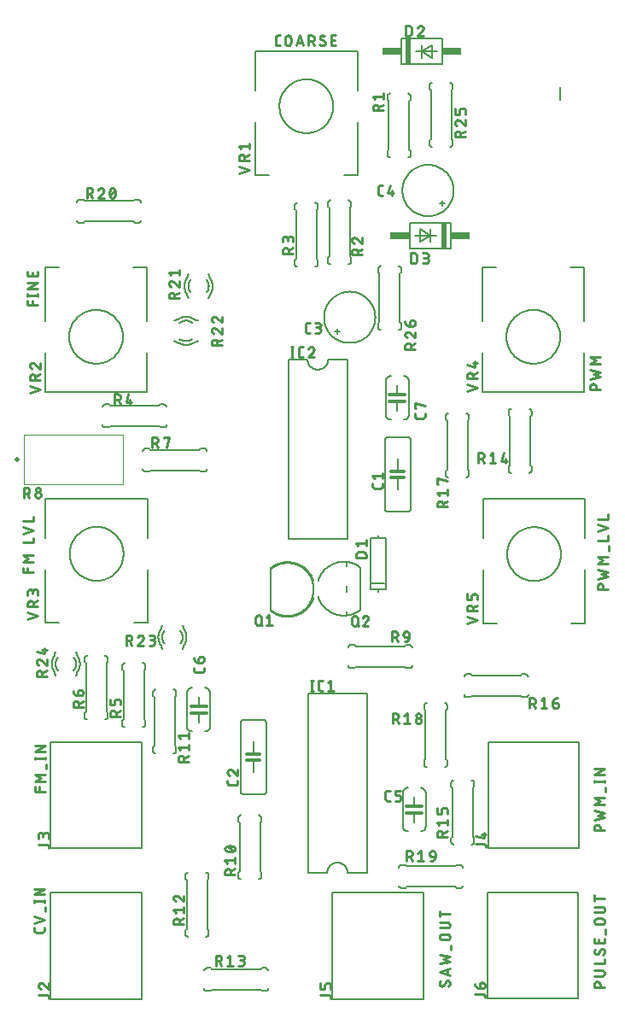
<source format=gbr>
G04 EAGLE Gerber RS-274X export*
G75*
%MOMM*%
%FSLAX34Y34*%
%LPD*%
%INSilkscreen Top*%
%IPPOS*%
%AMOC8*
5,1,8,0,0,1.08239X$1,22.5*%
G01*
G04 Define Apertures*
%ADD10C,0.304800*%
%ADD11C,0.152400*%
%ADD12C,0.254000*%
%ADD13C,0.203200*%
%ADD14C,0.020319*%
%ADD15C,0.127000*%
%ADD16C,0.500000*%
%ADD17C,0.120000*%
%ADD18R,0.508000X2.540000*%
%ADD19R,1.905000X0.762000*%
D10*
X407162Y552450D02*
X400812Y552450D01*
X394462Y552450D01*
D11*
X400812Y552450D02*
X400812Y564642D01*
D10*
X400812Y546100D02*
X407162Y546100D01*
X400812Y546100D02*
X394462Y546100D01*
D11*
X400812Y546100D02*
X400812Y534162D01*
X410972Y586232D02*
X390652Y586232D01*
X388112Y583692D02*
X388112Y515112D01*
X390652Y512572D02*
X410972Y512572D01*
X413512Y515112D02*
X413512Y583692D01*
X413512Y515112D02*
X413510Y515012D01*
X413504Y514913D01*
X413494Y514813D01*
X413481Y514715D01*
X413463Y514616D01*
X413442Y514519D01*
X413417Y514423D01*
X413388Y514327D01*
X413355Y514233D01*
X413319Y514140D01*
X413279Y514049D01*
X413235Y513959D01*
X413188Y513871D01*
X413138Y513785D01*
X413084Y513701D01*
X413027Y513619D01*
X412967Y513540D01*
X412903Y513462D01*
X412837Y513388D01*
X412768Y513316D01*
X412696Y513247D01*
X412622Y513181D01*
X412544Y513117D01*
X412465Y513057D01*
X412383Y513000D01*
X412299Y512946D01*
X412213Y512896D01*
X412125Y512849D01*
X412035Y512805D01*
X411944Y512765D01*
X411851Y512729D01*
X411757Y512696D01*
X411661Y512667D01*
X411565Y512642D01*
X411468Y512621D01*
X411369Y512603D01*
X411271Y512590D01*
X411171Y512580D01*
X411072Y512574D01*
X410972Y512572D01*
X390652Y512572D02*
X390552Y512574D01*
X390453Y512580D01*
X390353Y512590D01*
X390255Y512603D01*
X390156Y512621D01*
X390059Y512642D01*
X389963Y512667D01*
X389867Y512696D01*
X389773Y512729D01*
X389680Y512765D01*
X389589Y512805D01*
X389499Y512849D01*
X389411Y512896D01*
X389325Y512946D01*
X389241Y513000D01*
X389159Y513057D01*
X389080Y513117D01*
X389002Y513181D01*
X388928Y513247D01*
X388856Y513316D01*
X388787Y513388D01*
X388721Y513462D01*
X388657Y513540D01*
X388597Y513619D01*
X388540Y513701D01*
X388486Y513785D01*
X388436Y513871D01*
X388389Y513959D01*
X388345Y514049D01*
X388305Y514140D01*
X388269Y514233D01*
X388236Y514327D01*
X388207Y514423D01*
X388182Y514519D01*
X388161Y514616D01*
X388143Y514715D01*
X388130Y514813D01*
X388120Y514913D01*
X388114Y515012D01*
X388112Y515112D01*
X388112Y583692D02*
X388114Y583792D01*
X388120Y583891D01*
X388130Y583991D01*
X388143Y584089D01*
X388161Y584188D01*
X388182Y584285D01*
X388207Y584381D01*
X388236Y584477D01*
X388269Y584571D01*
X388305Y584664D01*
X388345Y584755D01*
X388389Y584845D01*
X388436Y584933D01*
X388486Y585019D01*
X388540Y585103D01*
X388597Y585185D01*
X388657Y585264D01*
X388721Y585342D01*
X388787Y585416D01*
X388856Y585488D01*
X388928Y585557D01*
X389002Y585623D01*
X389080Y585687D01*
X389159Y585747D01*
X389241Y585804D01*
X389325Y585858D01*
X389411Y585908D01*
X389499Y585955D01*
X389589Y585999D01*
X389680Y586039D01*
X389773Y586075D01*
X389867Y586108D01*
X389963Y586137D01*
X390059Y586162D01*
X390156Y586183D01*
X390255Y586201D01*
X390353Y586214D01*
X390453Y586224D01*
X390552Y586230D01*
X390652Y586232D01*
X410972Y586232D02*
X411072Y586230D01*
X411171Y586224D01*
X411271Y586214D01*
X411369Y586201D01*
X411468Y586183D01*
X411565Y586162D01*
X411661Y586137D01*
X411757Y586108D01*
X411851Y586075D01*
X411944Y586039D01*
X412035Y585999D01*
X412125Y585955D01*
X412213Y585908D01*
X412299Y585858D01*
X412383Y585804D01*
X412465Y585747D01*
X412544Y585687D01*
X412622Y585623D01*
X412696Y585557D01*
X412768Y585488D01*
X412837Y585416D01*
X412903Y585342D01*
X412967Y585264D01*
X413027Y585185D01*
X413084Y585103D01*
X413138Y585019D01*
X413188Y584933D01*
X413235Y584845D01*
X413279Y584755D01*
X413319Y584664D01*
X413355Y584571D01*
X413388Y584477D01*
X413417Y584381D01*
X413442Y584285D01*
X413463Y584188D01*
X413481Y584089D01*
X413494Y583991D01*
X413504Y583891D01*
X413510Y583792D01*
X413512Y583692D01*
D12*
X385826Y540214D02*
X385826Y537956D01*
X385824Y537863D01*
X385818Y537770D01*
X385809Y537677D01*
X385795Y537584D01*
X385778Y537493D01*
X385757Y537402D01*
X385732Y537312D01*
X385704Y537223D01*
X385672Y537135D01*
X385636Y537049D01*
X385597Y536964D01*
X385554Y536881D01*
X385508Y536800D01*
X385458Y536721D01*
X385406Y536644D01*
X385350Y536569D01*
X385291Y536497D01*
X385229Y536427D01*
X385165Y536359D01*
X385097Y536295D01*
X385027Y536233D01*
X384955Y536174D01*
X384880Y536118D01*
X384803Y536066D01*
X384724Y536016D01*
X384643Y535970D01*
X384560Y535927D01*
X384475Y535888D01*
X384389Y535852D01*
X384301Y535820D01*
X384212Y535792D01*
X384122Y535767D01*
X384031Y535746D01*
X383940Y535729D01*
X383847Y535715D01*
X383754Y535706D01*
X383661Y535700D01*
X383568Y535698D01*
X377924Y535698D01*
X377831Y535700D01*
X377738Y535706D01*
X377645Y535715D01*
X377552Y535729D01*
X377461Y535746D01*
X377370Y535767D01*
X377280Y535792D01*
X377191Y535820D01*
X377103Y535852D01*
X377017Y535888D01*
X376932Y535927D01*
X376849Y535970D01*
X376768Y536016D01*
X376689Y536066D01*
X376612Y536118D01*
X376537Y536174D01*
X376465Y536233D01*
X376395Y536295D01*
X376327Y536359D01*
X376263Y536427D01*
X376201Y536497D01*
X376142Y536569D01*
X376086Y536644D01*
X376034Y536721D01*
X375984Y536800D01*
X375938Y536881D01*
X375895Y536964D01*
X375856Y537049D01*
X375820Y537135D01*
X375788Y537223D01*
X375760Y537312D01*
X375735Y537402D01*
X375714Y537493D01*
X375697Y537584D01*
X375683Y537677D01*
X375674Y537769D01*
X375668Y537863D01*
X375666Y537956D01*
X375666Y540214D01*
X377924Y545282D02*
X375666Y548104D01*
X385826Y548104D01*
X385826Y545282D02*
X385826Y550926D01*
D10*
X263906Y272360D02*
X257556Y272360D01*
X251206Y272360D01*
D11*
X257556Y272360D02*
X257556Y284552D01*
D10*
X257556Y266010D02*
X263906Y266010D01*
X257556Y266010D02*
X251206Y266010D01*
D11*
X257556Y266010D02*
X257556Y254072D01*
X267716Y306142D02*
X247396Y306142D01*
X244856Y303602D02*
X244856Y235022D01*
X247396Y232482D02*
X267716Y232482D01*
X270256Y235022D02*
X270256Y303602D01*
X270256Y235022D02*
X270254Y234922D01*
X270248Y234823D01*
X270238Y234723D01*
X270225Y234625D01*
X270207Y234526D01*
X270186Y234429D01*
X270161Y234333D01*
X270132Y234237D01*
X270099Y234143D01*
X270063Y234050D01*
X270023Y233959D01*
X269979Y233869D01*
X269932Y233781D01*
X269882Y233695D01*
X269828Y233611D01*
X269771Y233529D01*
X269711Y233450D01*
X269647Y233372D01*
X269581Y233298D01*
X269512Y233226D01*
X269440Y233157D01*
X269366Y233091D01*
X269288Y233027D01*
X269209Y232967D01*
X269127Y232910D01*
X269043Y232856D01*
X268957Y232806D01*
X268869Y232759D01*
X268779Y232715D01*
X268688Y232675D01*
X268595Y232639D01*
X268501Y232606D01*
X268405Y232577D01*
X268309Y232552D01*
X268212Y232531D01*
X268113Y232513D01*
X268015Y232500D01*
X267915Y232490D01*
X267816Y232484D01*
X267716Y232482D01*
X247396Y232482D02*
X247296Y232484D01*
X247197Y232490D01*
X247097Y232500D01*
X246999Y232513D01*
X246900Y232531D01*
X246803Y232552D01*
X246707Y232577D01*
X246611Y232606D01*
X246517Y232639D01*
X246424Y232675D01*
X246333Y232715D01*
X246243Y232759D01*
X246155Y232806D01*
X246069Y232856D01*
X245985Y232910D01*
X245903Y232967D01*
X245824Y233027D01*
X245746Y233091D01*
X245672Y233157D01*
X245600Y233226D01*
X245531Y233298D01*
X245465Y233372D01*
X245401Y233450D01*
X245341Y233529D01*
X245284Y233611D01*
X245230Y233695D01*
X245180Y233781D01*
X245133Y233869D01*
X245089Y233959D01*
X245049Y234050D01*
X245013Y234143D01*
X244980Y234237D01*
X244951Y234333D01*
X244926Y234429D01*
X244905Y234526D01*
X244887Y234625D01*
X244874Y234723D01*
X244864Y234823D01*
X244858Y234922D01*
X244856Y235022D01*
X244856Y303602D02*
X244858Y303702D01*
X244864Y303801D01*
X244874Y303901D01*
X244887Y303999D01*
X244905Y304098D01*
X244926Y304195D01*
X244951Y304291D01*
X244980Y304387D01*
X245013Y304481D01*
X245049Y304574D01*
X245089Y304665D01*
X245133Y304755D01*
X245180Y304843D01*
X245230Y304929D01*
X245284Y305013D01*
X245341Y305095D01*
X245401Y305174D01*
X245465Y305252D01*
X245531Y305326D01*
X245600Y305398D01*
X245672Y305467D01*
X245746Y305533D01*
X245824Y305597D01*
X245903Y305657D01*
X245985Y305714D01*
X246069Y305768D01*
X246155Y305818D01*
X246243Y305865D01*
X246333Y305909D01*
X246424Y305949D01*
X246517Y305985D01*
X246611Y306018D01*
X246707Y306047D01*
X246803Y306072D01*
X246900Y306093D01*
X246999Y306111D01*
X247097Y306124D01*
X247197Y306134D01*
X247296Y306140D01*
X247396Y306142D01*
X267716Y306142D02*
X267816Y306140D01*
X267915Y306134D01*
X268015Y306124D01*
X268113Y306111D01*
X268212Y306093D01*
X268309Y306072D01*
X268405Y306047D01*
X268501Y306018D01*
X268595Y305985D01*
X268688Y305949D01*
X268779Y305909D01*
X268869Y305865D01*
X268957Y305818D01*
X269043Y305768D01*
X269127Y305714D01*
X269209Y305657D01*
X269288Y305597D01*
X269366Y305533D01*
X269440Y305467D01*
X269512Y305398D01*
X269581Y305326D01*
X269647Y305252D01*
X269711Y305174D01*
X269771Y305095D01*
X269828Y305013D01*
X269882Y304929D01*
X269932Y304843D01*
X269979Y304755D01*
X270023Y304665D01*
X270063Y304574D01*
X270099Y304481D01*
X270132Y304387D01*
X270161Y304291D01*
X270186Y304195D01*
X270207Y304098D01*
X270225Y303999D01*
X270238Y303901D01*
X270248Y303801D01*
X270254Y303702D01*
X270256Y303602D01*
D12*
X242062Y245900D02*
X242062Y243642D01*
X242060Y243549D01*
X242054Y243456D01*
X242045Y243363D01*
X242031Y243270D01*
X242014Y243179D01*
X241993Y243088D01*
X241968Y242998D01*
X241940Y242909D01*
X241908Y242821D01*
X241872Y242735D01*
X241833Y242650D01*
X241790Y242567D01*
X241744Y242486D01*
X241694Y242407D01*
X241642Y242330D01*
X241586Y242255D01*
X241527Y242183D01*
X241465Y242113D01*
X241401Y242045D01*
X241333Y241981D01*
X241263Y241919D01*
X241191Y241860D01*
X241116Y241804D01*
X241039Y241752D01*
X240960Y241702D01*
X240879Y241656D01*
X240796Y241613D01*
X240711Y241574D01*
X240625Y241538D01*
X240537Y241506D01*
X240448Y241478D01*
X240358Y241453D01*
X240267Y241432D01*
X240176Y241415D01*
X240083Y241401D01*
X239990Y241392D01*
X239897Y241386D01*
X239804Y241384D01*
X234160Y241384D01*
X234067Y241386D01*
X233974Y241392D01*
X233881Y241401D01*
X233788Y241415D01*
X233697Y241432D01*
X233606Y241453D01*
X233516Y241478D01*
X233427Y241506D01*
X233339Y241538D01*
X233253Y241574D01*
X233168Y241613D01*
X233085Y241656D01*
X233004Y241702D01*
X232925Y241752D01*
X232848Y241804D01*
X232773Y241860D01*
X232701Y241919D01*
X232631Y241981D01*
X232563Y242045D01*
X232499Y242113D01*
X232437Y242183D01*
X232378Y242255D01*
X232322Y242330D01*
X232270Y242407D01*
X232220Y242486D01*
X232174Y242567D01*
X232131Y242650D01*
X232092Y242735D01*
X232056Y242821D01*
X232024Y242909D01*
X231996Y242998D01*
X231971Y243088D01*
X231950Y243179D01*
X231933Y243270D01*
X231919Y243363D01*
X231910Y243455D01*
X231904Y243549D01*
X231902Y243642D01*
X231902Y245900D01*
X231902Y254072D02*
X231904Y254172D01*
X231910Y254271D01*
X231920Y254371D01*
X231933Y254469D01*
X231951Y254568D01*
X231972Y254665D01*
X231997Y254761D01*
X232026Y254857D01*
X232059Y254951D01*
X232095Y255044D01*
X232135Y255135D01*
X232179Y255225D01*
X232226Y255313D01*
X232276Y255399D01*
X232330Y255483D01*
X232387Y255565D01*
X232447Y255644D01*
X232511Y255722D01*
X232577Y255796D01*
X232646Y255868D01*
X232718Y255937D01*
X232792Y256003D01*
X232870Y256067D01*
X232949Y256127D01*
X233031Y256184D01*
X233115Y256238D01*
X233201Y256288D01*
X233289Y256335D01*
X233379Y256379D01*
X233470Y256419D01*
X233563Y256455D01*
X233657Y256488D01*
X233753Y256517D01*
X233849Y256542D01*
X233946Y256563D01*
X234045Y256581D01*
X234143Y256594D01*
X234243Y256604D01*
X234342Y256610D01*
X234442Y256612D01*
X231902Y254072D02*
X231904Y253961D01*
X231910Y253850D01*
X231919Y253740D01*
X231932Y253630D01*
X231949Y253520D01*
X231970Y253411D01*
X231994Y253303D01*
X232022Y253196D01*
X232053Y253089D01*
X232089Y252984D01*
X232127Y252880D01*
X232170Y252778D01*
X232215Y252677D01*
X232265Y252577D01*
X232317Y252480D01*
X232373Y252384D01*
X232432Y252290D01*
X232494Y252198D01*
X232559Y252108D01*
X232627Y252021D01*
X232699Y251936D01*
X232773Y251853D01*
X232849Y251773D01*
X232929Y251696D01*
X233011Y251621D01*
X233095Y251549D01*
X233182Y251480D01*
X233271Y251415D01*
X233363Y251352D01*
X233456Y251292D01*
X233552Y251236D01*
X233649Y251182D01*
X233748Y251133D01*
X233849Y251086D01*
X233951Y251043D01*
X234055Y251004D01*
X234160Y250968D01*
X236417Y255765D02*
X236347Y255837D01*
X236274Y255906D01*
X236198Y255972D01*
X236120Y256035D01*
X236040Y256095D01*
X235957Y256152D01*
X235873Y256207D01*
X235786Y256258D01*
X235698Y256306D01*
X235608Y256350D01*
X235517Y256391D01*
X235424Y256429D01*
X235329Y256464D01*
X235234Y256495D01*
X235137Y256522D01*
X235040Y256546D01*
X234941Y256566D01*
X234842Y256582D01*
X234743Y256595D01*
X234643Y256605D01*
X234542Y256610D01*
X234442Y256612D01*
X236418Y255765D02*
X242062Y250968D01*
X242062Y256612D01*
D13*
X388620Y435102D02*
X388620Y485902D01*
X388620Y435102D02*
X381000Y435102D01*
X373380Y435102D01*
X373380Y485902D01*
X381000Y485902D01*
X388620Y485902D01*
X381000Y435102D02*
X381000Y432562D01*
X381000Y485902D02*
X381000Y488442D01*
X387350Y441452D02*
X374650Y441452D01*
D12*
X369316Y466669D02*
X359156Y466669D01*
X359156Y469491D01*
X359158Y469597D01*
X359164Y469702D01*
X359174Y469807D01*
X359188Y469912D01*
X359205Y470016D01*
X359227Y470119D01*
X359252Y470221D01*
X359281Y470323D01*
X359314Y470423D01*
X359351Y470522D01*
X359391Y470620D01*
X359435Y470715D01*
X359483Y470810D01*
X359534Y470902D01*
X359589Y470992D01*
X359646Y471081D01*
X359707Y471167D01*
X359772Y471250D01*
X359839Y471332D01*
X359909Y471410D01*
X359983Y471486D01*
X360059Y471560D01*
X360137Y471630D01*
X360219Y471697D01*
X360302Y471762D01*
X360388Y471823D01*
X360477Y471880D01*
X360567Y471935D01*
X360659Y471986D01*
X360754Y472034D01*
X360850Y472078D01*
X360947Y472118D01*
X361046Y472155D01*
X361146Y472188D01*
X361248Y472217D01*
X361350Y472242D01*
X361453Y472264D01*
X361557Y472281D01*
X361662Y472295D01*
X361767Y472305D01*
X361873Y472311D01*
X361978Y472313D01*
X366494Y472313D01*
X366600Y472311D01*
X366705Y472305D01*
X366810Y472295D01*
X366915Y472281D01*
X367019Y472264D01*
X367122Y472242D01*
X367224Y472217D01*
X367326Y472188D01*
X367426Y472155D01*
X367525Y472118D01*
X367622Y472078D01*
X367718Y472034D01*
X367813Y471986D01*
X367905Y471935D01*
X367995Y471880D01*
X368084Y471823D01*
X368170Y471762D01*
X368253Y471697D01*
X368335Y471630D01*
X368413Y471560D01*
X368489Y471486D01*
X368563Y471410D01*
X368633Y471332D01*
X368700Y471250D01*
X368765Y471167D01*
X368826Y471081D01*
X368883Y470992D01*
X368938Y470902D01*
X368989Y470810D01*
X369037Y470715D01*
X369081Y470619D01*
X369121Y470522D01*
X369158Y470423D01*
X369191Y470323D01*
X369220Y470221D01*
X369245Y470119D01*
X369267Y470016D01*
X369284Y469912D01*
X369298Y469807D01*
X369308Y469702D01*
X369314Y469597D01*
X369316Y469491D01*
X369316Y466669D01*
X361414Y478480D02*
X359156Y481302D01*
X369316Y481302D01*
X369316Y478480D02*
X369316Y484124D01*
D11*
X311652Y332232D02*
X311652Y154432D01*
X370072Y154432D02*
X370072Y332232D01*
X311652Y332232D01*
X311652Y154432D02*
X330702Y154432D01*
X351022Y154432D02*
X370072Y154432D01*
X351022Y154432D02*
X351019Y154679D01*
X351010Y154927D01*
X350995Y155174D01*
X350974Y155420D01*
X350947Y155666D01*
X350914Y155911D01*
X350875Y156156D01*
X350830Y156399D01*
X350779Y156641D01*
X350722Y156882D01*
X350660Y157121D01*
X350591Y157359D01*
X350517Y157595D01*
X350437Y157829D01*
X350352Y158061D01*
X350260Y158291D01*
X350164Y158519D01*
X350061Y158744D01*
X349954Y158967D01*
X349840Y159187D01*
X349722Y159404D01*
X349598Y159619D01*
X349469Y159830D01*
X349335Y160038D01*
X349196Y160243D01*
X349052Y160444D01*
X348904Y160642D01*
X348750Y160836D01*
X348592Y161026D01*
X348429Y161212D01*
X348262Y161394D01*
X348090Y161572D01*
X347914Y161746D01*
X347734Y161916D01*
X347549Y162081D01*
X347361Y162241D01*
X347169Y162397D01*
X346973Y162549D01*
X346774Y162695D01*
X346571Y162837D01*
X346364Y162973D01*
X346155Y163105D01*
X345942Y163231D01*
X345726Y163352D01*
X345508Y163468D01*
X345286Y163578D01*
X345062Y163683D01*
X344836Y163783D01*
X344607Y163877D01*
X344376Y163965D01*
X344142Y164048D01*
X343907Y164125D01*
X343670Y164196D01*
X343432Y164262D01*
X343192Y164321D01*
X342950Y164375D01*
X342707Y164423D01*
X342464Y164465D01*
X342219Y164501D01*
X341973Y164531D01*
X341727Y164555D01*
X341480Y164573D01*
X341233Y164585D01*
X340986Y164591D01*
X340738Y164591D01*
X340491Y164585D01*
X340244Y164573D01*
X339997Y164555D01*
X339751Y164531D01*
X339505Y164501D01*
X339260Y164465D01*
X339017Y164423D01*
X338774Y164375D01*
X338532Y164321D01*
X338292Y164262D01*
X338054Y164196D01*
X337817Y164125D01*
X337582Y164048D01*
X337348Y163965D01*
X337117Y163877D01*
X336888Y163783D01*
X336662Y163683D01*
X336438Y163578D01*
X336216Y163468D01*
X335998Y163352D01*
X335782Y163231D01*
X335569Y163105D01*
X335360Y162973D01*
X335153Y162837D01*
X334950Y162695D01*
X334751Y162549D01*
X334555Y162397D01*
X334363Y162241D01*
X334175Y162081D01*
X333990Y161916D01*
X333810Y161746D01*
X333634Y161572D01*
X333462Y161394D01*
X333295Y161212D01*
X333132Y161026D01*
X332974Y160836D01*
X332820Y160642D01*
X332672Y160444D01*
X332528Y160243D01*
X332389Y160038D01*
X332255Y159830D01*
X332126Y159619D01*
X332002Y159404D01*
X331884Y159187D01*
X331770Y158967D01*
X331663Y158744D01*
X331560Y158519D01*
X331464Y158291D01*
X331372Y158061D01*
X331287Y157829D01*
X331207Y157595D01*
X331133Y157359D01*
X331064Y157121D01*
X331002Y156882D01*
X330945Y156641D01*
X330894Y156399D01*
X330849Y156156D01*
X330810Y155911D01*
X330777Y155666D01*
X330750Y155420D01*
X330729Y155174D01*
X330714Y154927D01*
X330705Y154679D01*
X330702Y154432D01*
D12*
X315561Y335026D02*
X315561Y345186D01*
X314432Y335026D02*
X316689Y335026D01*
X316689Y345186D02*
X314432Y345186D01*
X324082Y335026D02*
X326340Y335026D01*
X324082Y335026D02*
X323989Y335028D01*
X323896Y335034D01*
X323803Y335043D01*
X323710Y335057D01*
X323619Y335074D01*
X323528Y335095D01*
X323438Y335120D01*
X323349Y335148D01*
X323261Y335180D01*
X323175Y335216D01*
X323090Y335255D01*
X323007Y335298D01*
X322926Y335344D01*
X322847Y335394D01*
X322770Y335446D01*
X322695Y335502D01*
X322623Y335561D01*
X322553Y335623D01*
X322485Y335687D01*
X322421Y335755D01*
X322359Y335825D01*
X322300Y335897D01*
X322244Y335972D01*
X322192Y336049D01*
X322142Y336128D01*
X322096Y336209D01*
X322053Y336292D01*
X322014Y336377D01*
X321978Y336463D01*
X321946Y336551D01*
X321918Y336640D01*
X321893Y336730D01*
X321872Y336821D01*
X321855Y336912D01*
X321841Y337005D01*
X321832Y337098D01*
X321826Y337191D01*
X321824Y337284D01*
X321824Y342928D01*
X321826Y343021D01*
X321832Y343114D01*
X321841Y343207D01*
X321855Y343300D01*
X321872Y343391D01*
X321893Y343482D01*
X321918Y343572D01*
X321946Y343661D01*
X321978Y343749D01*
X322014Y343835D01*
X322053Y343920D01*
X322096Y344003D01*
X322142Y344084D01*
X322192Y344163D01*
X322244Y344240D01*
X322300Y344315D01*
X322359Y344387D01*
X322421Y344457D01*
X322485Y344525D01*
X322553Y344589D01*
X322623Y344651D01*
X322695Y344710D01*
X322770Y344766D01*
X322847Y344818D01*
X322926Y344868D01*
X323007Y344914D01*
X323090Y344957D01*
X323175Y344996D01*
X323261Y345032D01*
X323349Y345064D01*
X323438Y345092D01*
X323528Y345117D01*
X323619Y345138D01*
X323710Y345155D01*
X323803Y345169D01*
X323896Y345178D01*
X323989Y345184D01*
X324082Y345186D01*
X326340Y345186D01*
X331407Y342928D02*
X334230Y345186D01*
X334230Y335026D01*
X337052Y335026D02*
X331407Y335026D01*
D11*
X350768Y485648D02*
X350768Y663448D01*
X292348Y663448D02*
X292348Y485648D01*
X350768Y485648D01*
X350768Y663448D02*
X331718Y663448D01*
X311398Y663448D02*
X292348Y663448D01*
X311398Y663448D02*
X311401Y663201D01*
X311410Y662953D01*
X311425Y662706D01*
X311446Y662460D01*
X311473Y662214D01*
X311506Y661969D01*
X311545Y661724D01*
X311590Y661481D01*
X311641Y661239D01*
X311698Y660998D01*
X311760Y660759D01*
X311829Y660521D01*
X311903Y660285D01*
X311983Y660051D01*
X312068Y659819D01*
X312160Y659589D01*
X312256Y659361D01*
X312359Y659136D01*
X312466Y658913D01*
X312580Y658693D01*
X312698Y658476D01*
X312822Y658261D01*
X312951Y658050D01*
X313085Y657842D01*
X313224Y657637D01*
X313368Y657436D01*
X313516Y657238D01*
X313670Y657044D01*
X313828Y656854D01*
X313991Y656668D01*
X314158Y656486D01*
X314330Y656308D01*
X314506Y656134D01*
X314686Y655964D01*
X314871Y655799D01*
X315059Y655639D01*
X315251Y655483D01*
X315447Y655331D01*
X315646Y655185D01*
X315849Y655043D01*
X316056Y654907D01*
X316265Y654775D01*
X316478Y654649D01*
X316694Y654528D01*
X316912Y654412D01*
X317134Y654302D01*
X317358Y654197D01*
X317584Y654097D01*
X317813Y654003D01*
X318044Y653915D01*
X318278Y653832D01*
X318513Y653755D01*
X318750Y653684D01*
X318988Y653618D01*
X319228Y653559D01*
X319470Y653505D01*
X319713Y653457D01*
X319956Y653415D01*
X320201Y653379D01*
X320447Y653349D01*
X320693Y653325D01*
X320940Y653307D01*
X321187Y653295D01*
X321434Y653289D01*
X321682Y653289D01*
X321929Y653295D01*
X322176Y653307D01*
X322423Y653325D01*
X322669Y653349D01*
X322915Y653379D01*
X323160Y653415D01*
X323403Y653457D01*
X323646Y653505D01*
X323888Y653559D01*
X324128Y653618D01*
X324366Y653684D01*
X324603Y653755D01*
X324838Y653832D01*
X325072Y653915D01*
X325303Y654003D01*
X325532Y654097D01*
X325758Y654197D01*
X325982Y654302D01*
X326204Y654412D01*
X326422Y654528D01*
X326638Y654649D01*
X326851Y654775D01*
X327060Y654907D01*
X327267Y655043D01*
X327470Y655185D01*
X327669Y655331D01*
X327865Y655483D01*
X328057Y655639D01*
X328245Y655799D01*
X328430Y655964D01*
X328610Y656134D01*
X328786Y656308D01*
X328958Y656486D01*
X329125Y656668D01*
X329288Y656854D01*
X329446Y657044D01*
X329600Y657238D01*
X329748Y657436D01*
X329892Y657637D01*
X330031Y657842D01*
X330165Y658050D01*
X330294Y658261D01*
X330418Y658476D01*
X330536Y658693D01*
X330650Y658913D01*
X330757Y659136D01*
X330860Y659361D01*
X330956Y659589D01*
X331048Y659819D01*
X331133Y660051D01*
X331213Y660285D01*
X331287Y660521D01*
X331356Y660759D01*
X331418Y660998D01*
X331475Y661239D01*
X331526Y661481D01*
X331571Y661724D01*
X331610Y661969D01*
X331643Y662214D01*
X331670Y662460D01*
X331691Y662706D01*
X331706Y662953D01*
X331715Y663201D01*
X331718Y663448D01*
D12*
X296017Y665480D02*
X296017Y675640D01*
X294888Y665480D02*
X297146Y665480D01*
X297146Y675640D02*
X294888Y675640D01*
X304538Y665480D02*
X306796Y665480D01*
X304538Y665480D02*
X304445Y665482D01*
X304352Y665488D01*
X304259Y665497D01*
X304166Y665511D01*
X304075Y665528D01*
X303984Y665549D01*
X303894Y665574D01*
X303805Y665602D01*
X303717Y665634D01*
X303631Y665670D01*
X303546Y665709D01*
X303463Y665752D01*
X303382Y665798D01*
X303303Y665848D01*
X303226Y665900D01*
X303151Y665956D01*
X303079Y666015D01*
X303009Y666077D01*
X302941Y666141D01*
X302877Y666209D01*
X302815Y666279D01*
X302756Y666351D01*
X302700Y666426D01*
X302648Y666503D01*
X302598Y666582D01*
X302552Y666663D01*
X302509Y666746D01*
X302470Y666831D01*
X302434Y666917D01*
X302402Y667005D01*
X302374Y667094D01*
X302349Y667184D01*
X302328Y667275D01*
X302311Y667366D01*
X302297Y667459D01*
X302288Y667552D01*
X302282Y667645D01*
X302280Y667738D01*
X302280Y673382D01*
X302282Y673475D01*
X302288Y673568D01*
X302297Y673661D01*
X302311Y673754D01*
X302328Y673845D01*
X302349Y673936D01*
X302374Y674026D01*
X302402Y674115D01*
X302434Y674203D01*
X302470Y674289D01*
X302509Y674374D01*
X302552Y674457D01*
X302598Y674538D01*
X302648Y674617D01*
X302700Y674694D01*
X302756Y674769D01*
X302815Y674841D01*
X302877Y674911D01*
X302941Y674979D01*
X303009Y675043D01*
X303079Y675105D01*
X303151Y675164D01*
X303226Y675220D01*
X303303Y675272D01*
X303382Y675322D01*
X303463Y675368D01*
X303546Y675411D01*
X303631Y675450D01*
X303717Y675486D01*
X303805Y675518D01*
X303894Y675546D01*
X303984Y675571D01*
X304075Y675592D01*
X304166Y675609D01*
X304259Y675623D01*
X304352Y675632D01*
X304445Y675638D01*
X304538Y675640D01*
X306796Y675640D01*
X314968Y675640D02*
X315068Y675638D01*
X315167Y675632D01*
X315267Y675622D01*
X315365Y675609D01*
X315464Y675591D01*
X315561Y675570D01*
X315657Y675545D01*
X315753Y675516D01*
X315847Y675483D01*
X315940Y675447D01*
X316031Y675407D01*
X316121Y675363D01*
X316209Y675316D01*
X316295Y675266D01*
X316379Y675212D01*
X316461Y675155D01*
X316540Y675095D01*
X316618Y675031D01*
X316692Y674965D01*
X316764Y674896D01*
X316833Y674824D01*
X316899Y674750D01*
X316963Y674672D01*
X317023Y674593D01*
X317080Y674511D01*
X317134Y674427D01*
X317184Y674341D01*
X317231Y674253D01*
X317275Y674163D01*
X317315Y674072D01*
X317351Y673979D01*
X317384Y673885D01*
X317413Y673789D01*
X317438Y673693D01*
X317459Y673596D01*
X317477Y673497D01*
X317490Y673399D01*
X317500Y673299D01*
X317506Y673200D01*
X317508Y673100D01*
X314968Y675640D02*
X314857Y675638D01*
X314746Y675632D01*
X314636Y675623D01*
X314526Y675610D01*
X314416Y675593D01*
X314307Y675572D01*
X314199Y675548D01*
X314092Y675520D01*
X313985Y675489D01*
X313880Y675453D01*
X313776Y675415D01*
X313674Y675372D01*
X313573Y675327D01*
X313473Y675277D01*
X313376Y675225D01*
X313280Y675169D01*
X313186Y675110D01*
X313094Y675048D01*
X313004Y674983D01*
X312917Y674915D01*
X312832Y674843D01*
X312749Y674769D01*
X312669Y674693D01*
X312592Y674613D01*
X312517Y674531D01*
X312445Y674447D01*
X312376Y674360D01*
X312311Y674271D01*
X312248Y674179D01*
X312188Y674086D01*
X312132Y673990D01*
X312078Y673893D01*
X312029Y673794D01*
X311982Y673693D01*
X311939Y673591D01*
X311900Y673487D01*
X311864Y673382D01*
X316661Y671125D02*
X316733Y671195D01*
X316802Y671268D01*
X316868Y671344D01*
X316931Y671422D01*
X316991Y671502D01*
X317048Y671585D01*
X317103Y671669D01*
X317154Y671756D01*
X317202Y671844D01*
X317246Y671934D01*
X317287Y672025D01*
X317325Y672118D01*
X317360Y672213D01*
X317391Y672308D01*
X317418Y672405D01*
X317442Y672502D01*
X317462Y672601D01*
X317478Y672700D01*
X317491Y672799D01*
X317501Y672899D01*
X317506Y673000D01*
X317508Y673100D01*
X316661Y671124D02*
X311863Y665480D01*
X317508Y665480D01*
D13*
X561530Y920750D02*
X561530Y933450D01*
D14*
X317412Y443839D02*
X315665Y443300D01*
X315470Y443899D01*
X315260Y444492D01*
X315036Y445081D01*
X314797Y445663D01*
X314544Y446240D01*
X314277Y446810D01*
X313997Y447374D01*
X313702Y447930D01*
X313394Y448479D01*
X313073Y449021D01*
X312739Y449554D01*
X312391Y450079D01*
X312031Y450596D01*
X311659Y451104D01*
X311274Y451602D01*
X310877Y452091D01*
X310468Y452569D01*
X310048Y453038D01*
X309616Y453496D01*
X309174Y453944D01*
X308720Y454381D01*
X308256Y454806D01*
X307782Y455220D01*
X307297Y455622D01*
X306803Y456013D01*
X306300Y456391D01*
X305787Y456757D01*
X305266Y457110D01*
X304736Y457450D01*
X304199Y457777D01*
X303653Y458091D01*
X303100Y458392D01*
X302539Y458678D01*
X301972Y458952D01*
X301398Y459211D01*
X300818Y459456D01*
X300232Y459687D01*
X299641Y459903D01*
X299045Y460105D01*
X298444Y460292D01*
X297838Y460465D01*
X297229Y460622D01*
X296615Y460765D01*
X295999Y460893D01*
X295379Y461005D01*
X294757Y461103D01*
X294133Y461185D01*
X293507Y461252D01*
X292880Y461303D01*
X292251Y461340D01*
X291622Y461360D01*
X290992Y461366D01*
X290363Y461356D01*
X289734Y461331D01*
X289106Y461290D01*
X288478Y461234D01*
X287853Y461163D01*
X287229Y461076D01*
X286608Y460974D01*
X285989Y460857D01*
X285374Y460725D01*
X284762Y460578D01*
X284153Y460416D01*
X283549Y460239D01*
X282949Y460048D01*
X282354Y459841D01*
X281765Y459621D01*
X281181Y459386D01*
X280602Y459137D01*
X280030Y458873D01*
X279465Y458596D01*
X278907Y458306D01*
X278356Y458001D01*
X277812Y457683D01*
X277277Y457352D01*
X276749Y457008D01*
X276231Y456652D01*
X275721Y456282D01*
X275220Y455900D01*
X274088Y457336D01*
X274088Y457337D01*
X274624Y457746D01*
X275170Y458142D01*
X275726Y458524D01*
X276291Y458893D01*
X276864Y459248D01*
X277446Y459588D01*
X278037Y459914D01*
X278635Y460226D01*
X279240Y460523D01*
X279853Y460805D01*
X280472Y461072D01*
X281098Y461324D01*
X281730Y461561D01*
X282367Y461782D01*
X283010Y461987D01*
X283657Y462176D01*
X284309Y462350D01*
X284964Y462508D01*
X285624Y462649D01*
X286287Y462775D01*
X286952Y462884D01*
X287620Y462977D01*
X288290Y463053D01*
X288962Y463113D01*
X289635Y463157D01*
X290309Y463184D01*
X290984Y463195D01*
X291658Y463189D01*
X292332Y463167D01*
X293006Y463128D01*
X293678Y463073D01*
X294348Y463001D01*
X295017Y462913D01*
X295684Y462809D01*
X296347Y462688D01*
X297008Y462551D01*
X297665Y462399D01*
X298318Y462230D01*
X298966Y462045D01*
X299610Y461844D01*
X300249Y461628D01*
X300882Y461396D01*
X301510Y461149D01*
X302131Y460886D01*
X302746Y460609D01*
X303354Y460316D01*
X303954Y460009D01*
X304547Y459687D01*
X305131Y459350D01*
X305708Y459000D01*
X306275Y458635D01*
X306833Y458257D01*
X307382Y457865D01*
X307922Y457460D01*
X308451Y457042D01*
X308970Y456611D01*
X309478Y456167D01*
X309975Y455711D01*
X310461Y455244D01*
X310935Y454764D01*
X311397Y454273D01*
X311848Y453771D01*
X312285Y453258D01*
X312710Y452734D01*
X313123Y452200D01*
X313522Y451656D01*
X313907Y451103D01*
X314279Y450540D01*
X314637Y449969D01*
X314981Y449388D01*
X315311Y448800D01*
X315626Y448204D01*
X315927Y447600D01*
X316213Y446989D01*
X316483Y446371D01*
X316739Y445747D01*
X316979Y445117D01*
X317204Y444481D01*
X317413Y443840D01*
X317229Y443783D01*
X317022Y444420D01*
X316799Y445051D01*
X316560Y445677D01*
X316306Y446297D01*
X316038Y446910D01*
X315754Y447517D01*
X315455Y448117D01*
X315142Y448709D01*
X314815Y449293D01*
X314473Y449869D01*
X314118Y450437D01*
X313748Y450995D01*
X313365Y451545D01*
X312969Y452085D01*
X312560Y452615D01*
X312138Y453135D01*
X311703Y453645D01*
X311256Y454143D01*
X310797Y454631D01*
X310326Y455107D01*
X309843Y455572D01*
X309350Y456024D01*
X308845Y456465D01*
X308330Y456893D01*
X307804Y457308D01*
X307269Y457710D01*
X306724Y458100D01*
X306169Y458475D01*
X305606Y458837D01*
X305033Y459185D01*
X304453Y459519D01*
X303864Y459839D01*
X303268Y460144D01*
X302665Y460435D01*
X302054Y460710D01*
X301437Y460971D01*
X300814Y461217D01*
X300185Y461447D01*
X299551Y461662D01*
X298911Y461861D01*
X298267Y462044D01*
X297619Y462212D01*
X296966Y462364D01*
X296311Y462500D01*
X295652Y462620D01*
X294990Y462723D01*
X294326Y462810D01*
X293660Y462882D01*
X292992Y462936D01*
X292324Y462975D01*
X291654Y462997D01*
X290985Y463003D01*
X290315Y462992D01*
X289646Y462965D01*
X288977Y462922D01*
X288310Y462862D01*
X287645Y462786D01*
X286981Y462694D01*
X286320Y462586D01*
X285662Y462461D01*
X285007Y462321D01*
X284356Y462164D01*
X283709Y461992D01*
X283066Y461803D01*
X282428Y461600D01*
X281795Y461380D01*
X281168Y461145D01*
X280547Y460895D01*
X279932Y460630D01*
X279323Y460350D01*
X278722Y460055D01*
X278128Y459745D01*
X277542Y459422D01*
X276964Y459083D01*
X276394Y458731D01*
X275833Y458365D01*
X275281Y457985D01*
X274739Y457592D01*
X274207Y457186D01*
X274325Y457035D01*
X274854Y457439D01*
X275393Y457829D01*
X275941Y458206D01*
X276498Y458569D01*
X277063Y458919D01*
X277637Y459255D01*
X278219Y459577D01*
X278809Y459884D01*
X279406Y460177D01*
X280010Y460455D01*
X280621Y460718D01*
X281238Y460967D01*
X281861Y461200D01*
X282489Y461417D01*
X283123Y461620D01*
X283761Y461807D01*
X284404Y461978D01*
X285050Y462133D01*
X285701Y462273D01*
X286354Y462397D01*
X287010Y462504D01*
X287669Y462596D01*
X288330Y462671D01*
X288992Y462730D01*
X289656Y462773D01*
X290320Y462800D01*
X290985Y462811D01*
X291651Y462805D01*
X292315Y462783D01*
X292979Y462745D01*
X293642Y462690D01*
X294303Y462620D01*
X294963Y462533D01*
X295620Y462430D01*
X296274Y462311D01*
X296925Y462176D01*
X297573Y462026D01*
X298217Y461859D01*
X298857Y461677D01*
X299491Y461479D01*
X300121Y461266D01*
X300746Y461037D01*
X301365Y460793D01*
X301977Y460534D01*
X302583Y460261D01*
X303183Y459972D01*
X303775Y459669D01*
X304359Y459352D01*
X304935Y459020D01*
X305504Y458674D01*
X306063Y458315D01*
X306614Y457942D01*
X307155Y457556D01*
X307687Y457156D01*
X308209Y456744D01*
X308720Y456319D01*
X309221Y455882D01*
X309711Y455432D01*
X310190Y454971D01*
X310658Y454498D01*
X311114Y454014D01*
X311558Y453518D01*
X311990Y453013D01*
X312409Y452496D01*
X312815Y451970D01*
X313209Y451434D01*
X313589Y450888D01*
X313956Y450333D01*
X314309Y449770D01*
X314648Y449198D01*
X314973Y448617D01*
X315284Y448030D01*
X315581Y447434D01*
X315862Y446832D01*
X316129Y446223D01*
X316381Y445607D01*
X316618Y444986D01*
X316840Y444359D01*
X317046Y443726D01*
X316862Y443670D01*
X316658Y444298D01*
X316438Y444920D01*
X316202Y445537D01*
X315952Y446148D01*
X315687Y446753D01*
X315407Y447351D01*
X315113Y447942D01*
X314804Y448526D01*
X314482Y449102D01*
X314145Y449670D01*
X313794Y450230D01*
X313430Y450781D01*
X313052Y451322D01*
X312662Y451855D01*
X312258Y452377D01*
X311842Y452890D01*
X311413Y453392D01*
X310972Y453884D01*
X310520Y454365D01*
X310055Y454834D01*
X309580Y455292D01*
X309093Y455739D01*
X308596Y456173D01*
X308088Y456595D01*
X307569Y457004D01*
X307042Y457401D01*
X306504Y457785D01*
X305957Y458155D01*
X305402Y458512D01*
X304838Y458855D01*
X304265Y459184D01*
X303685Y459499D01*
X303097Y459800D01*
X302502Y460087D01*
X301900Y460359D01*
X301292Y460616D01*
X300678Y460858D01*
X300058Y461085D01*
X299432Y461296D01*
X298802Y461493D01*
X298167Y461674D01*
X297527Y461839D01*
X296884Y461989D01*
X296237Y462123D01*
X295588Y462241D01*
X294935Y462343D01*
X294281Y462429D01*
X293624Y462499D01*
X292966Y462553D01*
X292307Y462591D01*
X291647Y462613D01*
X290986Y462619D01*
X290326Y462608D01*
X289666Y462582D01*
X289007Y462539D01*
X288350Y462480D01*
X287694Y462405D01*
X287039Y462314D01*
X286388Y462208D01*
X285739Y462085D01*
X285093Y461946D01*
X284451Y461792D01*
X283813Y461622D01*
X283179Y461436D01*
X282550Y461235D01*
X281927Y461019D01*
X281308Y460788D01*
X280695Y460541D01*
X280089Y460280D01*
X279489Y460004D01*
X278896Y459713D01*
X278311Y459408D01*
X277733Y459088D01*
X277163Y458755D01*
X276601Y458408D01*
X276048Y458047D01*
X275504Y457672D01*
X274969Y457285D01*
X274444Y456885D01*
X274563Y456734D01*
X275085Y457131D01*
X275615Y457516D01*
X276156Y457888D01*
X276705Y458246D01*
X277262Y458591D01*
X277828Y458922D01*
X278402Y459239D01*
X278984Y459542D01*
X279572Y459830D01*
X280168Y460105D01*
X280770Y460364D01*
X281378Y460609D01*
X281992Y460839D01*
X282612Y461053D01*
X283236Y461253D01*
X283865Y461437D01*
X284499Y461606D01*
X285136Y461759D01*
X285777Y461897D01*
X286422Y462019D01*
X287069Y462125D01*
X287718Y462215D01*
X288369Y462289D01*
X289022Y462348D01*
X289677Y462390D01*
X290332Y462416D01*
X290987Y462427D01*
X291643Y462421D01*
X292298Y462399D01*
X292953Y462362D01*
X293606Y462308D01*
X294258Y462238D01*
X294908Y462153D01*
X295556Y462052D01*
X296201Y461934D01*
X296843Y461801D01*
X297482Y461653D01*
X298116Y461489D01*
X298747Y461309D01*
X299373Y461114D01*
X299994Y460904D01*
X300609Y460678D01*
X301219Y460438D01*
X301823Y460183D01*
X302421Y459913D01*
X303012Y459628D01*
X303595Y459330D01*
X304171Y459017D01*
X304740Y458690D01*
X305300Y458349D01*
X305851Y457995D01*
X306394Y457627D01*
X306928Y457246D01*
X307452Y456852D01*
X307967Y456446D01*
X308471Y456027D01*
X308965Y455596D01*
X309448Y455153D01*
X309920Y454698D01*
X310381Y454232D01*
X310831Y453754D01*
X311268Y453266D01*
X311694Y452767D01*
X312107Y452259D01*
X312508Y451740D01*
X312896Y451211D01*
X313271Y450673D01*
X313632Y450126D01*
X313981Y449571D01*
X314315Y449007D01*
X314636Y448435D01*
X314942Y447855D01*
X315234Y447268D01*
X315512Y446674D01*
X315775Y446074D01*
X316024Y445467D01*
X316257Y444855D01*
X316476Y444236D01*
X316679Y443613D01*
X316495Y443557D01*
X316294Y444175D01*
X316077Y444789D01*
X315845Y445397D01*
X315598Y446000D01*
X315337Y446596D01*
X315061Y447185D01*
X314771Y447768D01*
X314467Y448344D01*
X314148Y448911D01*
X313816Y449471D01*
X313471Y450023D01*
X313112Y450566D01*
X312739Y451100D01*
X312354Y451624D01*
X311956Y452140D01*
X311546Y452645D01*
X311124Y453140D01*
X310689Y453625D01*
X310243Y454099D01*
X309785Y454561D01*
X309316Y455013D01*
X308836Y455453D01*
X308346Y455881D01*
X307845Y456297D01*
X307335Y456700D01*
X306814Y457091D01*
X306284Y457469D01*
X305746Y457835D01*
X305198Y458186D01*
X304642Y458525D01*
X304077Y458849D01*
X303506Y459160D01*
X302926Y459456D01*
X302340Y459739D01*
X301746Y460007D01*
X301147Y460260D01*
X300541Y460499D01*
X299930Y460723D01*
X299313Y460931D01*
X298692Y461125D01*
X298066Y461303D01*
X297436Y461466D01*
X296802Y461614D01*
X296164Y461746D01*
X295524Y461862D01*
X294881Y461963D01*
X294236Y462048D01*
X293588Y462117D01*
X292940Y462170D01*
X292290Y462208D01*
X291639Y462229D01*
X290988Y462235D01*
X290337Y462225D01*
X289687Y462198D01*
X289037Y462156D01*
X288389Y462098D01*
X287742Y462024D01*
X287098Y461935D01*
X286455Y461830D01*
X285816Y461709D01*
X285179Y461572D01*
X284546Y461420D01*
X283917Y461252D01*
X283293Y461070D01*
X282673Y460871D01*
X282058Y460658D01*
X281448Y460430D01*
X280844Y460187D01*
X280246Y459929D01*
X279655Y459657D01*
X279071Y459371D01*
X278493Y459070D01*
X277924Y458755D01*
X277362Y458426D01*
X276808Y458084D01*
X276263Y457729D01*
X275727Y457360D01*
X275200Y456978D01*
X274682Y456583D01*
X274801Y456432D01*
X275315Y456824D01*
X275838Y457203D01*
X276370Y457569D01*
X276912Y457922D01*
X277461Y458262D01*
X278019Y458589D01*
X278585Y458901D01*
X279158Y459200D01*
X279738Y459484D01*
X280325Y459754D01*
X280918Y460010D01*
X281518Y460251D01*
X282123Y460478D01*
X282734Y460689D01*
X283349Y460886D01*
X283970Y461068D01*
X284594Y461234D01*
X285222Y461385D01*
X285854Y461520D01*
X286489Y461641D01*
X287127Y461745D01*
X287767Y461834D01*
X288409Y461907D01*
X289052Y461965D01*
X289697Y462007D01*
X290343Y462033D01*
X290989Y462043D01*
X291635Y462037D01*
X292281Y462016D01*
X292926Y461979D01*
X293570Y461926D01*
X294213Y461857D01*
X294854Y461773D01*
X295492Y461673D01*
X296128Y461557D01*
X296761Y461426D01*
X297390Y461280D01*
X298016Y461118D01*
X298637Y460941D01*
X299254Y460749D01*
X299866Y460541D01*
X300473Y460319D01*
X301074Y460082D01*
X301669Y459831D01*
X302258Y459565D01*
X302841Y459285D01*
X303416Y458990D01*
X303984Y458682D01*
X304544Y458359D01*
X305096Y458024D01*
X305640Y457674D01*
X306175Y457312D01*
X306701Y456937D01*
X307217Y456548D01*
X307724Y456148D01*
X308221Y455735D01*
X308708Y455310D01*
X309185Y454873D01*
X309650Y454425D01*
X310104Y453966D01*
X310547Y453495D01*
X310979Y453014D01*
X311398Y452522D01*
X311806Y452021D01*
X312201Y451509D01*
X312583Y450988D01*
X312953Y450458D01*
X313309Y449919D01*
X313652Y449372D01*
X313982Y448816D01*
X314298Y448252D01*
X314600Y447681D01*
X314888Y447103D01*
X315162Y446517D01*
X315421Y445925D01*
X315666Y445327D01*
X315896Y444724D01*
X316112Y444114D01*
X316312Y443500D01*
X316129Y443443D01*
X315930Y444053D01*
X315716Y444658D01*
X315487Y445257D01*
X315244Y445851D01*
X314987Y446439D01*
X314715Y447020D01*
X314429Y447594D01*
X314129Y448161D01*
X313815Y448720D01*
X313488Y449272D01*
X313147Y449816D01*
X312793Y450351D01*
X312427Y450877D01*
X312047Y451394D01*
X311655Y451902D01*
X311250Y452400D01*
X310834Y452888D01*
X310406Y453366D01*
X309966Y453833D01*
X309515Y454289D01*
X309053Y454734D01*
X308580Y455167D01*
X308097Y455589D01*
X307603Y455999D01*
X307100Y456397D01*
X306587Y456782D01*
X306065Y457154D01*
X305534Y457514D01*
X304994Y457861D01*
X304446Y458194D01*
X303890Y458514D01*
X303326Y458820D01*
X302755Y459113D01*
X302177Y459391D01*
X301592Y459655D01*
X301002Y459905D01*
X300405Y460140D01*
X299802Y460360D01*
X299195Y460566D01*
X298582Y460757D01*
X297965Y460933D01*
X297344Y461093D01*
X296719Y461239D01*
X296091Y461369D01*
X295460Y461484D01*
X294826Y461583D01*
X294190Y461666D01*
X293552Y461735D01*
X292913Y461787D01*
X292273Y461824D01*
X291632Y461845D01*
X290990Y461851D01*
X290349Y461841D01*
X289708Y461815D01*
X289068Y461773D01*
X288429Y461716D01*
X287791Y461644D01*
X287156Y461555D01*
X286523Y461452D01*
X285892Y461332D01*
X285265Y461198D01*
X284642Y461048D01*
X284022Y460883D01*
X283406Y460703D01*
X282795Y460507D01*
X282189Y460297D01*
X281588Y460073D01*
X280993Y459833D01*
X280404Y459579D01*
X279821Y459311D01*
X279245Y459029D01*
X278676Y458732D01*
X278115Y458422D01*
X277561Y458098D01*
X277015Y457761D01*
X276478Y457410D01*
X275949Y457047D01*
X275430Y456670D01*
X274920Y456281D01*
X275039Y456131D01*
X275545Y456517D01*
X276061Y456890D01*
X276585Y457251D01*
X277119Y457599D01*
X277660Y457934D01*
X278210Y458255D01*
X278767Y458563D01*
X279332Y458857D01*
X279904Y459138D01*
X280482Y459404D01*
X281067Y459656D01*
X281658Y459894D01*
X282254Y460117D01*
X282856Y460325D01*
X283463Y460519D01*
X284074Y460698D01*
X284689Y460862D01*
X285308Y461011D01*
X285931Y461144D01*
X286557Y461263D01*
X287185Y461366D01*
X287816Y461453D01*
X288448Y461525D01*
X289083Y461582D01*
X289718Y461623D01*
X290354Y461649D01*
X290991Y461659D01*
X291628Y461653D01*
X292264Y461632D01*
X292900Y461596D01*
X293535Y461543D01*
X294168Y461476D01*
X294799Y461393D01*
X295428Y461294D01*
X296055Y461180D01*
X296678Y461051D01*
X297298Y460907D01*
X297915Y460747D01*
X298527Y460573D01*
X299135Y460383D01*
X299738Y460179D01*
X300336Y459960D01*
X300929Y459727D01*
X301515Y459479D01*
X302096Y459217D01*
X302670Y458941D01*
X303236Y458651D01*
X303796Y458347D01*
X304348Y458029D01*
X304892Y457698D01*
X305428Y457354D01*
X305955Y456997D01*
X306473Y456627D01*
X306982Y456245D01*
X307482Y455850D01*
X307972Y455443D01*
X308452Y455024D01*
X308921Y454594D01*
X309380Y454152D01*
X309828Y453699D01*
X310264Y453236D01*
X310689Y452762D01*
X311103Y452277D01*
X311504Y451783D01*
X311893Y451279D01*
X312270Y450766D01*
X312634Y450243D01*
X312986Y449712D01*
X313324Y449173D01*
X313649Y448625D01*
X313960Y448070D01*
X314258Y447507D01*
X314542Y446937D01*
X314811Y446360D01*
X315067Y445777D01*
X315308Y445187D01*
X315535Y444592D01*
X315748Y443992D01*
X315945Y443387D01*
X315762Y443330D01*
X315566Y443931D01*
X315355Y444527D01*
X315130Y445117D01*
X314890Y445702D01*
X314636Y446281D01*
X314368Y446854D01*
X314087Y447420D01*
X313791Y447978D01*
X313482Y448530D01*
X313159Y449073D01*
X312824Y449609D01*
X312475Y450136D01*
X312114Y450655D01*
X311740Y451164D01*
X311353Y451664D01*
X310955Y452155D01*
X310544Y452636D01*
X310122Y453106D01*
X309689Y453566D01*
X309245Y454016D01*
X308789Y454454D01*
X308323Y454881D01*
X307847Y455297D01*
X307361Y455701D01*
X306865Y456093D01*
X306360Y456472D01*
X305845Y456839D01*
X305322Y457194D01*
X304790Y457536D01*
X304250Y457864D01*
X303702Y458179D01*
X303147Y458481D01*
X302584Y458769D01*
X302015Y459043D01*
X301439Y459303D01*
X300856Y459549D01*
X300268Y459781D01*
X299675Y459998D01*
X299076Y460201D01*
X298473Y460389D01*
X297865Y460562D01*
X297253Y460720D01*
X296637Y460864D01*
X296018Y460992D01*
X295396Y461105D01*
X294772Y461203D01*
X294145Y461285D01*
X293517Y461352D01*
X292887Y461404D01*
X292256Y461440D01*
X291624Y461461D01*
X290992Y461467D01*
X290360Y461457D01*
X289728Y461431D01*
X289098Y461391D01*
X288468Y461334D01*
X287840Y461263D01*
X287214Y461176D01*
X286590Y461074D01*
X285969Y460956D01*
X285351Y460823D01*
X284737Y460676D01*
X284126Y460513D01*
X283519Y460336D01*
X282917Y460143D01*
X282320Y459936D01*
X281728Y459715D01*
X281141Y459479D01*
X280561Y459229D01*
X279987Y458965D01*
X279419Y458686D01*
X278859Y458394D01*
X278305Y458089D01*
X277760Y457770D01*
X277222Y457437D01*
X276693Y457092D01*
X276172Y456734D01*
X275660Y456363D01*
X275157Y455980D01*
X274088Y413884D02*
X275220Y415320D01*
X275720Y414938D01*
X276230Y414569D01*
X276749Y414212D01*
X277276Y413868D01*
X277812Y413537D01*
X278355Y413219D01*
X278906Y412915D01*
X279465Y412624D01*
X280030Y412347D01*
X280602Y412083D01*
X281180Y411834D01*
X281764Y411599D01*
X282354Y411379D01*
X282949Y411173D01*
X283549Y410981D01*
X284153Y410804D01*
X284761Y410642D01*
X285373Y410495D01*
X285989Y410363D01*
X286608Y410246D01*
X287229Y410144D01*
X287852Y410058D01*
X288478Y409986D01*
X289105Y409930D01*
X289733Y409889D01*
X290362Y409864D01*
X290992Y409854D01*
X291622Y409860D01*
X292251Y409880D01*
X292879Y409917D01*
X293507Y409968D01*
X294133Y410035D01*
X294757Y410117D01*
X295379Y410215D01*
X295999Y410327D01*
X296615Y410455D01*
X297228Y410598D01*
X297838Y410755D01*
X298443Y410928D01*
X299044Y411115D01*
X299641Y411317D01*
X300232Y411533D01*
X300818Y411764D01*
X301398Y412009D01*
X301971Y412268D01*
X302539Y412541D01*
X303099Y412828D01*
X303652Y413129D01*
X304198Y413443D01*
X304736Y413770D01*
X305266Y414110D01*
X305787Y414463D01*
X306300Y414829D01*
X306803Y415207D01*
X307297Y415597D01*
X307781Y416000D01*
X308256Y416414D01*
X308720Y416839D01*
X309173Y417276D01*
X309616Y417723D01*
X310048Y418182D01*
X310468Y418650D01*
X310877Y419129D01*
X311274Y419618D01*
X311659Y420116D01*
X312031Y420624D01*
X312391Y421140D01*
X312739Y421665D01*
X313073Y422199D01*
X313394Y422740D01*
X313702Y423290D01*
X313996Y423846D01*
X314277Y424410D01*
X314544Y424980D01*
X314797Y425556D01*
X315035Y426139D01*
X315260Y426727D01*
X315470Y427321D01*
X315665Y427919D01*
X317412Y427381D01*
X317413Y427380D01*
X317204Y426739D01*
X316979Y426103D01*
X316739Y425473D01*
X316483Y424848D01*
X316213Y424231D01*
X315927Y423620D01*
X315626Y423016D01*
X315311Y422420D01*
X314981Y421831D01*
X314637Y421251D01*
X314279Y420680D01*
X313907Y420117D01*
X313522Y419564D01*
X313122Y419020D01*
X312710Y418486D01*
X312285Y417962D01*
X311847Y417449D01*
X311397Y416947D01*
X310935Y416456D01*
X310460Y415976D01*
X309975Y415508D01*
X309478Y415053D01*
X308969Y414609D01*
X308451Y414178D01*
X307921Y413760D01*
X307382Y413355D01*
X306833Y412963D01*
X306275Y412584D01*
X305707Y412220D01*
X305131Y411869D01*
X304546Y411533D01*
X303954Y411211D01*
X303353Y410904D01*
X302746Y410611D01*
X302131Y410334D01*
X301510Y410071D01*
X300882Y409824D01*
X300249Y409592D01*
X299610Y409376D01*
X298966Y409175D01*
X298317Y408990D01*
X297664Y408821D01*
X297007Y408668D01*
X296347Y408532D01*
X295683Y408411D01*
X295017Y408307D01*
X294348Y408219D01*
X293677Y408147D01*
X293005Y408092D01*
X292332Y408053D01*
X291658Y408031D01*
X290983Y408025D01*
X290309Y408036D01*
X289635Y408063D01*
X288962Y408107D01*
X288290Y408167D01*
X287620Y408243D01*
X286952Y408336D01*
X286286Y408445D01*
X285623Y408571D01*
X284964Y408712D01*
X284308Y408870D01*
X283656Y409044D01*
X283009Y409233D01*
X282367Y409439D01*
X281729Y409660D01*
X281098Y409896D01*
X280472Y410148D01*
X279853Y410415D01*
X279240Y410697D01*
X278634Y410994D01*
X278036Y411306D01*
X277446Y411632D01*
X276864Y411973D01*
X276290Y412328D01*
X275725Y412696D01*
X275170Y413079D01*
X274624Y413474D01*
X274087Y413883D01*
X274206Y414034D01*
X274739Y413628D01*
X275281Y413235D01*
X275833Y412855D01*
X276394Y412489D01*
X276963Y412137D01*
X277541Y411799D01*
X278128Y411475D01*
X278722Y411165D01*
X279323Y410870D01*
X279931Y410590D01*
X280546Y410325D01*
X281168Y410075D01*
X281795Y409840D01*
X282428Y409621D01*
X283066Y409417D01*
X283709Y409229D01*
X284356Y409056D01*
X285007Y408900D01*
X285662Y408759D01*
X286320Y408634D01*
X286981Y408526D01*
X287644Y408434D01*
X288310Y408358D01*
X288977Y408298D01*
X289645Y408255D01*
X290314Y408228D01*
X290984Y408217D01*
X291654Y408223D01*
X292323Y408245D01*
X292992Y408284D01*
X293659Y408338D01*
X294325Y408409D01*
X294989Y408497D01*
X295651Y408600D01*
X296310Y408720D01*
X296966Y408856D01*
X297618Y409008D01*
X298267Y409175D01*
X298911Y409359D01*
X299550Y409558D01*
X300185Y409773D01*
X300814Y410003D01*
X301437Y410249D01*
X302054Y410509D01*
X302664Y410785D01*
X303268Y411076D01*
X303864Y411381D01*
X304453Y411701D01*
X305033Y412035D01*
X305605Y412383D01*
X306169Y412745D01*
X306723Y413120D01*
X307269Y413509D01*
X307804Y413912D01*
X308330Y414327D01*
X308845Y414755D01*
X309349Y415195D01*
X309843Y415648D01*
X310325Y416113D01*
X310796Y416589D01*
X311255Y417077D01*
X311703Y417575D01*
X312137Y418085D01*
X312559Y418605D01*
X312969Y419135D01*
X313365Y419675D01*
X313748Y420224D01*
X314117Y420783D01*
X314473Y421351D01*
X314815Y421927D01*
X315142Y422511D01*
X315455Y423103D01*
X315754Y423703D01*
X316037Y424309D01*
X316306Y424923D01*
X316560Y425543D01*
X316798Y426169D01*
X317022Y426800D01*
X317229Y427437D01*
X317046Y427493D01*
X316840Y426861D01*
X316618Y426234D01*
X316381Y425613D01*
X316129Y424997D01*
X315862Y424388D01*
X315580Y423786D01*
X315284Y423190D01*
X314973Y422602D01*
X314648Y422022D01*
X314309Y421450D01*
X313956Y420887D01*
X313589Y420332D01*
X313209Y419786D01*
X312815Y419250D01*
X312409Y418724D01*
X311989Y418207D01*
X311558Y417701D01*
X311114Y417206D01*
X310658Y416722D01*
X310190Y416249D01*
X309711Y415788D01*
X309221Y415338D01*
X308720Y414901D01*
X308208Y414476D01*
X307687Y414064D01*
X307155Y413664D01*
X306614Y413278D01*
X306063Y412905D01*
X305503Y412545D01*
X304935Y412200D01*
X304359Y411868D01*
X303774Y411551D01*
X303182Y411248D01*
X302583Y410959D01*
X301977Y410685D01*
X301364Y410426D01*
X300746Y410183D01*
X300121Y409954D01*
X299491Y409741D01*
X298856Y409543D01*
X298217Y409361D01*
X297573Y409194D01*
X296925Y409044D01*
X296274Y408909D01*
X295619Y408790D01*
X294962Y408687D01*
X294303Y408600D01*
X293642Y408530D01*
X292979Y408475D01*
X292315Y408437D01*
X291650Y408415D01*
X290985Y408409D01*
X290320Y408420D01*
X289656Y408447D01*
X288992Y408490D01*
X288329Y408549D01*
X287669Y408624D01*
X287010Y408716D01*
X286354Y408823D01*
X285700Y408947D01*
X285050Y409087D01*
X284403Y409242D01*
X283761Y409413D01*
X283122Y409600D01*
X282489Y409803D01*
X281861Y410021D01*
X281238Y410254D01*
X280621Y410502D01*
X280010Y410765D01*
X279406Y411043D01*
X278809Y411336D01*
X278219Y411644D01*
X277637Y411965D01*
X277063Y412301D01*
X276497Y412651D01*
X275940Y413014D01*
X275392Y413391D01*
X274854Y413782D01*
X274325Y414185D01*
X274444Y414336D01*
X274969Y413935D01*
X275504Y413548D01*
X276048Y413174D01*
X276601Y412813D01*
X277162Y412465D01*
X277732Y412132D01*
X278310Y411813D01*
X278896Y411507D01*
X279489Y411217D01*
X280089Y410940D01*
X280695Y410679D01*
X281308Y410432D01*
X281926Y410201D01*
X282550Y409985D01*
X283179Y409784D01*
X283813Y409598D01*
X284451Y409428D01*
X285093Y409274D01*
X285739Y409135D01*
X286387Y409012D01*
X287039Y408906D01*
X287693Y408815D01*
X288349Y408740D01*
X289007Y408681D01*
X289666Y408638D01*
X290326Y408612D01*
X290986Y408601D01*
X291646Y408607D01*
X292306Y408629D01*
X292966Y408667D01*
X293624Y408721D01*
X294280Y408791D01*
X294935Y408877D01*
X295587Y408979D01*
X296237Y409097D01*
X296884Y409231D01*
X297527Y409381D01*
X298166Y409546D01*
X298801Y409727D01*
X299432Y409923D01*
X300057Y410135D01*
X300677Y410362D01*
X301292Y410604D01*
X301900Y410861D01*
X302502Y411133D01*
X303097Y411420D01*
X303685Y411720D01*
X304265Y412036D01*
X304837Y412365D01*
X305401Y412708D01*
X305957Y413065D01*
X306504Y413435D01*
X307041Y413819D01*
X307569Y414216D01*
X308087Y414625D01*
X308595Y415047D01*
X309093Y415481D01*
X309579Y415927D01*
X310055Y416385D01*
X310519Y416855D01*
X310972Y417336D01*
X311413Y417827D01*
X311842Y418330D01*
X312258Y418842D01*
X312661Y419365D01*
X313052Y419897D01*
X313430Y420439D01*
X313794Y420990D01*
X314145Y421550D01*
X314481Y422118D01*
X314804Y422694D01*
X315113Y423277D01*
X315407Y423868D01*
X315687Y424467D01*
X315952Y425071D01*
X316202Y425683D01*
X316438Y426300D01*
X316658Y426922D01*
X316862Y427550D01*
X316679Y427607D01*
X316476Y426983D01*
X316257Y426365D01*
X316024Y425752D01*
X315775Y425146D01*
X315512Y424545D01*
X315234Y423951D01*
X314942Y423364D01*
X314635Y422785D01*
X314315Y422213D01*
X313980Y421649D01*
X313632Y421093D01*
X313271Y420547D01*
X312896Y420009D01*
X312508Y419480D01*
X312107Y418961D01*
X311694Y418452D01*
X311268Y417954D01*
X310831Y417465D01*
X310381Y416988D01*
X309920Y416522D01*
X309448Y416067D01*
X308964Y415624D01*
X308471Y415193D01*
X307966Y414774D01*
X307452Y414367D01*
X306928Y413974D01*
X306394Y413593D01*
X305851Y413225D01*
X305299Y412871D01*
X304739Y412530D01*
X304171Y412203D01*
X303595Y411890D01*
X303011Y411591D01*
X302421Y411307D01*
X301823Y411037D01*
X301219Y410782D01*
X300609Y410542D01*
X299993Y410316D01*
X299372Y410106D01*
X298746Y409911D01*
X298116Y409731D01*
X297481Y409567D01*
X296843Y409419D01*
X296201Y409286D01*
X295555Y409168D01*
X294908Y409067D01*
X294258Y408981D01*
X293606Y408912D01*
X292952Y408858D01*
X292298Y408820D01*
X291642Y408799D01*
X290987Y408793D01*
X290331Y408804D01*
X289676Y408830D01*
X289022Y408872D01*
X288369Y408931D01*
X287718Y409005D01*
X287068Y409095D01*
X286421Y409201D01*
X285777Y409323D01*
X285136Y409461D01*
X284498Y409614D01*
X283865Y409783D01*
X283236Y409967D01*
X282611Y410167D01*
X281992Y410381D01*
X281378Y410611D01*
X280769Y410856D01*
X280167Y411116D01*
X279572Y411390D01*
X278983Y411678D01*
X278402Y411981D01*
X277828Y412299D01*
X277262Y412630D01*
X276704Y412974D01*
X276155Y413333D01*
X275615Y413704D01*
X275084Y414089D01*
X274563Y414487D01*
X274682Y414637D01*
X275199Y414243D01*
X275726Y413861D01*
X276263Y413492D01*
X276808Y413136D01*
X277361Y412794D01*
X277923Y412465D01*
X278493Y412150D01*
X279070Y411850D01*
X279655Y411563D01*
X280246Y411291D01*
X280844Y411033D01*
X281448Y410790D01*
X282057Y410562D01*
X282672Y410349D01*
X283292Y410151D01*
X283917Y409968D01*
X284546Y409800D01*
X285179Y409648D01*
X285815Y409512D01*
X286455Y409391D01*
X287097Y409285D01*
X287742Y409196D01*
X288389Y409122D01*
X289037Y409064D01*
X289687Y409022D01*
X290337Y408995D01*
X290988Y408985D01*
X291639Y408991D01*
X292289Y409012D01*
X292939Y409050D01*
X293588Y409103D01*
X294235Y409172D01*
X294880Y409257D01*
X295524Y409358D01*
X296164Y409474D01*
X296801Y409606D01*
X297435Y409754D01*
X298066Y409917D01*
X298692Y410095D01*
X299313Y410289D01*
X299930Y410497D01*
X300541Y410721D01*
X301146Y410960D01*
X301746Y411213D01*
X302339Y411481D01*
X302926Y411763D01*
X303505Y412060D01*
X304077Y412371D01*
X304641Y412695D01*
X305198Y413033D01*
X305745Y413385D01*
X306284Y413750D01*
X306814Y414128D01*
X307334Y414519D01*
X307845Y414923D01*
X308346Y415339D01*
X308836Y415767D01*
X309316Y416207D01*
X309785Y416658D01*
X310243Y417121D01*
X310689Y417595D01*
X311123Y418080D01*
X311546Y418575D01*
X311956Y419080D01*
X312354Y419595D01*
X312739Y420120D01*
X313111Y420654D01*
X313471Y421197D01*
X313816Y421749D01*
X314148Y422308D01*
X314466Y422876D01*
X314771Y423452D01*
X315061Y424034D01*
X315337Y424624D01*
X315598Y425220D01*
X315845Y425822D01*
X316077Y426431D01*
X316294Y427044D01*
X316495Y427663D01*
X316312Y427720D01*
X316112Y427105D01*
X315896Y426496D01*
X315666Y425892D01*
X315421Y425294D01*
X315162Y424703D01*
X314888Y424117D01*
X314600Y423539D01*
X314298Y422968D01*
X313982Y422404D01*
X313652Y421848D01*
X313309Y421300D01*
X312952Y420761D01*
X312583Y420231D01*
X312200Y419710D01*
X311805Y419199D01*
X311398Y418697D01*
X310979Y418206D01*
X310547Y417725D01*
X310104Y417254D01*
X309650Y416795D01*
X309184Y416346D01*
X308708Y415910D01*
X308221Y415485D01*
X307724Y415072D01*
X307217Y414671D01*
X306700Y414283D01*
X306174Y413908D01*
X305639Y413545D01*
X305096Y413196D01*
X304543Y412860D01*
X303983Y412538D01*
X303415Y412230D01*
X302840Y411935D01*
X302258Y411655D01*
X301669Y411389D01*
X301074Y411137D01*
X300473Y410901D01*
X299866Y410678D01*
X299254Y410471D01*
X298637Y410279D01*
X298015Y410102D01*
X297390Y409940D01*
X296760Y409794D01*
X296127Y409663D01*
X295492Y409547D01*
X294853Y409447D01*
X294213Y409363D01*
X293570Y409294D01*
X292926Y409241D01*
X292281Y409204D01*
X291635Y409183D01*
X290989Y409177D01*
X290343Y409187D01*
X289697Y409213D01*
X289052Y409255D01*
X288408Y409313D01*
X287766Y409386D01*
X287126Y409475D01*
X286489Y409580D01*
X285854Y409700D01*
X285222Y409835D01*
X284594Y409986D01*
X283969Y410153D01*
X283349Y410334D01*
X282733Y410531D01*
X282123Y410742D01*
X281518Y410969D01*
X280918Y411210D01*
X280325Y411466D01*
X279738Y411736D01*
X279157Y412021D01*
X278584Y412319D01*
X278019Y412632D01*
X277461Y412958D01*
X276911Y413298D01*
X276370Y413651D01*
X275838Y414017D01*
X275314Y414396D01*
X274800Y414788D01*
X274919Y414939D01*
X275429Y414550D01*
X275949Y414174D01*
X276477Y413810D01*
X277015Y413459D01*
X277560Y413122D01*
X278114Y412798D01*
X278676Y412488D01*
X279245Y412192D01*
X279821Y411909D01*
X280403Y411641D01*
X280992Y411387D01*
X281587Y411148D01*
X282188Y410923D01*
X282794Y410713D01*
X283405Y410518D01*
X284021Y410337D01*
X284641Y410172D01*
X285265Y410022D01*
X285892Y409888D01*
X286522Y409769D01*
X287155Y409665D01*
X287791Y409576D01*
X288428Y409504D01*
X289067Y409447D01*
X289707Y409405D01*
X290348Y409379D01*
X290990Y409369D01*
X291631Y409375D01*
X292272Y409396D01*
X292913Y409433D01*
X293552Y409485D01*
X294190Y409553D01*
X294826Y409637D01*
X295460Y409736D01*
X296091Y409851D01*
X296719Y409981D01*
X297344Y410127D01*
X297965Y410287D01*
X298582Y410463D01*
X299194Y410654D01*
X299802Y410859D01*
X300404Y411080D01*
X301001Y411315D01*
X301592Y411565D01*
X302177Y411829D01*
X302755Y412107D01*
X303326Y412399D01*
X303890Y412706D01*
X304446Y413026D01*
X304994Y413359D01*
X305533Y413706D01*
X306065Y414065D01*
X306587Y414438D01*
X307100Y414823D01*
X307603Y415221D01*
X308096Y415631D01*
X308580Y416053D01*
X309053Y416486D01*
X309515Y416931D01*
X309966Y417387D01*
X310406Y417854D01*
X310834Y418332D01*
X311250Y418820D01*
X311655Y419318D01*
X312047Y419825D01*
X312426Y420343D01*
X312793Y420869D01*
X313147Y421404D01*
X313488Y421948D01*
X313815Y422499D01*
X314129Y423059D01*
X314429Y423626D01*
X314715Y424200D01*
X314986Y424781D01*
X315244Y425369D01*
X315487Y425962D01*
X315716Y426562D01*
X315929Y427167D01*
X316128Y427776D01*
X315945Y427833D01*
X315747Y427228D01*
X315535Y426627D01*
X315308Y426032D01*
X315067Y425443D01*
X314811Y424860D01*
X314541Y424283D01*
X314258Y423713D01*
X313960Y423150D01*
X313648Y422595D01*
X313324Y422047D01*
X312985Y421507D01*
X312634Y420976D01*
X312270Y420454D01*
X311893Y419941D01*
X311504Y419437D01*
X311102Y418942D01*
X310689Y418458D01*
X310264Y417984D01*
X309827Y417520D01*
X309380Y417068D01*
X308921Y416626D01*
X308451Y416196D01*
X307972Y415777D01*
X307482Y415370D01*
X306982Y414975D01*
X306473Y414593D01*
X305955Y414223D01*
X305428Y413866D01*
X304892Y413522D01*
X304348Y413191D01*
X303796Y412873D01*
X303236Y412569D01*
X302669Y412279D01*
X302095Y412003D01*
X301515Y411741D01*
X300929Y411493D01*
X300336Y411259D01*
X299738Y411041D01*
X299135Y410836D01*
X298527Y410647D01*
X297915Y410473D01*
X297298Y410313D01*
X296678Y410169D01*
X296054Y410040D01*
X295428Y409926D01*
X294799Y409827D01*
X294167Y409744D01*
X293534Y409676D01*
X292900Y409624D01*
X292264Y409588D01*
X291627Y409567D01*
X290991Y409561D01*
X290354Y409571D01*
X289718Y409597D01*
X289082Y409638D01*
X288448Y409695D01*
X287815Y409767D01*
X287184Y409855D01*
X286556Y409958D01*
X285930Y410076D01*
X285308Y410209D01*
X284689Y410358D01*
X284073Y410522D01*
X283462Y410701D01*
X282856Y410895D01*
X282254Y411103D01*
X281657Y411326D01*
X281067Y411564D01*
X280482Y411816D01*
X279903Y412082D01*
X279332Y412363D01*
X278767Y412657D01*
X278210Y412965D01*
X277660Y413286D01*
X277118Y413621D01*
X276585Y413969D01*
X276060Y414330D01*
X275545Y414704D01*
X275038Y415090D01*
X275157Y415241D01*
X275660Y414857D01*
X276172Y414486D01*
X276692Y414128D01*
X277222Y413783D01*
X277759Y413451D01*
X278305Y413132D01*
X278858Y412826D01*
X279419Y412534D01*
X279986Y412256D01*
X280561Y411991D01*
X281141Y411741D01*
X281727Y411505D01*
X282319Y411284D01*
X282917Y411077D01*
X283519Y410884D01*
X284125Y410707D01*
X284736Y410544D01*
X285351Y410397D01*
X285969Y410264D01*
X286590Y410147D01*
X287214Y410044D01*
X287840Y409957D01*
X288468Y409886D01*
X289097Y409829D01*
X289728Y409789D01*
X290360Y409763D01*
X290991Y409753D01*
X291624Y409759D01*
X292255Y409780D01*
X292886Y409816D01*
X293516Y409868D01*
X294145Y409935D01*
X294771Y410017D01*
X295396Y410115D01*
X296018Y410228D01*
X296637Y410356D01*
X297252Y410500D01*
X297864Y410658D01*
X298472Y410831D01*
X299076Y411019D01*
X299674Y411222D01*
X300268Y411439D01*
X300856Y411671D01*
X301438Y411917D01*
X302014Y412177D01*
X302584Y412451D01*
X303146Y412739D01*
X303702Y413041D01*
X304250Y413356D01*
X304790Y413684D01*
X305322Y414026D01*
X305845Y414380D01*
X306359Y414747D01*
X306865Y415127D01*
X307361Y415519D01*
X307847Y415923D01*
X308323Y416338D01*
X308789Y416766D01*
X309244Y417204D01*
X309689Y417653D01*
X310122Y418113D01*
X310544Y418584D01*
X310955Y419065D01*
X311353Y419555D01*
X311739Y420056D01*
X312113Y420565D01*
X312475Y421084D01*
X312824Y421611D01*
X313159Y422147D01*
X313482Y422690D01*
X313791Y423241D01*
X314086Y423800D01*
X314368Y424366D01*
X314636Y424938D01*
X314890Y425517D01*
X315130Y426102D01*
X315355Y426693D01*
X315565Y427289D01*
X315762Y427890D01*
D13*
X274574Y414665D02*
X274574Y456555D01*
X316484Y441960D02*
X316630Y441264D01*
X316759Y440564D01*
X316871Y439862D01*
X316965Y439157D01*
X317043Y438450D01*
X317103Y437742D01*
X317146Y437032D01*
X317172Y436321D01*
X317181Y435610D01*
X317172Y434899D01*
X317146Y434188D01*
X317103Y433478D01*
X317043Y432770D01*
X316965Y432063D01*
X316871Y431358D01*
X316759Y430656D01*
X316630Y429956D01*
X316484Y429260D01*
X316320Y428562D01*
X316139Y427868D01*
X315941Y427179D01*
X315726Y426495D01*
X315494Y425816D01*
X315246Y425143D01*
X314981Y424477D01*
X314700Y423817D01*
X314403Y423164D01*
X314091Y422519D01*
X313762Y421882D01*
X313418Y421253D01*
X313059Y420632D01*
X312684Y420020D01*
X312295Y419418D01*
X311891Y418826D01*
X311473Y418243D01*
X311040Y417671D01*
X310594Y417110D01*
X310134Y416560D01*
X316484Y429260D02*
X316630Y429959D01*
X316760Y430662D01*
X316872Y431367D01*
X316967Y432075D01*
X317044Y432785D01*
X317105Y433497D01*
X317147Y434210D01*
X317173Y434924D01*
X317181Y435638D01*
X317172Y436352D01*
X317145Y437066D01*
X317101Y437779D01*
X317039Y438490D01*
X316960Y439200D01*
X316864Y439908D01*
X316750Y440613D01*
X316620Y441316D01*
X316472Y442014D01*
X316307Y442710D01*
X316125Y443400D01*
X315927Y444086D01*
X315712Y444768D01*
X315480Y445443D01*
X315232Y446113D01*
X314967Y446777D01*
X314687Y447433D01*
X314390Y448083D01*
X314078Y448726D01*
X313750Y449360D01*
X313407Y449987D01*
X313049Y450605D01*
X312675Y451214D01*
X312287Y451813D01*
X311885Y452403D01*
X311468Y452983D01*
X311037Y453553D01*
X310592Y454112D01*
X310134Y454660D01*
D12*
X259842Y406880D02*
X259842Y402364D01*
X259842Y406880D02*
X259844Y406986D01*
X259850Y407091D01*
X259860Y407196D01*
X259874Y407301D01*
X259891Y407405D01*
X259913Y407508D01*
X259938Y407610D01*
X259967Y407712D01*
X260000Y407812D01*
X260037Y407911D01*
X260077Y408008D01*
X260121Y408104D01*
X260169Y408199D01*
X260220Y408291D01*
X260275Y408381D01*
X260332Y408470D01*
X260393Y408556D01*
X260458Y408639D01*
X260525Y408721D01*
X260595Y408799D01*
X260669Y408875D01*
X260745Y408949D01*
X260823Y409019D01*
X260905Y409086D01*
X260988Y409151D01*
X261074Y409212D01*
X261163Y409269D01*
X261253Y409324D01*
X261345Y409375D01*
X261440Y409423D01*
X261536Y409467D01*
X261633Y409507D01*
X261732Y409544D01*
X261832Y409577D01*
X261934Y409606D01*
X262036Y409631D01*
X262139Y409653D01*
X262243Y409670D01*
X262348Y409684D01*
X262453Y409694D01*
X262558Y409700D01*
X262664Y409702D01*
X262770Y409700D01*
X262875Y409694D01*
X262980Y409684D01*
X263085Y409670D01*
X263189Y409653D01*
X263292Y409631D01*
X263394Y409606D01*
X263496Y409577D01*
X263596Y409544D01*
X263695Y409507D01*
X263792Y409467D01*
X263888Y409423D01*
X263983Y409375D01*
X264075Y409324D01*
X264165Y409269D01*
X264254Y409212D01*
X264340Y409151D01*
X264423Y409086D01*
X264505Y409019D01*
X264583Y408949D01*
X264659Y408875D01*
X264733Y408799D01*
X264803Y408721D01*
X264870Y408639D01*
X264935Y408556D01*
X264996Y408470D01*
X265053Y408381D01*
X265108Y408291D01*
X265159Y408199D01*
X265207Y408104D01*
X265251Y408008D01*
X265291Y407911D01*
X265328Y407812D01*
X265361Y407712D01*
X265390Y407610D01*
X265415Y407508D01*
X265437Y407405D01*
X265454Y407301D01*
X265468Y407196D01*
X265478Y407091D01*
X265484Y406986D01*
X265486Y406880D01*
X265486Y402364D01*
X265484Y402258D01*
X265478Y402153D01*
X265468Y402048D01*
X265454Y401943D01*
X265437Y401839D01*
X265415Y401736D01*
X265390Y401634D01*
X265361Y401532D01*
X265328Y401432D01*
X265291Y401333D01*
X265251Y401236D01*
X265207Y401140D01*
X265159Y401045D01*
X265108Y400953D01*
X265053Y400863D01*
X264996Y400774D01*
X264935Y400688D01*
X264870Y400605D01*
X264803Y400523D01*
X264733Y400445D01*
X264659Y400369D01*
X264583Y400295D01*
X264505Y400225D01*
X264423Y400158D01*
X264340Y400093D01*
X264254Y400032D01*
X264165Y399975D01*
X264075Y399920D01*
X263983Y399869D01*
X263888Y399821D01*
X263792Y399777D01*
X263695Y399737D01*
X263596Y399700D01*
X263496Y399667D01*
X263394Y399638D01*
X263292Y399613D01*
X263189Y399591D01*
X263085Y399574D01*
X262980Y399560D01*
X262875Y399550D01*
X262770Y399544D01*
X262664Y399542D01*
X262558Y399544D01*
X262453Y399550D01*
X262348Y399560D01*
X262243Y399574D01*
X262139Y399591D01*
X262036Y399613D01*
X261934Y399638D01*
X261832Y399667D01*
X261732Y399700D01*
X261633Y399737D01*
X261536Y399777D01*
X261440Y399821D01*
X261345Y399869D01*
X261253Y399920D01*
X261163Y399975D01*
X261074Y400032D01*
X260988Y400093D01*
X260905Y400158D01*
X260823Y400225D01*
X260745Y400295D01*
X260669Y400369D01*
X260595Y400445D01*
X260525Y400523D01*
X260458Y400605D01*
X260393Y400688D01*
X260332Y400774D01*
X260275Y400863D01*
X260220Y400953D01*
X260169Y401045D01*
X260121Y401140D01*
X260077Y401236D01*
X260037Y401333D01*
X260000Y401432D01*
X259967Y401532D01*
X259938Y401634D01*
X259913Y401736D01*
X259891Y401839D01*
X259874Y401943D01*
X259860Y402048D01*
X259850Y402153D01*
X259844Y402258D01*
X259842Y402364D01*
X264358Y401800D02*
X266615Y399542D01*
X270486Y407444D02*
X273308Y409702D01*
X273308Y399542D01*
X270486Y399542D02*
X276130Y399542D01*
D15*
X349757Y409569D02*
X350390Y409637D01*
X351020Y409720D01*
X351648Y409819D01*
X352274Y409932D01*
X352896Y410060D01*
X353516Y410202D01*
X354132Y410360D01*
X354744Y410532D01*
X355352Y410719D01*
X355955Y410920D01*
X356553Y411135D01*
X357146Y411365D01*
X357733Y411608D01*
X358314Y411866D01*
X358889Y412137D01*
X359458Y412422D01*
X360019Y412721D01*
X360573Y413033D01*
X361120Y413358D01*
X361658Y413695D01*
X362188Y414046D01*
X362710Y414409D01*
X363223Y414785D01*
X363727Y415172D01*
X349758Y409569D02*
X349109Y409515D01*
X348460Y409477D01*
X347809Y409455D01*
X347158Y409448D01*
X346507Y409457D01*
X345857Y409483D01*
X345207Y409524D01*
X344559Y409581D01*
X343912Y409654D01*
X343267Y409742D01*
X342624Y409847D01*
X341984Y409967D01*
X341348Y410102D01*
X340714Y410253D01*
X340085Y410420D01*
X339460Y410601D01*
X338839Y410798D01*
X338224Y411010D01*
X337614Y411237D01*
X337009Y411479D01*
X336411Y411736D01*
X335819Y412007D01*
X335234Y412292D01*
X334656Y412592D01*
X334086Y412905D01*
X333523Y413233D01*
X332969Y413574D01*
X332423Y413928D01*
X331886Y414296D01*
X331357Y414677D01*
X330839Y415070D01*
X330330Y415476D01*
X329831Y415894D01*
X329343Y416325D01*
X328865Y416767D01*
X328398Y417221D01*
X327943Y417686D01*
X327499Y418162D01*
X327066Y418648D01*
X326646Y419145D01*
X326238Y419652D01*
X325842Y420169D01*
X325459Y420696D01*
X325089Y421232D01*
X324732Y421776D01*
X324389Y422329D01*
X324059Y422890D01*
X323743Y423460D01*
X323441Y424036D01*
X323154Y424620D01*
X322880Y425211D01*
X322621Y425808D01*
X322377Y426412D01*
X322147Y427021D01*
X321933Y427635D01*
X321733Y428255D01*
X321733Y443981D02*
X321932Y444596D01*
X322144Y445207D01*
X322372Y445812D01*
X322614Y446411D01*
X322871Y447004D01*
X323142Y447591D01*
X323427Y448171D01*
X323726Y448744D01*
X324039Y449310D01*
X324366Y449868D01*
X324706Y450418D01*
X325059Y450959D01*
X325425Y451492D01*
X325804Y452015D01*
X326196Y452530D01*
X326599Y453034D01*
X327016Y453529D01*
X327443Y454014D01*
X327883Y454488D01*
X328334Y454951D01*
X328796Y455403D01*
X329269Y455844D01*
X329752Y456273D01*
X330246Y456690D01*
X330749Y457096D01*
X331262Y457489D01*
X331785Y457869D01*
X332317Y458237D01*
X332857Y458591D01*
X333406Y458933D01*
X333963Y459261D01*
X334528Y459575D01*
X335100Y459876D01*
X335679Y460163D01*
X336266Y460435D01*
X336858Y460694D01*
X337457Y460937D01*
X338061Y461167D01*
X338671Y461381D01*
X339286Y461581D01*
X339905Y461766D01*
X340529Y461936D01*
X341157Y462090D01*
X341788Y462229D01*
X342422Y462353D01*
X343060Y462462D01*
X343699Y462555D01*
X344341Y462632D01*
X344984Y462694D01*
X345629Y462741D01*
X346275Y462771D01*
X346921Y462786D01*
X347567Y462786D01*
X348214Y462769D01*
X348859Y462737D01*
X349504Y462690D01*
X350147Y462627D01*
X350789Y462548D01*
X351428Y462454D01*
X352065Y462344D01*
X352700Y462219D01*
X353331Y462078D01*
X353958Y461922D01*
X354581Y461751D01*
X355200Y461565D01*
X355815Y461364D01*
X356424Y461149D01*
X357028Y460918D01*
X357626Y460673D01*
X358218Y460414D01*
X358804Y460140D01*
X359383Y459852D01*
X359954Y459550D01*
X360519Y459235D01*
X361075Y458906D01*
X361623Y458563D01*
X362163Y458207D01*
X362694Y457839D01*
X363216Y457457D01*
X363728Y457063D01*
X363728Y415173D01*
X349758Y413581D02*
X349758Y409569D01*
X349758Y433255D02*
X349758Y438981D01*
X349758Y458655D02*
X349758Y462667D01*
D12*
X355346Y406372D02*
X355346Y401856D01*
X355346Y406372D02*
X355348Y406478D01*
X355354Y406583D01*
X355364Y406688D01*
X355378Y406793D01*
X355395Y406897D01*
X355417Y407000D01*
X355442Y407102D01*
X355471Y407204D01*
X355504Y407304D01*
X355541Y407403D01*
X355581Y407500D01*
X355625Y407596D01*
X355673Y407691D01*
X355724Y407783D01*
X355779Y407873D01*
X355836Y407962D01*
X355897Y408048D01*
X355962Y408131D01*
X356029Y408213D01*
X356099Y408291D01*
X356173Y408367D01*
X356249Y408441D01*
X356327Y408511D01*
X356409Y408578D01*
X356492Y408643D01*
X356578Y408704D01*
X356667Y408761D01*
X356757Y408816D01*
X356849Y408867D01*
X356944Y408915D01*
X357040Y408959D01*
X357137Y408999D01*
X357236Y409036D01*
X357336Y409069D01*
X357438Y409098D01*
X357540Y409123D01*
X357643Y409145D01*
X357747Y409162D01*
X357852Y409176D01*
X357957Y409186D01*
X358062Y409192D01*
X358168Y409194D01*
X358274Y409192D01*
X358379Y409186D01*
X358484Y409176D01*
X358589Y409162D01*
X358693Y409145D01*
X358796Y409123D01*
X358898Y409098D01*
X359000Y409069D01*
X359100Y409036D01*
X359199Y408999D01*
X359296Y408959D01*
X359392Y408915D01*
X359487Y408867D01*
X359579Y408816D01*
X359669Y408761D01*
X359758Y408704D01*
X359844Y408643D01*
X359927Y408578D01*
X360009Y408511D01*
X360087Y408441D01*
X360163Y408367D01*
X360237Y408291D01*
X360307Y408213D01*
X360374Y408131D01*
X360439Y408048D01*
X360500Y407962D01*
X360557Y407873D01*
X360612Y407783D01*
X360663Y407691D01*
X360711Y407596D01*
X360755Y407500D01*
X360795Y407403D01*
X360832Y407304D01*
X360865Y407204D01*
X360894Y407102D01*
X360919Y407000D01*
X360941Y406897D01*
X360958Y406793D01*
X360972Y406688D01*
X360982Y406583D01*
X360988Y406478D01*
X360990Y406372D01*
X360990Y401856D01*
X360988Y401750D01*
X360982Y401645D01*
X360972Y401540D01*
X360958Y401435D01*
X360941Y401331D01*
X360919Y401228D01*
X360894Y401126D01*
X360865Y401024D01*
X360832Y400924D01*
X360795Y400825D01*
X360755Y400728D01*
X360711Y400632D01*
X360663Y400537D01*
X360612Y400445D01*
X360557Y400355D01*
X360500Y400266D01*
X360439Y400180D01*
X360374Y400097D01*
X360307Y400015D01*
X360237Y399937D01*
X360163Y399861D01*
X360087Y399787D01*
X360009Y399717D01*
X359927Y399650D01*
X359844Y399585D01*
X359758Y399524D01*
X359669Y399467D01*
X359579Y399412D01*
X359487Y399361D01*
X359392Y399313D01*
X359296Y399269D01*
X359199Y399229D01*
X359100Y399192D01*
X359000Y399159D01*
X358898Y399130D01*
X358796Y399105D01*
X358693Y399083D01*
X358589Y399066D01*
X358484Y399052D01*
X358379Y399042D01*
X358274Y399036D01*
X358168Y399034D01*
X358062Y399036D01*
X357957Y399042D01*
X357852Y399052D01*
X357747Y399066D01*
X357643Y399083D01*
X357540Y399105D01*
X357438Y399130D01*
X357336Y399159D01*
X357236Y399192D01*
X357137Y399229D01*
X357040Y399269D01*
X356944Y399313D01*
X356849Y399361D01*
X356757Y399412D01*
X356667Y399467D01*
X356578Y399524D01*
X356492Y399585D01*
X356409Y399650D01*
X356327Y399717D01*
X356249Y399787D01*
X356173Y399861D01*
X356099Y399937D01*
X356029Y400015D01*
X355962Y400097D01*
X355897Y400180D01*
X355836Y400266D01*
X355779Y400355D01*
X355724Y400445D01*
X355673Y400537D01*
X355625Y400632D01*
X355581Y400728D01*
X355541Y400825D01*
X355504Y400924D01*
X355471Y401024D01*
X355442Y401126D01*
X355417Y401228D01*
X355395Y401331D01*
X355378Y401435D01*
X355364Y401540D01*
X355354Y401645D01*
X355348Y401750D01*
X355346Y401856D01*
X359862Y401292D02*
X362119Y399034D01*
X371634Y406654D02*
X371632Y406754D01*
X371626Y406853D01*
X371616Y406953D01*
X371603Y407051D01*
X371585Y407150D01*
X371564Y407247D01*
X371539Y407343D01*
X371510Y407439D01*
X371477Y407533D01*
X371441Y407626D01*
X371401Y407717D01*
X371357Y407807D01*
X371310Y407895D01*
X371260Y407981D01*
X371206Y408065D01*
X371149Y408147D01*
X371089Y408226D01*
X371025Y408304D01*
X370959Y408378D01*
X370890Y408450D01*
X370818Y408519D01*
X370744Y408585D01*
X370666Y408649D01*
X370587Y408709D01*
X370505Y408766D01*
X370421Y408820D01*
X370335Y408870D01*
X370247Y408917D01*
X370157Y408961D01*
X370066Y409001D01*
X369973Y409037D01*
X369879Y409070D01*
X369783Y409099D01*
X369687Y409124D01*
X369590Y409145D01*
X369491Y409163D01*
X369393Y409176D01*
X369293Y409186D01*
X369194Y409192D01*
X369094Y409194D01*
X368983Y409192D01*
X368872Y409186D01*
X368762Y409177D01*
X368652Y409164D01*
X368542Y409147D01*
X368433Y409126D01*
X368325Y409102D01*
X368218Y409074D01*
X368111Y409043D01*
X368006Y409007D01*
X367902Y408969D01*
X367800Y408926D01*
X367699Y408881D01*
X367599Y408831D01*
X367502Y408779D01*
X367406Y408723D01*
X367312Y408664D01*
X367220Y408602D01*
X367130Y408537D01*
X367043Y408469D01*
X366958Y408397D01*
X366875Y408323D01*
X366795Y408247D01*
X366718Y408167D01*
X366643Y408085D01*
X366571Y408001D01*
X366502Y407914D01*
X366437Y407825D01*
X366374Y407733D01*
X366314Y407640D01*
X366258Y407544D01*
X366204Y407447D01*
X366155Y407348D01*
X366108Y407247D01*
X366065Y407145D01*
X366026Y407041D01*
X365990Y406936D01*
X370787Y404679D02*
X370859Y404749D01*
X370928Y404822D01*
X370994Y404898D01*
X371057Y404976D01*
X371117Y405056D01*
X371174Y405139D01*
X371229Y405223D01*
X371280Y405310D01*
X371328Y405398D01*
X371372Y405488D01*
X371413Y405579D01*
X371451Y405672D01*
X371486Y405767D01*
X371517Y405862D01*
X371544Y405959D01*
X371568Y406056D01*
X371588Y406155D01*
X371604Y406254D01*
X371617Y406353D01*
X371627Y406453D01*
X371632Y406554D01*
X371634Y406654D01*
X370787Y404678D02*
X365990Y399034D01*
X371634Y399034D01*
D11*
X413512Y924560D02*
X413510Y924660D01*
X413504Y924759D01*
X413494Y924859D01*
X413481Y924957D01*
X413463Y925056D01*
X413442Y925153D01*
X413417Y925249D01*
X413388Y925345D01*
X413355Y925439D01*
X413319Y925532D01*
X413279Y925623D01*
X413235Y925713D01*
X413188Y925801D01*
X413138Y925887D01*
X413084Y925971D01*
X413027Y926053D01*
X412967Y926132D01*
X412903Y926210D01*
X412837Y926284D01*
X412768Y926356D01*
X412696Y926425D01*
X412622Y926491D01*
X412544Y926555D01*
X412465Y926615D01*
X412383Y926672D01*
X412299Y926726D01*
X412213Y926776D01*
X412125Y926823D01*
X412035Y926867D01*
X411944Y926907D01*
X411851Y926943D01*
X411757Y926976D01*
X411661Y927005D01*
X411565Y927030D01*
X411468Y927051D01*
X411369Y927069D01*
X411271Y927082D01*
X411171Y927092D01*
X411072Y927098D01*
X410972Y927100D01*
X393192Y927100D02*
X393092Y927098D01*
X392993Y927092D01*
X392893Y927082D01*
X392795Y927069D01*
X392696Y927051D01*
X392599Y927030D01*
X392503Y927005D01*
X392407Y926976D01*
X392313Y926943D01*
X392220Y926907D01*
X392129Y926867D01*
X392039Y926823D01*
X391951Y926776D01*
X391865Y926726D01*
X391781Y926672D01*
X391699Y926615D01*
X391620Y926555D01*
X391542Y926491D01*
X391468Y926425D01*
X391396Y926356D01*
X391327Y926284D01*
X391261Y926210D01*
X391197Y926132D01*
X391137Y926053D01*
X391080Y925971D01*
X391026Y925887D01*
X390976Y925801D01*
X390929Y925713D01*
X390885Y925623D01*
X390845Y925532D01*
X390809Y925439D01*
X390776Y925345D01*
X390747Y925249D01*
X390722Y925153D01*
X390701Y925056D01*
X390683Y924957D01*
X390670Y924859D01*
X390660Y924759D01*
X390654Y924660D01*
X390652Y924560D01*
X390652Y866140D02*
X390654Y866040D01*
X390660Y865941D01*
X390670Y865841D01*
X390683Y865743D01*
X390701Y865644D01*
X390722Y865547D01*
X390747Y865451D01*
X390776Y865355D01*
X390809Y865261D01*
X390845Y865168D01*
X390885Y865077D01*
X390929Y864987D01*
X390976Y864899D01*
X391026Y864813D01*
X391080Y864729D01*
X391137Y864647D01*
X391197Y864568D01*
X391261Y864490D01*
X391327Y864416D01*
X391396Y864344D01*
X391468Y864275D01*
X391542Y864209D01*
X391620Y864145D01*
X391699Y864085D01*
X391781Y864028D01*
X391865Y863974D01*
X391951Y863924D01*
X392039Y863877D01*
X392129Y863833D01*
X392220Y863793D01*
X392313Y863757D01*
X392407Y863724D01*
X392503Y863695D01*
X392599Y863670D01*
X392696Y863649D01*
X392795Y863631D01*
X392893Y863618D01*
X392993Y863608D01*
X393092Y863602D01*
X393192Y863600D01*
X410972Y863600D02*
X411072Y863602D01*
X411171Y863608D01*
X411271Y863618D01*
X411369Y863631D01*
X411468Y863649D01*
X411565Y863670D01*
X411661Y863695D01*
X411757Y863724D01*
X411851Y863757D01*
X411944Y863793D01*
X412035Y863833D01*
X412125Y863877D01*
X412213Y863924D01*
X412299Y863974D01*
X412383Y864028D01*
X412465Y864085D01*
X412544Y864145D01*
X412622Y864209D01*
X412696Y864275D01*
X412768Y864344D01*
X412837Y864416D01*
X412903Y864490D01*
X412967Y864568D01*
X413027Y864647D01*
X413084Y864729D01*
X413138Y864813D01*
X413188Y864899D01*
X413235Y864987D01*
X413279Y865077D01*
X413319Y865168D01*
X413355Y865261D01*
X413388Y865355D01*
X413417Y865451D01*
X413442Y865547D01*
X413463Y865644D01*
X413481Y865743D01*
X413494Y865841D01*
X413504Y865941D01*
X413510Y866040D01*
X413512Y866140D01*
X413512Y920750D02*
X413512Y924560D01*
X413512Y920750D02*
X412242Y919480D01*
X390652Y920750D02*
X390652Y924560D01*
X390652Y920750D02*
X391922Y919480D01*
X412242Y871220D02*
X413512Y869950D01*
X412242Y871220D02*
X412242Y919480D01*
X391922Y871220D02*
X390652Y869950D01*
X391922Y871220D02*
X391922Y919480D01*
X413512Y869950D02*
X413512Y866140D01*
X390652Y866140D02*
X390652Y869950D01*
D12*
X386334Y910154D02*
X376174Y910154D01*
X376174Y912977D01*
X376176Y913083D01*
X376182Y913188D01*
X376192Y913293D01*
X376206Y913398D01*
X376223Y913502D01*
X376245Y913605D01*
X376270Y913707D01*
X376299Y913809D01*
X376332Y913909D01*
X376369Y914008D01*
X376409Y914105D01*
X376453Y914201D01*
X376501Y914296D01*
X376552Y914388D01*
X376607Y914478D01*
X376664Y914567D01*
X376725Y914653D01*
X376790Y914736D01*
X376857Y914818D01*
X376927Y914896D01*
X377001Y914972D01*
X377077Y915046D01*
X377155Y915116D01*
X377237Y915183D01*
X377320Y915248D01*
X377406Y915309D01*
X377495Y915366D01*
X377585Y915421D01*
X377677Y915472D01*
X377772Y915520D01*
X377868Y915564D01*
X377965Y915604D01*
X378064Y915641D01*
X378164Y915674D01*
X378266Y915703D01*
X378368Y915728D01*
X378471Y915750D01*
X378575Y915767D01*
X378680Y915781D01*
X378785Y915791D01*
X378890Y915797D01*
X378996Y915799D01*
X379102Y915797D01*
X379207Y915791D01*
X379312Y915781D01*
X379417Y915767D01*
X379521Y915750D01*
X379624Y915728D01*
X379726Y915703D01*
X379828Y915674D01*
X379928Y915641D01*
X380027Y915604D01*
X380124Y915564D01*
X380220Y915520D01*
X380315Y915472D01*
X380407Y915421D01*
X380497Y915366D01*
X380586Y915309D01*
X380672Y915248D01*
X380755Y915183D01*
X380837Y915116D01*
X380915Y915046D01*
X380991Y914972D01*
X381065Y914896D01*
X381135Y914818D01*
X381202Y914736D01*
X381267Y914653D01*
X381328Y914567D01*
X381385Y914478D01*
X381440Y914388D01*
X381491Y914296D01*
X381539Y914201D01*
X381583Y914105D01*
X381623Y914008D01*
X381660Y913909D01*
X381693Y913809D01*
X381722Y913707D01*
X381747Y913605D01*
X381769Y913502D01*
X381786Y913398D01*
X381800Y913293D01*
X381810Y913188D01*
X381816Y913083D01*
X381818Y912977D01*
X381818Y910154D01*
X381818Y913541D02*
X386334Y915799D01*
X378432Y921456D02*
X376174Y924278D01*
X386334Y924278D01*
X386334Y921456D02*
X386334Y927100D01*
D11*
X242570Y150622D02*
X242572Y150522D01*
X242578Y150423D01*
X242588Y150323D01*
X242601Y150225D01*
X242619Y150126D01*
X242640Y150029D01*
X242665Y149933D01*
X242694Y149837D01*
X242727Y149743D01*
X242763Y149650D01*
X242803Y149559D01*
X242847Y149469D01*
X242894Y149381D01*
X242944Y149295D01*
X242998Y149211D01*
X243055Y149129D01*
X243115Y149050D01*
X243179Y148972D01*
X243245Y148898D01*
X243314Y148826D01*
X243386Y148757D01*
X243460Y148691D01*
X243538Y148627D01*
X243617Y148567D01*
X243699Y148510D01*
X243783Y148456D01*
X243869Y148406D01*
X243957Y148359D01*
X244047Y148315D01*
X244138Y148275D01*
X244231Y148239D01*
X244325Y148206D01*
X244421Y148177D01*
X244517Y148152D01*
X244614Y148131D01*
X244713Y148113D01*
X244811Y148100D01*
X244911Y148090D01*
X245010Y148084D01*
X245110Y148082D01*
X262890Y148082D02*
X262990Y148084D01*
X263089Y148090D01*
X263189Y148100D01*
X263287Y148113D01*
X263386Y148131D01*
X263483Y148152D01*
X263579Y148177D01*
X263675Y148206D01*
X263769Y148239D01*
X263862Y148275D01*
X263953Y148315D01*
X264043Y148359D01*
X264131Y148406D01*
X264217Y148456D01*
X264301Y148510D01*
X264383Y148567D01*
X264462Y148627D01*
X264540Y148691D01*
X264614Y148757D01*
X264686Y148826D01*
X264755Y148898D01*
X264821Y148972D01*
X264885Y149050D01*
X264945Y149129D01*
X265002Y149211D01*
X265056Y149295D01*
X265106Y149381D01*
X265153Y149469D01*
X265197Y149559D01*
X265237Y149650D01*
X265273Y149743D01*
X265306Y149837D01*
X265335Y149933D01*
X265360Y150029D01*
X265381Y150126D01*
X265399Y150225D01*
X265412Y150323D01*
X265422Y150423D01*
X265428Y150522D01*
X265430Y150622D01*
X265430Y209042D02*
X265428Y209142D01*
X265422Y209241D01*
X265412Y209341D01*
X265399Y209439D01*
X265381Y209538D01*
X265360Y209635D01*
X265335Y209731D01*
X265306Y209827D01*
X265273Y209921D01*
X265237Y210014D01*
X265197Y210105D01*
X265153Y210195D01*
X265106Y210283D01*
X265056Y210369D01*
X265002Y210453D01*
X264945Y210535D01*
X264885Y210614D01*
X264821Y210692D01*
X264755Y210766D01*
X264686Y210838D01*
X264614Y210907D01*
X264540Y210973D01*
X264462Y211037D01*
X264383Y211097D01*
X264301Y211154D01*
X264217Y211208D01*
X264131Y211258D01*
X264043Y211305D01*
X263953Y211349D01*
X263862Y211389D01*
X263769Y211425D01*
X263675Y211458D01*
X263579Y211487D01*
X263483Y211512D01*
X263386Y211533D01*
X263287Y211551D01*
X263189Y211564D01*
X263089Y211574D01*
X262990Y211580D01*
X262890Y211582D01*
X245110Y211582D02*
X245010Y211580D01*
X244911Y211574D01*
X244811Y211564D01*
X244713Y211551D01*
X244614Y211533D01*
X244517Y211512D01*
X244421Y211487D01*
X244325Y211458D01*
X244231Y211425D01*
X244138Y211389D01*
X244047Y211349D01*
X243957Y211305D01*
X243869Y211258D01*
X243783Y211208D01*
X243699Y211154D01*
X243617Y211097D01*
X243538Y211037D01*
X243460Y210973D01*
X243386Y210907D01*
X243314Y210838D01*
X243245Y210766D01*
X243179Y210692D01*
X243115Y210614D01*
X243055Y210535D01*
X242998Y210453D01*
X242944Y210369D01*
X242894Y210283D01*
X242847Y210195D01*
X242803Y210105D01*
X242763Y210014D01*
X242727Y209921D01*
X242694Y209827D01*
X242665Y209731D01*
X242640Y209635D01*
X242619Y209538D01*
X242601Y209439D01*
X242588Y209341D01*
X242578Y209241D01*
X242572Y209142D01*
X242570Y209042D01*
X242570Y154432D02*
X242570Y150622D01*
X242570Y154432D02*
X243840Y155702D01*
X265430Y154432D02*
X265430Y150622D01*
X265430Y154432D02*
X264160Y155702D01*
X243840Y203962D02*
X242570Y205232D01*
X243840Y203962D02*
X243840Y155702D01*
X264160Y203962D02*
X265430Y205232D01*
X264160Y203962D02*
X264160Y155702D01*
X242570Y205232D02*
X242570Y209042D01*
X265430Y209042D02*
X265430Y205232D01*
D12*
X239522Y152654D02*
X229362Y152654D01*
X229362Y155476D01*
X229364Y155582D01*
X229370Y155687D01*
X229380Y155792D01*
X229394Y155897D01*
X229411Y156001D01*
X229433Y156104D01*
X229458Y156206D01*
X229487Y156308D01*
X229520Y156408D01*
X229557Y156507D01*
X229597Y156604D01*
X229641Y156700D01*
X229689Y156795D01*
X229740Y156887D01*
X229795Y156977D01*
X229852Y157066D01*
X229913Y157152D01*
X229978Y157235D01*
X230045Y157317D01*
X230115Y157395D01*
X230189Y157471D01*
X230265Y157545D01*
X230343Y157615D01*
X230425Y157682D01*
X230508Y157747D01*
X230594Y157808D01*
X230683Y157865D01*
X230773Y157920D01*
X230865Y157971D01*
X230960Y158019D01*
X231056Y158063D01*
X231153Y158103D01*
X231252Y158140D01*
X231352Y158173D01*
X231454Y158202D01*
X231556Y158227D01*
X231659Y158249D01*
X231763Y158266D01*
X231868Y158280D01*
X231973Y158290D01*
X232078Y158296D01*
X232184Y158298D01*
X232290Y158296D01*
X232395Y158290D01*
X232500Y158280D01*
X232605Y158266D01*
X232709Y158249D01*
X232812Y158227D01*
X232914Y158202D01*
X233016Y158173D01*
X233116Y158140D01*
X233215Y158103D01*
X233312Y158063D01*
X233408Y158019D01*
X233503Y157971D01*
X233595Y157920D01*
X233685Y157865D01*
X233774Y157808D01*
X233860Y157747D01*
X233943Y157682D01*
X234025Y157615D01*
X234103Y157545D01*
X234179Y157471D01*
X234253Y157395D01*
X234323Y157317D01*
X234390Y157235D01*
X234455Y157152D01*
X234516Y157066D01*
X234573Y156977D01*
X234628Y156887D01*
X234679Y156795D01*
X234727Y156700D01*
X234771Y156604D01*
X234811Y156507D01*
X234848Y156408D01*
X234881Y156308D01*
X234910Y156206D01*
X234935Y156104D01*
X234957Y156001D01*
X234974Y155897D01*
X234988Y155792D01*
X234998Y155687D01*
X235004Y155582D01*
X235006Y155476D01*
X235006Y152654D01*
X235006Y156041D02*
X239522Y158298D01*
X231620Y163955D02*
X229362Y166777D01*
X239522Y166777D01*
X239522Y163955D02*
X239522Y169600D01*
X234442Y175385D02*
X234242Y175387D01*
X234042Y175395D01*
X233843Y175406D01*
X233644Y175423D01*
X233445Y175445D01*
X233247Y175471D01*
X233049Y175502D01*
X232853Y175537D01*
X232657Y175578D01*
X232462Y175622D01*
X232268Y175672D01*
X232076Y175726D01*
X231885Y175785D01*
X231695Y175848D01*
X231507Y175916D01*
X231321Y175988D01*
X231136Y176065D01*
X230954Y176146D01*
X230773Y176232D01*
X230689Y176263D01*
X230607Y176297D01*
X230526Y176335D01*
X230446Y176376D01*
X230369Y176421D01*
X230294Y176468D01*
X230220Y176519D01*
X230149Y176574D01*
X230081Y176631D01*
X230014Y176691D01*
X229951Y176754D01*
X229890Y176819D01*
X229832Y176887D01*
X229777Y176957D01*
X229725Y177030D01*
X229677Y177105D01*
X229631Y177182D01*
X229589Y177260D01*
X229550Y177341D01*
X229515Y177423D01*
X229483Y177506D01*
X229455Y177591D01*
X229430Y177677D01*
X229410Y177764D01*
X229392Y177851D01*
X229379Y177940D01*
X229370Y178029D01*
X229364Y178118D01*
X229362Y178207D01*
X229364Y178296D01*
X229370Y178385D01*
X229379Y178474D01*
X229392Y178563D01*
X229410Y178650D01*
X229430Y178737D01*
X229455Y178823D01*
X229483Y178908D01*
X229515Y178991D01*
X229550Y179073D01*
X229589Y179154D01*
X229631Y179232D01*
X229677Y179309D01*
X229725Y179384D01*
X229777Y179457D01*
X229832Y179527D01*
X229890Y179595D01*
X229951Y179661D01*
X230015Y179723D01*
X230081Y179783D01*
X230149Y179840D01*
X230220Y179895D01*
X230294Y179946D01*
X230369Y179993D01*
X230446Y180038D01*
X230526Y180079D01*
X230607Y180117D01*
X230689Y180151D01*
X230773Y180182D01*
X230954Y180268D01*
X231137Y180349D01*
X231321Y180426D01*
X231508Y180498D01*
X231696Y180566D01*
X231885Y180629D01*
X232076Y180688D01*
X232269Y180742D01*
X232462Y180792D01*
X232657Y180836D01*
X232853Y180877D01*
X233049Y180912D01*
X233247Y180943D01*
X233445Y180969D01*
X233644Y180991D01*
X233843Y181008D01*
X234042Y181019D01*
X234242Y181027D01*
X234442Y181029D01*
X234442Y175385D02*
X234642Y175387D01*
X234842Y175395D01*
X235041Y175406D01*
X235240Y175423D01*
X235439Y175445D01*
X235637Y175471D01*
X235835Y175502D01*
X236031Y175537D01*
X236227Y175578D01*
X236422Y175622D01*
X236616Y175672D01*
X236808Y175726D01*
X236999Y175785D01*
X237189Y175848D01*
X237377Y175916D01*
X237563Y175988D01*
X237748Y176065D01*
X237930Y176146D01*
X238111Y176232D01*
X238195Y176263D01*
X238278Y176297D01*
X238358Y176335D01*
X238438Y176376D01*
X238515Y176421D01*
X238590Y176468D01*
X238664Y176520D01*
X238735Y176574D01*
X238803Y176631D01*
X238870Y176691D01*
X238933Y176754D01*
X238994Y176819D01*
X239052Y176887D01*
X239107Y176957D01*
X239159Y177030D01*
X239207Y177105D01*
X239253Y177182D01*
X239295Y177260D01*
X239334Y177341D01*
X239369Y177423D01*
X239401Y177506D01*
X239429Y177591D01*
X239454Y177677D01*
X239474Y177764D01*
X239492Y177851D01*
X239505Y177940D01*
X239514Y178029D01*
X239520Y178118D01*
X239522Y178207D01*
X238111Y180182D02*
X237930Y180268D01*
X237747Y180349D01*
X237563Y180426D01*
X237376Y180498D01*
X237188Y180566D01*
X236999Y180629D01*
X236808Y180688D01*
X236615Y180742D01*
X236422Y180792D01*
X236227Y180836D01*
X236031Y180877D01*
X235835Y180912D01*
X235637Y180943D01*
X235439Y180969D01*
X235240Y180991D01*
X235041Y181008D01*
X234842Y181019D01*
X234642Y181027D01*
X234442Y181029D01*
X238111Y180182D02*
X238195Y180151D01*
X238277Y180117D01*
X238358Y180079D01*
X238438Y180038D01*
X238515Y179993D01*
X238590Y179946D01*
X238664Y179895D01*
X238735Y179840D01*
X238803Y179783D01*
X238870Y179723D01*
X238933Y179660D01*
X238994Y179595D01*
X239052Y179527D01*
X239107Y179457D01*
X239159Y179384D01*
X239207Y179309D01*
X239253Y179232D01*
X239295Y179154D01*
X239334Y179073D01*
X239369Y178991D01*
X239401Y178908D01*
X239429Y178823D01*
X239454Y178737D01*
X239474Y178650D01*
X239492Y178563D01*
X239505Y178474D01*
X239514Y178385D01*
X239520Y178296D01*
X239522Y178207D01*
X237264Y175950D02*
X231620Y180465D01*
D11*
X181102Y333756D02*
X181100Y333856D01*
X181094Y333955D01*
X181084Y334055D01*
X181071Y334153D01*
X181053Y334252D01*
X181032Y334349D01*
X181007Y334445D01*
X180978Y334541D01*
X180945Y334635D01*
X180909Y334728D01*
X180869Y334819D01*
X180825Y334909D01*
X180778Y334997D01*
X180728Y335083D01*
X180674Y335167D01*
X180617Y335249D01*
X180557Y335328D01*
X180493Y335406D01*
X180427Y335480D01*
X180358Y335552D01*
X180286Y335621D01*
X180212Y335687D01*
X180134Y335751D01*
X180055Y335811D01*
X179973Y335868D01*
X179889Y335922D01*
X179803Y335972D01*
X179715Y336019D01*
X179625Y336063D01*
X179534Y336103D01*
X179441Y336139D01*
X179347Y336172D01*
X179251Y336201D01*
X179155Y336226D01*
X179058Y336247D01*
X178959Y336265D01*
X178861Y336278D01*
X178761Y336288D01*
X178662Y336294D01*
X178562Y336296D01*
X160782Y336296D02*
X160682Y336294D01*
X160583Y336288D01*
X160483Y336278D01*
X160385Y336265D01*
X160286Y336247D01*
X160189Y336226D01*
X160093Y336201D01*
X159997Y336172D01*
X159903Y336139D01*
X159810Y336103D01*
X159719Y336063D01*
X159629Y336019D01*
X159541Y335972D01*
X159455Y335922D01*
X159371Y335868D01*
X159289Y335811D01*
X159210Y335751D01*
X159132Y335687D01*
X159058Y335621D01*
X158986Y335552D01*
X158917Y335480D01*
X158851Y335406D01*
X158787Y335328D01*
X158727Y335249D01*
X158670Y335167D01*
X158616Y335083D01*
X158566Y334997D01*
X158519Y334909D01*
X158475Y334819D01*
X158435Y334728D01*
X158399Y334635D01*
X158366Y334541D01*
X158337Y334445D01*
X158312Y334349D01*
X158291Y334252D01*
X158273Y334153D01*
X158260Y334055D01*
X158250Y333955D01*
X158244Y333856D01*
X158242Y333756D01*
X158242Y275336D02*
X158244Y275236D01*
X158250Y275137D01*
X158260Y275037D01*
X158273Y274939D01*
X158291Y274840D01*
X158312Y274743D01*
X158337Y274647D01*
X158366Y274551D01*
X158399Y274457D01*
X158435Y274364D01*
X158475Y274273D01*
X158519Y274183D01*
X158566Y274095D01*
X158616Y274009D01*
X158670Y273925D01*
X158727Y273843D01*
X158787Y273764D01*
X158851Y273686D01*
X158917Y273612D01*
X158986Y273540D01*
X159058Y273471D01*
X159132Y273405D01*
X159210Y273341D01*
X159289Y273281D01*
X159371Y273224D01*
X159455Y273170D01*
X159541Y273120D01*
X159629Y273073D01*
X159719Y273029D01*
X159810Y272989D01*
X159903Y272953D01*
X159997Y272920D01*
X160093Y272891D01*
X160189Y272866D01*
X160286Y272845D01*
X160385Y272827D01*
X160483Y272814D01*
X160583Y272804D01*
X160682Y272798D01*
X160782Y272796D01*
X178562Y272796D02*
X178662Y272798D01*
X178761Y272804D01*
X178861Y272814D01*
X178959Y272827D01*
X179058Y272845D01*
X179155Y272866D01*
X179251Y272891D01*
X179347Y272920D01*
X179441Y272953D01*
X179534Y272989D01*
X179625Y273029D01*
X179715Y273073D01*
X179803Y273120D01*
X179889Y273170D01*
X179973Y273224D01*
X180055Y273281D01*
X180134Y273341D01*
X180212Y273405D01*
X180286Y273471D01*
X180358Y273540D01*
X180427Y273612D01*
X180493Y273686D01*
X180557Y273764D01*
X180617Y273843D01*
X180674Y273925D01*
X180728Y274009D01*
X180778Y274095D01*
X180825Y274183D01*
X180869Y274273D01*
X180909Y274364D01*
X180945Y274457D01*
X180978Y274551D01*
X181007Y274647D01*
X181032Y274743D01*
X181053Y274840D01*
X181071Y274939D01*
X181084Y275037D01*
X181094Y275137D01*
X181100Y275236D01*
X181102Y275336D01*
X181102Y329946D02*
X181102Y333756D01*
X181102Y329946D02*
X179832Y328676D01*
X158242Y329946D02*
X158242Y333756D01*
X158242Y329946D02*
X159512Y328676D01*
X179832Y280416D02*
X181102Y279146D01*
X179832Y280416D02*
X179832Y328676D01*
X159512Y280416D02*
X158242Y279146D01*
X159512Y280416D02*
X159512Y328676D01*
X181102Y279146D02*
X181102Y275336D01*
X158242Y275336D02*
X158242Y279146D01*
D12*
X182880Y264740D02*
X193040Y264740D01*
X182880Y264740D02*
X182880Y267563D01*
X182882Y267669D01*
X182888Y267774D01*
X182898Y267879D01*
X182912Y267984D01*
X182929Y268088D01*
X182951Y268191D01*
X182976Y268293D01*
X183005Y268395D01*
X183038Y268495D01*
X183075Y268594D01*
X183115Y268691D01*
X183159Y268787D01*
X183207Y268882D01*
X183258Y268974D01*
X183313Y269064D01*
X183370Y269153D01*
X183431Y269239D01*
X183496Y269322D01*
X183563Y269404D01*
X183633Y269482D01*
X183707Y269558D01*
X183783Y269632D01*
X183861Y269702D01*
X183943Y269769D01*
X184026Y269834D01*
X184112Y269895D01*
X184201Y269952D01*
X184291Y270007D01*
X184383Y270058D01*
X184478Y270106D01*
X184574Y270150D01*
X184671Y270190D01*
X184770Y270227D01*
X184870Y270260D01*
X184972Y270289D01*
X185074Y270314D01*
X185177Y270336D01*
X185281Y270353D01*
X185386Y270367D01*
X185491Y270377D01*
X185596Y270383D01*
X185702Y270385D01*
X185808Y270383D01*
X185913Y270377D01*
X186018Y270367D01*
X186123Y270353D01*
X186227Y270336D01*
X186330Y270314D01*
X186432Y270289D01*
X186534Y270260D01*
X186634Y270227D01*
X186733Y270190D01*
X186830Y270150D01*
X186926Y270106D01*
X187021Y270058D01*
X187113Y270007D01*
X187203Y269952D01*
X187292Y269895D01*
X187378Y269834D01*
X187461Y269769D01*
X187543Y269702D01*
X187621Y269632D01*
X187697Y269558D01*
X187771Y269482D01*
X187841Y269404D01*
X187908Y269322D01*
X187973Y269239D01*
X188034Y269153D01*
X188091Y269064D01*
X188146Y268974D01*
X188197Y268882D01*
X188245Y268787D01*
X188289Y268691D01*
X188329Y268594D01*
X188366Y268495D01*
X188399Y268395D01*
X188428Y268293D01*
X188453Y268191D01*
X188475Y268088D01*
X188492Y267984D01*
X188506Y267879D01*
X188516Y267774D01*
X188522Y267669D01*
X188524Y267563D01*
X188524Y264740D01*
X188524Y268127D02*
X193040Y270385D01*
X185138Y276042D02*
X182880Y278864D01*
X193040Y278864D01*
X193040Y276042D02*
X193040Y281686D01*
X185138Y287472D02*
X182880Y290294D01*
X193040Y290294D01*
X193040Y287472D02*
X193040Y293116D01*
D11*
X210638Y154683D02*
X210738Y154681D01*
X210837Y154675D01*
X210937Y154665D01*
X211035Y154652D01*
X211134Y154634D01*
X211231Y154613D01*
X211327Y154588D01*
X211423Y154559D01*
X211517Y154526D01*
X211610Y154490D01*
X211701Y154450D01*
X211791Y154406D01*
X211879Y154359D01*
X211965Y154309D01*
X212049Y154255D01*
X212131Y154198D01*
X212210Y154138D01*
X212288Y154074D01*
X212362Y154008D01*
X212434Y153939D01*
X212503Y153867D01*
X212569Y153793D01*
X212633Y153715D01*
X212693Y153636D01*
X212750Y153554D01*
X212804Y153470D01*
X212854Y153384D01*
X212901Y153296D01*
X212945Y153206D01*
X212985Y153115D01*
X213021Y153022D01*
X213054Y152928D01*
X213083Y152832D01*
X213108Y152736D01*
X213129Y152639D01*
X213147Y152540D01*
X213160Y152442D01*
X213170Y152342D01*
X213176Y152243D01*
X213178Y152143D01*
X192858Y154683D02*
X192758Y154681D01*
X192659Y154675D01*
X192559Y154665D01*
X192461Y154652D01*
X192362Y154634D01*
X192265Y154613D01*
X192169Y154588D01*
X192073Y154559D01*
X191979Y154526D01*
X191886Y154490D01*
X191795Y154450D01*
X191705Y154406D01*
X191617Y154359D01*
X191531Y154309D01*
X191447Y154255D01*
X191365Y154198D01*
X191286Y154138D01*
X191208Y154074D01*
X191134Y154008D01*
X191062Y153939D01*
X190993Y153867D01*
X190927Y153793D01*
X190863Y153715D01*
X190803Y153636D01*
X190746Y153554D01*
X190692Y153470D01*
X190642Y153384D01*
X190595Y153296D01*
X190551Y153206D01*
X190511Y153115D01*
X190475Y153022D01*
X190442Y152928D01*
X190413Y152832D01*
X190388Y152736D01*
X190367Y152639D01*
X190349Y152540D01*
X190336Y152442D01*
X190326Y152342D01*
X190320Y152243D01*
X190318Y152143D01*
X190318Y93723D02*
X190320Y93623D01*
X190326Y93524D01*
X190336Y93424D01*
X190349Y93326D01*
X190367Y93227D01*
X190388Y93130D01*
X190413Y93034D01*
X190442Y92938D01*
X190475Y92844D01*
X190511Y92751D01*
X190551Y92660D01*
X190595Y92570D01*
X190642Y92482D01*
X190692Y92396D01*
X190746Y92312D01*
X190803Y92230D01*
X190863Y92151D01*
X190927Y92073D01*
X190993Y91999D01*
X191062Y91927D01*
X191134Y91858D01*
X191208Y91792D01*
X191286Y91728D01*
X191365Y91668D01*
X191447Y91611D01*
X191531Y91557D01*
X191617Y91507D01*
X191705Y91460D01*
X191795Y91416D01*
X191886Y91376D01*
X191979Y91340D01*
X192073Y91307D01*
X192169Y91278D01*
X192265Y91253D01*
X192362Y91232D01*
X192461Y91214D01*
X192559Y91201D01*
X192659Y91191D01*
X192758Y91185D01*
X192858Y91183D01*
X210638Y91183D02*
X210738Y91185D01*
X210837Y91191D01*
X210937Y91201D01*
X211035Y91214D01*
X211134Y91232D01*
X211231Y91253D01*
X211327Y91278D01*
X211423Y91307D01*
X211517Y91340D01*
X211610Y91376D01*
X211701Y91416D01*
X211791Y91460D01*
X211879Y91507D01*
X211965Y91557D01*
X212049Y91611D01*
X212131Y91668D01*
X212210Y91728D01*
X212288Y91792D01*
X212362Y91858D01*
X212434Y91927D01*
X212503Y91999D01*
X212569Y92073D01*
X212633Y92151D01*
X212693Y92230D01*
X212750Y92312D01*
X212804Y92396D01*
X212854Y92482D01*
X212901Y92570D01*
X212945Y92660D01*
X212985Y92751D01*
X213021Y92844D01*
X213054Y92938D01*
X213083Y93034D01*
X213108Y93130D01*
X213129Y93227D01*
X213147Y93326D01*
X213160Y93424D01*
X213170Y93524D01*
X213176Y93623D01*
X213178Y93723D01*
X213178Y148333D02*
X213178Y152143D01*
X213178Y148333D02*
X211908Y147063D01*
X190318Y148333D02*
X190318Y152143D01*
X190318Y148333D02*
X191588Y147063D01*
X211908Y98803D02*
X213178Y97533D01*
X211908Y98803D02*
X211908Y147063D01*
X191588Y98803D02*
X190318Y97533D01*
X191588Y98803D02*
X191588Y147063D01*
X213178Y97533D02*
X213178Y93723D01*
X190318Y93723D02*
X190318Y97533D01*
D12*
X188540Y103447D02*
X178380Y103447D01*
X178380Y106270D01*
X178382Y106376D01*
X178388Y106481D01*
X178398Y106586D01*
X178412Y106691D01*
X178429Y106795D01*
X178451Y106898D01*
X178476Y107000D01*
X178505Y107102D01*
X178538Y107202D01*
X178575Y107301D01*
X178615Y107398D01*
X178659Y107494D01*
X178707Y107589D01*
X178758Y107681D01*
X178813Y107771D01*
X178870Y107860D01*
X178931Y107946D01*
X178996Y108029D01*
X179063Y108111D01*
X179133Y108189D01*
X179207Y108265D01*
X179283Y108339D01*
X179361Y108409D01*
X179443Y108476D01*
X179526Y108541D01*
X179612Y108602D01*
X179701Y108659D01*
X179791Y108714D01*
X179883Y108765D01*
X179978Y108813D01*
X180074Y108857D01*
X180171Y108897D01*
X180270Y108934D01*
X180370Y108967D01*
X180472Y108996D01*
X180574Y109021D01*
X180677Y109043D01*
X180781Y109060D01*
X180886Y109074D01*
X180991Y109084D01*
X181096Y109090D01*
X181202Y109092D01*
X181308Y109090D01*
X181413Y109084D01*
X181518Y109074D01*
X181623Y109060D01*
X181727Y109043D01*
X181830Y109021D01*
X181932Y108996D01*
X182034Y108967D01*
X182134Y108934D01*
X182233Y108897D01*
X182330Y108857D01*
X182426Y108813D01*
X182521Y108765D01*
X182613Y108714D01*
X182703Y108659D01*
X182792Y108602D01*
X182878Y108541D01*
X182961Y108476D01*
X183043Y108409D01*
X183121Y108339D01*
X183197Y108265D01*
X183271Y108189D01*
X183341Y108111D01*
X183408Y108029D01*
X183473Y107946D01*
X183534Y107860D01*
X183591Y107771D01*
X183646Y107681D01*
X183697Y107589D01*
X183745Y107494D01*
X183789Y107398D01*
X183829Y107301D01*
X183866Y107202D01*
X183899Y107102D01*
X183928Y107000D01*
X183953Y106898D01*
X183975Y106795D01*
X183992Y106691D01*
X184006Y106586D01*
X184016Y106481D01*
X184022Y106376D01*
X184024Y106270D01*
X184024Y103447D01*
X184024Y106834D02*
X188540Y109092D01*
X180638Y114748D02*
X178380Y117571D01*
X188540Y117571D01*
X188540Y120393D02*
X188540Y114748D01*
X178380Y129283D02*
X178382Y129383D01*
X178388Y129482D01*
X178398Y129582D01*
X178411Y129680D01*
X178429Y129779D01*
X178450Y129876D01*
X178475Y129972D01*
X178504Y130068D01*
X178537Y130162D01*
X178573Y130255D01*
X178613Y130346D01*
X178657Y130436D01*
X178704Y130524D01*
X178754Y130610D01*
X178808Y130694D01*
X178865Y130776D01*
X178925Y130855D01*
X178989Y130933D01*
X179055Y131007D01*
X179124Y131079D01*
X179196Y131148D01*
X179270Y131214D01*
X179348Y131278D01*
X179427Y131338D01*
X179509Y131395D01*
X179593Y131449D01*
X179679Y131499D01*
X179767Y131546D01*
X179857Y131590D01*
X179948Y131630D01*
X180041Y131666D01*
X180135Y131699D01*
X180231Y131728D01*
X180327Y131753D01*
X180424Y131774D01*
X180523Y131792D01*
X180621Y131805D01*
X180721Y131815D01*
X180820Y131821D01*
X180920Y131823D01*
X178380Y129283D02*
X178382Y129172D01*
X178388Y129061D01*
X178397Y128951D01*
X178410Y128841D01*
X178427Y128731D01*
X178448Y128622D01*
X178472Y128514D01*
X178500Y128407D01*
X178531Y128300D01*
X178567Y128195D01*
X178605Y128091D01*
X178648Y127989D01*
X178693Y127888D01*
X178743Y127788D01*
X178795Y127691D01*
X178851Y127595D01*
X178910Y127501D01*
X178972Y127409D01*
X179037Y127319D01*
X179105Y127232D01*
X179177Y127147D01*
X179251Y127064D01*
X179327Y126984D01*
X179407Y126907D01*
X179489Y126832D01*
X179573Y126760D01*
X179660Y126691D01*
X179749Y126626D01*
X179841Y126563D01*
X179934Y126503D01*
X180030Y126447D01*
X180127Y126393D01*
X180226Y126344D01*
X180327Y126297D01*
X180429Y126254D01*
X180533Y126215D01*
X180638Y126179D01*
X182895Y130976D02*
X182825Y131048D01*
X182752Y131117D01*
X182676Y131183D01*
X182598Y131246D01*
X182518Y131306D01*
X182435Y131363D01*
X182351Y131418D01*
X182264Y131469D01*
X182176Y131517D01*
X182086Y131561D01*
X181995Y131602D01*
X181902Y131640D01*
X181807Y131675D01*
X181712Y131706D01*
X181615Y131733D01*
X181518Y131757D01*
X181419Y131777D01*
X181320Y131793D01*
X181221Y131806D01*
X181121Y131816D01*
X181020Y131821D01*
X180920Y131823D01*
X182896Y130976D02*
X188540Y126178D01*
X188540Y131823D01*
D11*
X211328Y59944D02*
X211228Y59942D01*
X211129Y59936D01*
X211029Y59926D01*
X210931Y59913D01*
X210832Y59895D01*
X210735Y59874D01*
X210639Y59849D01*
X210543Y59820D01*
X210449Y59787D01*
X210356Y59751D01*
X210265Y59711D01*
X210175Y59667D01*
X210087Y59620D01*
X210001Y59570D01*
X209917Y59516D01*
X209835Y59459D01*
X209756Y59399D01*
X209678Y59335D01*
X209604Y59269D01*
X209532Y59200D01*
X209463Y59128D01*
X209397Y59054D01*
X209333Y58976D01*
X209273Y58897D01*
X209216Y58815D01*
X209162Y58731D01*
X209112Y58645D01*
X209065Y58557D01*
X209021Y58467D01*
X208981Y58376D01*
X208945Y58283D01*
X208912Y58189D01*
X208883Y58093D01*
X208858Y57997D01*
X208837Y57900D01*
X208819Y57801D01*
X208806Y57703D01*
X208796Y57603D01*
X208790Y57504D01*
X208788Y57404D01*
X208788Y39624D02*
X208790Y39524D01*
X208796Y39425D01*
X208806Y39325D01*
X208819Y39227D01*
X208837Y39128D01*
X208858Y39031D01*
X208883Y38935D01*
X208912Y38839D01*
X208945Y38745D01*
X208981Y38652D01*
X209021Y38561D01*
X209065Y38471D01*
X209112Y38383D01*
X209162Y38297D01*
X209216Y38213D01*
X209273Y38131D01*
X209333Y38052D01*
X209397Y37974D01*
X209463Y37900D01*
X209532Y37828D01*
X209604Y37759D01*
X209678Y37693D01*
X209756Y37629D01*
X209835Y37569D01*
X209917Y37512D01*
X210001Y37458D01*
X210087Y37408D01*
X210175Y37361D01*
X210265Y37317D01*
X210356Y37277D01*
X210449Y37241D01*
X210543Y37208D01*
X210639Y37179D01*
X210735Y37154D01*
X210832Y37133D01*
X210931Y37115D01*
X211029Y37102D01*
X211129Y37092D01*
X211228Y37086D01*
X211328Y37084D01*
X269748Y37084D02*
X269848Y37086D01*
X269947Y37092D01*
X270047Y37102D01*
X270145Y37115D01*
X270244Y37133D01*
X270341Y37154D01*
X270437Y37179D01*
X270533Y37208D01*
X270627Y37241D01*
X270720Y37277D01*
X270811Y37317D01*
X270901Y37361D01*
X270989Y37408D01*
X271075Y37458D01*
X271159Y37512D01*
X271241Y37569D01*
X271320Y37629D01*
X271398Y37693D01*
X271472Y37759D01*
X271544Y37828D01*
X271613Y37900D01*
X271679Y37974D01*
X271743Y38052D01*
X271803Y38131D01*
X271860Y38213D01*
X271914Y38297D01*
X271964Y38383D01*
X272011Y38471D01*
X272055Y38561D01*
X272095Y38652D01*
X272131Y38745D01*
X272164Y38839D01*
X272193Y38935D01*
X272218Y39031D01*
X272239Y39128D01*
X272257Y39227D01*
X272270Y39325D01*
X272280Y39425D01*
X272286Y39524D01*
X272288Y39624D01*
X272288Y57404D02*
X272286Y57504D01*
X272280Y57603D01*
X272270Y57703D01*
X272257Y57801D01*
X272239Y57900D01*
X272218Y57997D01*
X272193Y58093D01*
X272164Y58189D01*
X272131Y58283D01*
X272095Y58376D01*
X272055Y58467D01*
X272011Y58557D01*
X271964Y58645D01*
X271914Y58731D01*
X271860Y58815D01*
X271803Y58897D01*
X271743Y58976D01*
X271679Y59054D01*
X271613Y59128D01*
X271544Y59200D01*
X271472Y59269D01*
X271398Y59335D01*
X271320Y59399D01*
X271241Y59459D01*
X271159Y59516D01*
X271075Y59570D01*
X270989Y59620D01*
X270901Y59667D01*
X270811Y59711D01*
X270720Y59751D01*
X270627Y59787D01*
X270533Y59820D01*
X270437Y59849D01*
X270341Y59874D01*
X270244Y59895D01*
X270145Y59913D01*
X270047Y59926D01*
X269947Y59936D01*
X269848Y59942D01*
X269748Y59944D01*
X215138Y59944D02*
X211328Y59944D01*
X215138Y59944D02*
X216408Y58674D01*
X215138Y37084D02*
X211328Y37084D01*
X215138Y37084D02*
X216408Y38354D01*
X264668Y58674D02*
X265938Y59944D01*
X264668Y58674D02*
X216408Y58674D01*
X264668Y38354D02*
X265938Y37084D01*
X264668Y38354D02*
X216408Y38354D01*
X265938Y59944D02*
X269748Y59944D01*
X269748Y37084D02*
X265938Y37084D01*
D12*
X220218Y62230D02*
X220218Y72390D01*
X223040Y72390D01*
X223146Y72388D01*
X223251Y72382D01*
X223356Y72372D01*
X223461Y72358D01*
X223565Y72341D01*
X223668Y72319D01*
X223770Y72294D01*
X223872Y72265D01*
X223972Y72232D01*
X224071Y72195D01*
X224168Y72155D01*
X224264Y72111D01*
X224359Y72063D01*
X224451Y72012D01*
X224541Y71957D01*
X224630Y71900D01*
X224716Y71839D01*
X224799Y71774D01*
X224881Y71707D01*
X224959Y71637D01*
X225035Y71563D01*
X225109Y71487D01*
X225179Y71409D01*
X225246Y71327D01*
X225311Y71244D01*
X225372Y71158D01*
X225429Y71069D01*
X225484Y70979D01*
X225535Y70887D01*
X225583Y70792D01*
X225627Y70696D01*
X225667Y70599D01*
X225704Y70500D01*
X225737Y70400D01*
X225766Y70298D01*
X225791Y70196D01*
X225813Y70093D01*
X225830Y69989D01*
X225844Y69884D01*
X225854Y69779D01*
X225860Y69674D01*
X225862Y69568D01*
X225860Y69462D01*
X225854Y69357D01*
X225844Y69252D01*
X225830Y69147D01*
X225813Y69043D01*
X225791Y68940D01*
X225766Y68838D01*
X225737Y68736D01*
X225704Y68636D01*
X225667Y68537D01*
X225627Y68440D01*
X225583Y68344D01*
X225535Y68249D01*
X225484Y68157D01*
X225429Y68067D01*
X225372Y67978D01*
X225311Y67892D01*
X225246Y67809D01*
X225179Y67727D01*
X225109Y67649D01*
X225035Y67573D01*
X224959Y67499D01*
X224881Y67429D01*
X224799Y67362D01*
X224716Y67297D01*
X224630Y67236D01*
X224541Y67179D01*
X224451Y67124D01*
X224359Y67073D01*
X224264Y67025D01*
X224168Y66981D01*
X224071Y66941D01*
X223972Y66904D01*
X223872Y66871D01*
X223770Y66842D01*
X223668Y66817D01*
X223565Y66795D01*
X223461Y66778D01*
X223356Y66764D01*
X223251Y66754D01*
X223146Y66748D01*
X223040Y66746D01*
X220218Y66746D01*
X223605Y66746D02*
X225862Y62230D01*
X231519Y70132D02*
X234341Y72390D01*
X234341Y62230D01*
X231519Y62230D02*
X237164Y62230D01*
X242949Y62230D02*
X245771Y62230D01*
X245877Y62232D01*
X245982Y62238D01*
X246087Y62248D01*
X246192Y62262D01*
X246296Y62279D01*
X246399Y62301D01*
X246501Y62326D01*
X246603Y62355D01*
X246703Y62388D01*
X246802Y62425D01*
X246899Y62465D01*
X246995Y62509D01*
X247090Y62557D01*
X247182Y62608D01*
X247272Y62663D01*
X247361Y62720D01*
X247447Y62781D01*
X247530Y62846D01*
X247612Y62913D01*
X247690Y62983D01*
X247766Y63057D01*
X247840Y63133D01*
X247910Y63211D01*
X247977Y63293D01*
X248042Y63376D01*
X248103Y63462D01*
X248160Y63551D01*
X248215Y63641D01*
X248266Y63733D01*
X248314Y63828D01*
X248358Y63924D01*
X248398Y64021D01*
X248435Y64120D01*
X248468Y64220D01*
X248497Y64322D01*
X248522Y64424D01*
X248544Y64527D01*
X248561Y64631D01*
X248575Y64736D01*
X248585Y64841D01*
X248591Y64946D01*
X248593Y65052D01*
X248591Y65158D01*
X248585Y65263D01*
X248575Y65368D01*
X248561Y65473D01*
X248544Y65577D01*
X248522Y65680D01*
X248497Y65782D01*
X248468Y65884D01*
X248435Y65984D01*
X248398Y66083D01*
X248358Y66180D01*
X248314Y66276D01*
X248266Y66371D01*
X248215Y66463D01*
X248160Y66553D01*
X248103Y66642D01*
X248042Y66728D01*
X247977Y66811D01*
X247910Y66893D01*
X247840Y66971D01*
X247766Y67047D01*
X247690Y67121D01*
X247612Y67191D01*
X247530Y67258D01*
X247447Y67323D01*
X247361Y67384D01*
X247272Y67441D01*
X247182Y67496D01*
X247090Y67547D01*
X246995Y67595D01*
X246899Y67639D01*
X246802Y67679D01*
X246703Y67716D01*
X246603Y67749D01*
X246501Y67778D01*
X246399Y67803D01*
X246296Y67825D01*
X246192Y67842D01*
X246087Y67856D01*
X245982Y67866D01*
X245877Y67872D01*
X245771Y67874D01*
X246336Y72390D02*
X242949Y72390D01*
X246336Y72390D02*
X246429Y72388D01*
X246522Y72382D01*
X246615Y72373D01*
X246708Y72359D01*
X246799Y72342D01*
X246890Y72321D01*
X246980Y72296D01*
X247069Y72268D01*
X247157Y72236D01*
X247243Y72200D01*
X247328Y72161D01*
X247411Y72118D01*
X247492Y72072D01*
X247571Y72022D01*
X247648Y71970D01*
X247723Y71914D01*
X247795Y71855D01*
X247865Y71793D01*
X247933Y71729D01*
X247997Y71661D01*
X248059Y71591D01*
X248118Y71519D01*
X248174Y71444D01*
X248226Y71367D01*
X248276Y71288D01*
X248322Y71207D01*
X248365Y71124D01*
X248404Y71039D01*
X248440Y70953D01*
X248472Y70865D01*
X248500Y70776D01*
X248525Y70686D01*
X248546Y70595D01*
X248563Y70504D01*
X248577Y70411D01*
X248586Y70318D01*
X248592Y70225D01*
X248594Y70132D01*
X248592Y70039D01*
X248586Y69946D01*
X248577Y69853D01*
X248563Y69760D01*
X248546Y69669D01*
X248525Y69578D01*
X248500Y69488D01*
X248472Y69399D01*
X248440Y69311D01*
X248404Y69225D01*
X248365Y69140D01*
X248322Y69057D01*
X248276Y68976D01*
X248226Y68897D01*
X248174Y68820D01*
X248118Y68745D01*
X248059Y68673D01*
X247997Y68603D01*
X247933Y68535D01*
X247865Y68471D01*
X247795Y68409D01*
X247723Y68350D01*
X247648Y68294D01*
X247571Y68242D01*
X247492Y68192D01*
X247411Y68146D01*
X247328Y68103D01*
X247243Y68064D01*
X247157Y68028D01*
X247069Y67996D01*
X246980Y67968D01*
X246890Y67943D01*
X246799Y67922D01*
X246708Y67905D01*
X246615Y67891D01*
X246522Y67882D01*
X246429Y67876D01*
X246336Y67874D01*
X244078Y67874D01*
D11*
X513080Y550926D02*
X512980Y550928D01*
X512881Y550934D01*
X512781Y550944D01*
X512683Y550957D01*
X512584Y550975D01*
X512487Y550996D01*
X512391Y551021D01*
X512295Y551050D01*
X512201Y551083D01*
X512108Y551119D01*
X512017Y551159D01*
X511927Y551203D01*
X511839Y551250D01*
X511753Y551300D01*
X511669Y551354D01*
X511587Y551411D01*
X511508Y551471D01*
X511430Y551535D01*
X511356Y551601D01*
X511284Y551670D01*
X511215Y551742D01*
X511149Y551816D01*
X511085Y551894D01*
X511025Y551973D01*
X510968Y552055D01*
X510914Y552139D01*
X510864Y552225D01*
X510817Y552313D01*
X510773Y552403D01*
X510733Y552494D01*
X510697Y552587D01*
X510664Y552681D01*
X510635Y552777D01*
X510610Y552873D01*
X510589Y552970D01*
X510571Y553069D01*
X510558Y553167D01*
X510548Y553267D01*
X510542Y553366D01*
X510540Y553466D01*
X530860Y550926D02*
X530960Y550928D01*
X531059Y550934D01*
X531159Y550944D01*
X531257Y550957D01*
X531356Y550975D01*
X531453Y550996D01*
X531549Y551021D01*
X531645Y551050D01*
X531739Y551083D01*
X531832Y551119D01*
X531923Y551159D01*
X532013Y551203D01*
X532101Y551250D01*
X532187Y551300D01*
X532271Y551354D01*
X532353Y551411D01*
X532432Y551471D01*
X532510Y551535D01*
X532584Y551601D01*
X532656Y551670D01*
X532725Y551742D01*
X532791Y551816D01*
X532855Y551894D01*
X532915Y551973D01*
X532972Y552055D01*
X533026Y552139D01*
X533076Y552225D01*
X533123Y552313D01*
X533167Y552403D01*
X533207Y552494D01*
X533243Y552587D01*
X533276Y552681D01*
X533305Y552777D01*
X533330Y552873D01*
X533351Y552970D01*
X533369Y553069D01*
X533382Y553167D01*
X533392Y553267D01*
X533398Y553366D01*
X533400Y553466D01*
X533400Y611886D02*
X533398Y611986D01*
X533392Y612085D01*
X533382Y612185D01*
X533369Y612283D01*
X533351Y612382D01*
X533330Y612479D01*
X533305Y612575D01*
X533276Y612671D01*
X533243Y612765D01*
X533207Y612858D01*
X533167Y612949D01*
X533123Y613039D01*
X533076Y613127D01*
X533026Y613213D01*
X532972Y613297D01*
X532915Y613379D01*
X532855Y613458D01*
X532791Y613536D01*
X532725Y613610D01*
X532656Y613682D01*
X532584Y613751D01*
X532510Y613817D01*
X532432Y613881D01*
X532353Y613941D01*
X532271Y613998D01*
X532187Y614052D01*
X532101Y614102D01*
X532013Y614149D01*
X531923Y614193D01*
X531832Y614233D01*
X531739Y614269D01*
X531645Y614302D01*
X531549Y614331D01*
X531453Y614356D01*
X531356Y614377D01*
X531257Y614395D01*
X531159Y614408D01*
X531059Y614418D01*
X530960Y614424D01*
X530860Y614426D01*
X513080Y614426D02*
X512980Y614424D01*
X512881Y614418D01*
X512781Y614408D01*
X512683Y614395D01*
X512584Y614377D01*
X512487Y614356D01*
X512391Y614331D01*
X512295Y614302D01*
X512201Y614269D01*
X512108Y614233D01*
X512017Y614193D01*
X511927Y614149D01*
X511839Y614102D01*
X511753Y614052D01*
X511669Y613998D01*
X511587Y613941D01*
X511508Y613881D01*
X511430Y613817D01*
X511356Y613751D01*
X511284Y613682D01*
X511215Y613610D01*
X511149Y613536D01*
X511085Y613458D01*
X511025Y613379D01*
X510968Y613297D01*
X510914Y613213D01*
X510864Y613127D01*
X510817Y613039D01*
X510773Y612949D01*
X510733Y612858D01*
X510697Y612765D01*
X510664Y612671D01*
X510635Y612575D01*
X510610Y612479D01*
X510589Y612382D01*
X510571Y612283D01*
X510558Y612185D01*
X510548Y612085D01*
X510542Y611986D01*
X510540Y611886D01*
X510540Y557276D02*
X510540Y553466D01*
X510540Y557276D02*
X511810Y558546D01*
X533400Y557276D02*
X533400Y553466D01*
X533400Y557276D02*
X532130Y558546D01*
X511810Y606806D02*
X510540Y608076D01*
X511810Y606806D02*
X511810Y558546D01*
X532130Y606806D02*
X533400Y608076D01*
X532130Y606806D02*
X532130Y558546D01*
X510540Y608076D02*
X510540Y611886D01*
X533400Y611886D02*
X533400Y608076D01*
D12*
X480640Y570738D02*
X480640Y560578D01*
X480640Y570738D02*
X483463Y570738D01*
X483569Y570736D01*
X483674Y570730D01*
X483779Y570720D01*
X483884Y570706D01*
X483988Y570689D01*
X484091Y570667D01*
X484193Y570642D01*
X484295Y570613D01*
X484395Y570580D01*
X484494Y570543D01*
X484591Y570503D01*
X484687Y570459D01*
X484782Y570411D01*
X484874Y570360D01*
X484964Y570305D01*
X485053Y570248D01*
X485139Y570187D01*
X485222Y570122D01*
X485304Y570055D01*
X485382Y569985D01*
X485458Y569911D01*
X485532Y569835D01*
X485602Y569757D01*
X485669Y569675D01*
X485734Y569592D01*
X485795Y569506D01*
X485852Y569417D01*
X485907Y569327D01*
X485958Y569235D01*
X486006Y569140D01*
X486050Y569044D01*
X486090Y568947D01*
X486127Y568848D01*
X486160Y568748D01*
X486189Y568646D01*
X486214Y568544D01*
X486236Y568441D01*
X486253Y568337D01*
X486267Y568232D01*
X486277Y568127D01*
X486283Y568022D01*
X486285Y567916D01*
X486283Y567810D01*
X486277Y567705D01*
X486267Y567600D01*
X486253Y567495D01*
X486236Y567391D01*
X486214Y567288D01*
X486189Y567186D01*
X486160Y567084D01*
X486127Y566984D01*
X486090Y566885D01*
X486050Y566788D01*
X486006Y566692D01*
X485958Y566597D01*
X485907Y566505D01*
X485852Y566415D01*
X485795Y566326D01*
X485734Y566240D01*
X485669Y566157D01*
X485602Y566075D01*
X485532Y565997D01*
X485458Y565921D01*
X485382Y565847D01*
X485304Y565777D01*
X485222Y565710D01*
X485139Y565645D01*
X485053Y565584D01*
X484964Y565527D01*
X484874Y565472D01*
X484782Y565421D01*
X484687Y565373D01*
X484591Y565329D01*
X484494Y565289D01*
X484395Y565252D01*
X484295Y565219D01*
X484193Y565190D01*
X484091Y565165D01*
X483988Y565143D01*
X483884Y565126D01*
X483779Y565112D01*
X483674Y565102D01*
X483569Y565096D01*
X483463Y565094D01*
X480640Y565094D01*
X484027Y565094D02*
X486285Y560578D01*
X491942Y568480D02*
X494764Y570738D01*
X494764Y560578D01*
X491942Y560578D02*
X497586Y560578D01*
X503372Y562836D02*
X505629Y570738D01*
X503372Y562836D02*
X509016Y562836D01*
X507323Y565094D02*
X507323Y560578D01*
D11*
X453642Y185168D02*
X453644Y185068D01*
X453650Y184969D01*
X453660Y184869D01*
X453673Y184771D01*
X453691Y184672D01*
X453712Y184575D01*
X453737Y184479D01*
X453766Y184383D01*
X453799Y184289D01*
X453835Y184196D01*
X453875Y184105D01*
X453919Y184015D01*
X453966Y183927D01*
X454016Y183841D01*
X454070Y183757D01*
X454127Y183675D01*
X454187Y183596D01*
X454251Y183518D01*
X454317Y183444D01*
X454386Y183372D01*
X454458Y183303D01*
X454532Y183237D01*
X454610Y183173D01*
X454689Y183113D01*
X454771Y183056D01*
X454855Y183002D01*
X454941Y182952D01*
X455029Y182905D01*
X455119Y182861D01*
X455210Y182821D01*
X455303Y182785D01*
X455397Y182752D01*
X455493Y182723D01*
X455589Y182698D01*
X455686Y182677D01*
X455785Y182659D01*
X455883Y182646D01*
X455983Y182636D01*
X456082Y182630D01*
X456182Y182628D01*
X473962Y182628D02*
X474062Y182630D01*
X474161Y182636D01*
X474261Y182646D01*
X474359Y182659D01*
X474458Y182677D01*
X474555Y182698D01*
X474651Y182723D01*
X474747Y182752D01*
X474841Y182785D01*
X474934Y182821D01*
X475025Y182861D01*
X475115Y182905D01*
X475203Y182952D01*
X475289Y183002D01*
X475373Y183056D01*
X475455Y183113D01*
X475534Y183173D01*
X475612Y183237D01*
X475686Y183303D01*
X475758Y183372D01*
X475827Y183444D01*
X475893Y183518D01*
X475957Y183596D01*
X476017Y183675D01*
X476074Y183757D01*
X476128Y183841D01*
X476178Y183927D01*
X476225Y184015D01*
X476269Y184105D01*
X476309Y184196D01*
X476345Y184289D01*
X476378Y184383D01*
X476407Y184479D01*
X476432Y184575D01*
X476453Y184672D01*
X476471Y184771D01*
X476484Y184869D01*
X476494Y184969D01*
X476500Y185068D01*
X476502Y185168D01*
X476502Y243588D02*
X476500Y243688D01*
X476494Y243787D01*
X476484Y243887D01*
X476471Y243985D01*
X476453Y244084D01*
X476432Y244181D01*
X476407Y244277D01*
X476378Y244373D01*
X476345Y244467D01*
X476309Y244560D01*
X476269Y244651D01*
X476225Y244741D01*
X476178Y244829D01*
X476128Y244915D01*
X476074Y244999D01*
X476017Y245081D01*
X475957Y245160D01*
X475893Y245238D01*
X475827Y245312D01*
X475758Y245384D01*
X475686Y245453D01*
X475612Y245519D01*
X475534Y245583D01*
X475455Y245643D01*
X475373Y245700D01*
X475289Y245754D01*
X475203Y245804D01*
X475115Y245851D01*
X475025Y245895D01*
X474934Y245935D01*
X474841Y245971D01*
X474747Y246004D01*
X474651Y246033D01*
X474555Y246058D01*
X474458Y246079D01*
X474359Y246097D01*
X474261Y246110D01*
X474161Y246120D01*
X474062Y246126D01*
X473962Y246128D01*
X456182Y246128D02*
X456082Y246126D01*
X455983Y246120D01*
X455883Y246110D01*
X455785Y246097D01*
X455686Y246079D01*
X455589Y246058D01*
X455493Y246033D01*
X455397Y246004D01*
X455303Y245971D01*
X455210Y245935D01*
X455119Y245895D01*
X455029Y245851D01*
X454941Y245804D01*
X454855Y245754D01*
X454771Y245700D01*
X454689Y245643D01*
X454610Y245583D01*
X454532Y245519D01*
X454458Y245453D01*
X454386Y245384D01*
X454317Y245312D01*
X454251Y245238D01*
X454187Y245160D01*
X454127Y245081D01*
X454070Y244999D01*
X454016Y244915D01*
X453966Y244829D01*
X453919Y244741D01*
X453875Y244651D01*
X453835Y244560D01*
X453799Y244467D01*
X453766Y244373D01*
X453737Y244277D01*
X453712Y244181D01*
X453691Y244084D01*
X453673Y243985D01*
X453660Y243887D01*
X453650Y243787D01*
X453644Y243688D01*
X453642Y243588D01*
X453642Y188978D02*
X453642Y185168D01*
X453642Y188978D02*
X454912Y190248D01*
X476502Y188978D02*
X476502Y185168D01*
X476502Y188978D02*
X475232Y190248D01*
X454912Y238508D02*
X453642Y239778D01*
X454912Y238508D02*
X454912Y190248D01*
X475232Y238508D02*
X476502Y239778D01*
X475232Y238508D02*
X475232Y190248D01*
X453642Y239778D02*
X453642Y243588D01*
X476502Y243588D02*
X476502Y239778D01*
D12*
X449832Y190248D02*
X439672Y190248D01*
X439672Y193070D01*
X439673Y193070D02*
X439675Y193176D01*
X439681Y193281D01*
X439691Y193386D01*
X439705Y193491D01*
X439722Y193595D01*
X439744Y193698D01*
X439769Y193800D01*
X439798Y193902D01*
X439831Y194002D01*
X439868Y194101D01*
X439908Y194198D01*
X439952Y194294D01*
X440000Y194389D01*
X440051Y194481D01*
X440106Y194571D01*
X440163Y194660D01*
X440224Y194746D01*
X440289Y194829D01*
X440356Y194911D01*
X440426Y194989D01*
X440500Y195065D01*
X440576Y195139D01*
X440654Y195209D01*
X440736Y195276D01*
X440819Y195341D01*
X440905Y195402D01*
X440994Y195459D01*
X441084Y195514D01*
X441176Y195565D01*
X441271Y195613D01*
X441367Y195657D01*
X441464Y195697D01*
X441563Y195734D01*
X441663Y195767D01*
X441765Y195796D01*
X441867Y195821D01*
X441970Y195843D01*
X442074Y195860D01*
X442179Y195874D01*
X442284Y195884D01*
X442389Y195890D01*
X442495Y195892D01*
X442601Y195890D01*
X442706Y195884D01*
X442811Y195874D01*
X442916Y195860D01*
X443020Y195843D01*
X443123Y195821D01*
X443225Y195796D01*
X443327Y195767D01*
X443427Y195734D01*
X443526Y195697D01*
X443623Y195657D01*
X443719Y195613D01*
X443814Y195565D01*
X443906Y195514D01*
X443996Y195459D01*
X444085Y195402D01*
X444171Y195341D01*
X444254Y195276D01*
X444336Y195209D01*
X444414Y195139D01*
X444490Y195065D01*
X444564Y194989D01*
X444634Y194911D01*
X444701Y194829D01*
X444766Y194746D01*
X444827Y194660D01*
X444884Y194571D01*
X444939Y194481D01*
X444990Y194389D01*
X445038Y194294D01*
X445082Y194198D01*
X445122Y194101D01*
X445159Y194002D01*
X445192Y193902D01*
X445221Y193800D01*
X445246Y193698D01*
X445268Y193595D01*
X445285Y193491D01*
X445299Y193386D01*
X445309Y193281D01*
X445315Y193176D01*
X445317Y193070D01*
X445317Y190248D01*
X445317Y193634D02*
X449832Y195892D01*
X441930Y201549D02*
X439672Y204371D01*
X449832Y204371D01*
X449832Y201549D02*
X449832Y207193D01*
X449832Y212979D02*
X449832Y216365D01*
X449833Y216365D02*
X449831Y216458D01*
X449825Y216551D01*
X449816Y216644D01*
X449802Y216737D01*
X449785Y216828D01*
X449764Y216919D01*
X449739Y217009D01*
X449711Y217098D01*
X449679Y217186D01*
X449643Y217272D01*
X449604Y217357D01*
X449561Y217440D01*
X449515Y217521D01*
X449465Y217600D01*
X449413Y217677D01*
X449357Y217752D01*
X449298Y217824D01*
X449236Y217894D01*
X449172Y217962D01*
X449104Y218026D01*
X449034Y218088D01*
X448962Y218147D01*
X448887Y218203D01*
X448810Y218255D01*
X448731Y218305D01*
X448650Y218351D01*
X448567Y218394D01*
X448482Y218433D01*
X448396Y218469D01*
X448308Y218501D01*
X448219Y218529D01*
X448129Y218554D01*
X448038Y218575D01*
X447947Y218592D01*
X447854Y218606D01*
X447761Y218615D01*
X447668Y218621D01*
X447575Y218623D01*
X446446Y218623D01*
X446353Y218621D01*
X446260Y218615D01*
X446167Y218606D01*
X446074Y218592D01*
X445983Y218575D01*
X445892Y218554D01*
X445802Y218529D01*
X445713Y218501D01*
X445625Y218469D01*
X445539Y218433D01*
X445454Y218394D01*
X445371Y218351D01*
X445290Y218305D01*
X445211Y218255D01*
X445134Y218203D01*
X445059Y218147D01*
X444987Y218088D01*
X444917Y218026D01*
X444849Y217962D01*
X444785Y217894D01*
X444723Y217824D01*
X444664Y217752D01*
X444608Y217677D01*
X444556Y217600D01*
X444506Y217521D01*
X444460Y217440D01*
X444417Y217357D01*
X444378Y217272D01*
X444342Y217186D01*
X444310Y217098D01*
X444282Y217009D01*
X444257Y216919D01*
X444236Y216828D01*
X444219Y216737D01*
X444205Y216644D01*
X444196Y216551D01*
X444190Y216458D01*
X444188Y216365D01*
X444188Y212979D01*
X439672Y212979D01*
X439672Y218623D01*
D11*
X466598Y348680D02*
X466600Y348780D01*
X466606Y348879D01*
X466616Y348979D01*
X466629Y349077D01*
X466647Y349176D01*
X466668Y349273D01*
X466693Y349369D01*
X466722Y349465D01*
X466755Y349559D01*
X466791Y349652D01*
X466831Y349743D01*
X466875Y349833D01*
X466922Y349921D01*
X466972Y350007D01*
X467026Y350091D01*
X467083Y350173D01*
X467143Y350252D01*
X467207Y350330D01*
X467273Y350404D01*
X467342Y350476D01*
X467414Y350545D01*
X467488Y350611D01*
X467566Y350675D01*
X467645Y350735D01*
X467727Y350792D01*
X467811Y350846D01*
X467897Y350896D01*
X467985Y350943D01*
X468075Y350987D01*
X468166Y351027D01*
X468259Y351063D01*
X468353Y351096D01*
X468449Y351125D01*
X468545Y351150D01*
X468642Y351171D01*
X468741Y351189D01*
X468839Y351202D01*
X468939Y351212D01*
X469038Y351218D01*
X469138Y351220D01*
X466598Y330900D02*
X466600Y330800D01*
X466606Y330701D01*
X466616Y330601D01*
X466629Y330503D01*
X466647Y330404D01*
X466668Y330307D01*
X466693Y330211D01*
X466722Y330115D01*
X466755Y330021D01*
X466791Y329928D01*
X466831Y329837D01*
X466875Y329747D01*
X466922Y329659D01*
X466972Y329573D01*
X467026Y329489D01*
X467083Y329407D01*
X467143Y329328D01*
X467207Y329250D01*
X467273Y329176D01*
X467342Y329104D01*
X467414Y329035D01*
X467488Y328969D01*
X467566Y328905D01*
X467645Y328845D01*
X467727Y328788D01*
X467811Y328734D01*
X467897Y328684D01*
X467985Y328637D01*
X468075Y328593D01*
X468166Y328553D01*
X468259Y328517D01*
X468353Y328484D01*
X468449Y328455D01*
X468545Y328430D01*
X468642Y328409D01*
X468741Y328391D01*
X468839Y328378D01*
X468939Y328368D01*
X469038Y328362D01*
X469138Y328360D01*
X527558Y328360D02*
X527658Y328362D01*
X527757Y328368D01*
X527857Y328378D01*
X527955Y328391D01*
X528054Y328409D01*
X528151Y328430D01*
X528247Y328455D01*
X528343Y328484D01*
X528437Y328517D01*
X528530Y328553D01*
X528621Y328593D01*
X528711Y328637D01*
X528799Y328684D01*
X528885Y328734D01*
X528969Y328788D01*
X529051Y328845D01*
X529130Y328905D01*
X529208Y328969D01*
X529282Y329035D01*
X529354Y329104D01*
X529423Y329176D01*
X529489Y329250D01*
X529553Y329328D01*
X529613Y329407D01*
X529670Y329489D01*
X529724Y329573D01*
X529774Y329659D01*
X529821Y329747D01*
X529865Y329837D01*
X529905Y329928D01*
X529941Y330021D01*
X529974Y330115D01*
X530003Y330211D01*
X530028Y330307D01*
X530049Y330404D01*
X530067Y330503D01*
X530080Y330601D01*
X530090Y330701D01*
X530096Y330800D01*
X530098Y330900D01*
X530098Y348680D02*
X530096Y348780D01*
X530090Y348879D01*
X530080Y348979D01*
X530067Y349077D01*
X530049Y349176D01*
X530028Y349273D01*
X530003Y349369D01*
X529974Y349465D01*
X529941Y349559D01*
X529905Y349652D01*
X529865Y349743D01*
X529821Y349833D01*
X529774Y349921D01*
X529724Y350007D01*
X529670Y350091D01*
X529613Y350173D01*
X529553Y350252D01*
X529489Y350330D01*
X529423Y350404D01*
X529354Y350476D01*
X529282Y350545D01*
X529208Y350611D01*
X529130Y350675D01*
X529051Y350735D01*
X528969Y350792D01*
X528885Y350846D01*
X528799Y350896D01*
X528711Y350943D01*
X528621Y350987D01*
X528530Y351027D01*
X528437Y351063D01*
X528343Y351096D01*
X528247Y351125D01*
X528151Y351150D01*
X528054Y351171D01*
X527955Y351189D01*
X527857Y351202D01*
X527757Y351212D01*
X527658Y351218D01*
X527558Y351220D01*
X472948Y351220D02*
X469138Y351220D01*
X472948Y351220D02*
X474218Y349950D01*
X472948Y328360D02*
X469138Y328360D01*
X472948Y328360D02*
X474218Y329630D01*
X522478Y349950D02*
X523748Y351220D01*
X522478Y349950D02*
X474218Y349950D01*
X522478Y329630D02*
X523748Y328360D01*
X522478Y329630D02*
X474218Y329630D01*
X523748Y351220D02*
X527558Y351220D01*
X527558Y328360D02*
X523748Y328360D01*
D12*
X531622Y327598D02*
X531622Y317438D01*
X531622Y327598D02*
X534444Y327598D01*
X534550Y327596D01*
X534655Y327590D01*
X534760Y327580D01*
X534865Y327566D01*
X534969Y327549D01*
X535072Y327527D01*
X535174Y327502D01*
X535276Y327473D01*
X535376Y327440D01*
X535475Y327403D01*
X535572Y327363D01*
X535668Y327319D01*
X535763Y327271D01*
X535855Y327220D01*
X535945Y327165D01*
X536034Y327108D01*
X536120Y327047D01*
X536203Y326982D01*
X536285Y326915D01*
X536363Y326845D01*
X536439Y326771D01*
X536513Y326695D01*
X536583Y326617D01*
X536650Y326535D01*
X536715Y326452D01*
X536776Y326366D01*
X536833Y326277D01*
X536888Y326187D01*
X536939Y326095D01*
X536987Y326000D01*
X537031Y325904D01*
X537071Y325807D01*
X537108Y325708D01*
X537141Y325608D01*
X537170Y325506D01*
X537195Y325404D01*
X537217Y325301D01*
X537234Y325197D01*
X537248Y325092D01*
X537258Y324987D01*
X537264Y324882D01*
X537266Y324776D01*
X537264Y324670D01*
X537258Y324565D01*
X537248Y324460D01*
X537234Y324355D01*
X537217Y324251D01*
X537195Y324148D01*
X537170Y324046D01*
X537141Y323944D01*
X537108Y323844D01*
X537071Y323745D01*
X537031Y323648D01*
X536987Y323552D01*
X536939Y323457D01*
X536888Y323365D01*
X536833Y323275D01*
X536776Y323186D01*
X536715Y323100D01*
X536650Y323017D01*
X536583Y322935D01*
X536513Y322857D01*
X536439Y322781D01*
X536363Y322707D01*
X536285Y322637D01*
X536203Y322570D01*
X536120Y322505D01*
X536034Y322444D01*
X535945Y322387D01*
X535855Y322332D01*
X535763Y322281D01*
X535668Y322233D01*
X535572Y322189D01*
X535475Y322149D01*
X535376Y322112D01*
X535276Y322079D01*
X535174Y322050D01*
X535072Y322025D01*
X534969Y322003D01*
X534865Y321986D01*
X534760Y321972D01*
X534655Y321962D01*
X534550Y321956D01*
X534444Y321954D01*
X531622Y321954D01*
X535009Y321954D02*
X537266Y317438D01*
X542923Y325340D02*
X545745Y327598D01*
X545745Y317438D01*
X542923Y317438D02*
X548568Y317438D01*
X554353Y323082D02*
X557740Y323082D01*
X557740Y323083D02*
X557833Y323081D01*
X557926Y323075D01*
X558019Y323066D01*
X558112Y323052D01*
X558203Y323035D01*
X558294Y323014D01*
X558384Y322989D01*
X558473Y322961D01*
X558561Y322929D01*
X558647Y322893D01*
X558732Y322854D01*
X558815Y322811D01*
X558896Y322765D01*
X558975Y322715D01*
X559052Y322663D01*
X559127Y322607D01*
X559199Y322548D01*
X559269Y322486D01*
X559337Y322422D01*
X559401Y322354D01*
X559463Y322284D01*
X559522Y322212D01*
X559578Y322137D01*
X559630Y322060D01*
X559680Y321981D01*
X559726Y321900D01*
X559769Y321817D01*
X559808Y321732D01*
X559844Y321646D01*
X559876Y321558D01*
X559904Y321469D01*
X559929Y321379D01*
X559950Y321288D01*
X559967Y321197D01*
X559981Y321104D01*
X559990Y321011D01*
X559996Y320918D01*
X559998Y320825D01*
X559998Y320260D01*
X559997Y320260D02*
X559995Y320154D01*
X559989Y320049D01*
X559979Y319944D01*
X559965Y319839D01*
X559948Y319735D01*
X559926Y319632D01*
X559901Y319530D01*
X559872Y319428D01*
X559839Y319328D01*
X559802Y319229D01*
X559762Y319132D01*
X559718Y319036D01*
X559670Y318941D01*
X559619Y318849D01*
X559564Y318759D01*
X559507Y318670D01*
X559446Y318584D01*
X559381Y318501D01*
X559314Y318419D01*
X559244Y318341D01*
X559170Y318265D01*
X559094Y318191D01*
X559016Y318121D01*
X558934Y318054D01*
X558851Y317989D01*
X558765Y317928D01*
X558676Y317871D01*
X558586Y317816D01*
X558494Y317765D01*
X558399Y317717D01*
X558303Y317673D01*
X558206Y317633D01*
X558107Y317596D01*
X558007Y317563D01*
X557905Y317534D01*
X557803Y317509D01*
X557700Y317487D01*
X557596Y317470D01*
X557491Y317456D01*
X557386Y317446D01*
X557281Y317440D01*
X557175Y317438D01*
X557069Y317440D01*
X556964Y317446D01*
X556859Y317456D01*
X556754Y317470D01*
X556650Y317487D01*
X556547Y317509D01*
X556445Y317534D01*
X556343Y317563D01*
X556243Y317596D01*
X556144Y317633D01*
X556047Y317673D01*
X555951Y317717D01*
X555856Y317765D01*
X555764Y317816D01*
X555674Y317871D01*
X555585Y317928D01*
X555499Y317989D01*
X555416Y318054D01*
X555334Y318121D01*
X555256Y318191D01*
X555180Y318265D01*
X555106Y318341D01*
X555036Y318419D01*
X554969Y318501D01*
X554904Y318584D01*
X554843Y318670D01*
X554786Y318759D01*
X554731Y318849D01*
X554680Y318941D01*
X554632Y319036D01*
X554588Y319132D01*
X554548Y319229D01*
X554511Y319328D01*
X554478Y319428D01*
X554449Y319530D01*
X554424Y319632D01*
X554402Y319735D01*
X554385Y319839D01*
X554371Y319944D01*
X554361Y320049D01*
X554355Y320154D01*
X554353Y320260D01*
X554353Y323082D01*
X554355Y323216D01*
X554361Y323350D01*
X554371Y323483D01*
X554385Y323616D01*
X554402Y323749D01*
X554424Y323881D01*
X554450Y324012D01*
X554479Y324143D01*
X554513Y324272D01*
X554550Y324401D01*
X554591Y324528D01*
X554636Y324654D01*
X554684Y324779D01*
X554736Y324902D01*
X554792Y325024D01*
X554851Y325144D01*
X554914Y325262D01*
X554981Y325379D01*
X555050Y325493D01*
X555123Y325605D01*
X555200Y325715D01*
X555279Y325822D01*
X555362Y325927D01*
X555448Y326030D01*
X555537Y326130D01*
X555629Y326228D01*
X555723Y326322D01*
X555821Y326414D01*
X555921Y326503D01*
X556024Y326589D01*
X556129Y326672D01*
X556236Y326751D01*
X556346Y326828D01*
X556458Y326901D01*
X556572Y326970D01*
X556689Y327037D01*
X556807Y327100D01*
X556927Y327159D01*
X557048Y327215D01*
X557172Y327267D01*
X557296Y327315D01*
X557423Y327360D01*
X557550Y327401D01*
X557679Y327438D01*
X557808Y327472D01*
X557939Y327501D01*
X558070Y327527D01*
X558202Y327549D01*
X558335Y327566D01*
X558468Y327580D01*
X558601Y327590D01*
X558735Y327596D01*
X558869Y327598D01*
D11*
X471170Y607568D02*
X471168Y607668D01*
X471162Y607767D01*
X471152Y607867D01*
X471139Y607965D01*
X471121Y608064D01*
X471100Y608161D01*
X471075Y608257D01*
X471046Y608353D01*
X471013Y608447D01*
X470977Y608540D01*
X470937Y608631D01*
X470893Y608721D01*
X470846Y608809D01*
X470796Y608895D01*
X470742Y608979D01*
X470685Y609061D01*
X470625Y609140D01*
X470561Y609218D01*
X470495Y609292D01*
X470426Y609364D01*
X470354Y609433D01*
X470280Y609499D01*
X470202Y609563D01*
X470123Y609623D01*
X470041Y609680D01*
X469957Y609734D01*
X469871Y609784D01*
X469783Y609831D01*
X469693Y609875D01*
X469602Y609915D01*
X469509Y609951D01*
X469415Y609984D01*
X469319Y610013D01*
X469223Y610038D01*
X469126Y610059D01*
X469027Y610077D01*
X468929Y610090D01*
X468829Y610100D01*
X468730Y610106D01*
X468630Y610108D01*
X450850Y610108D02*
X450750Y610106D01*
X450651Y610100D01*
X450551Y610090D01*
X450453Y610077D01*
X450354Y610059D01*
X450257Y610038D01*
X450161Y610013D01*
X450065Y609984D01*
X449971Y609951D01*
X449878Y609915D01*
X449787Y609875D01*
X449697Y609831D01*
X449609Y609784D01*
X449523Y609734D01*
X449439Y609680D01*
X449357Y609623D01*
X449278Y609563D01*
X449200Y609499D01*
X449126Y609433D01*
X449054Y609364D01*
X448985Y609292D01*
X448919Y609218D01*
X448855Y609140D01*
X448795Y609061D01*
X448738Y608979D01*
X448684Y608895D01*
X448634Y608809D01*
X448587Y608721D01*
X448543Y608631D01*
X448503Y608540D01*
X448467Y608447D01*
X448434Y608353D01*
X448405Y608257D01*
X448380Y608161D01*
X448359Y608064D01*
X448341Y607965D01*
X448328Y607867D01*
X448318Y607767D01*
X448312Y607668D01*
X448310Y607568D01*
X448310Y549148D02*
X448312Y549048D01*
X448318Y548949D01*
X448328Y548849D01*
X448341Y548751D01*
X448359Y548652D01*
X448380Y548555D01*
X448405Y548459D01*
X448434Y548363D01*
X448467Y548269D01*
X448503Y548176D01*
X448543Y548085D01*
X448587Y547995D01*
X448634Y547907D01*
X448684Y547821D01*
X448738Y547737D01*
X448795Y547655D01*
X448855Y547576D01*
X448919Y547498D01*
X448985Y547424D01*
X449054Y547352D01*
X449126Y547283D01*
X449200Y547217D01*
X449278Y547153D01*
X449357Y547093D01*
X449439Y547036D01*
X449523Y546982D01*
X449609Y546932D01*
X449697Y546885D01*
X449787Y546841D01*
X449878Y546801D01*
X449971Y546765D01*
X450065Y546732D01*
X450161Y546703D01*
X450257Y546678D01*
X450354Y546657D01*
X450453Y546639D01*
X450551Y546626D01*
X450651Y546616D01*
X450750Y546610D01*
X450850Y546608D01*
X468630Y546608D02*
X468730Y546610D01*
X468829Y546616D01*
X468929Y546626D01*
X469027Y546639D01*
X469126Y546657D01*
X469223Y546678D01*
X469319Y546703D01*
X469415Y546732D01*
X469509Y546765D01*
X469602Y546801D01*
X469693Y546841D01*
X469783Y546885D01*
X469871Y546932D01*
X469957Y546982D01*
X470041Y547036D01*
X470123Y547093D01*
X470202Y547153D01*
X470280Y547217D01*
X470354Y547283D01*
X470426Y547352D01*
X470495Y547424D01*
X470561Y547498D01*
X470625Y547576D01*
X470685Y547655D01*
X470742Y547737D01*
X470796Y547821D01*
X470846Y547907D01*
X470893Y547995D01*
X470937Y548085D01*
X470977Y548176D01*
X471013Y548269D01*
X471046Y548363D01*
X471075Y548459D01*
X471100Y548555D01*
X471121Y548652D01*
X471139Y548751D01*
X471152Y548849D01*
X471162Y548949D01*
X471168Y549048D01*
X471170Y549148D01*
X471170Y603758D02*
X471170Y607568D01*
X471170Y603758D02*
X469900Y602488D01*
X448310Y603758D02*
X448310Y607568D01*
X448310Y603758D02*
X449580Y602488D01*
X469900Y554228D02*
X471170Y552958D01*
X469900Y554228D02*
X469900Y602488D01*
X449580Y554228D02*
X448310Y552958D01*
X449580Y554228D02*
X449580Y602488D01*
X471170Y552958D02*
X471170Y549148D01*
X448310Y549148D02*
X448310Y552958D01*
D12*
X450088Y517144D02*
X439928Y517144D01*
X439928Y519966D01*
X439930Y520072D01*
X439936Y520177D01*
X439946Y520282D01*
X439960Y520387D01*
X439977Y520491D01*
X439999Y520594D01*
X440024Y520696D01*
X440053Y520798D01*
X440086Y520898D01*
X440123Y520997D01*
X440163Y521094D01*
X440207Y521190D01*
X440255Y521285D01*
X440306Y521377D01*
X440361Y521467D01*
X440418Y521556D01*
X440479Y521642D01*
X440544Y521725D01*
X440611Y521807D01*
X440681Y521885D01*
X440755Y521961D01*
X440831Y522035D01*
X440909Y522105D01*
X440991Y522172D01*
X441074Y522237D01*
X441160Y522298D01*
X441249Y522355D01*
X441339Y522410D01*
X441431Y522461D01*
X441526Y522509D01*
X441622Y522553D01*
X441719Y522593D01*
X441818Y522630D01*
X441918Y522663D01*
X442020Y522692D01*
X442122Y522717D01*
X442225Y522739D01*
X442329Y522756D01*
X442434Y522770D01*
X442539Y522780D01*
X442644Y522786D01*
X442750Y522788D01*
X442856Y522786D01*
X442961Y522780D01*
X443066Y522770D01*
X443171Y522756D01*
X443275Y522739D01*
X443378Y522717D01*
X443480Y522692D01*
X443582Y522663D01*
X443682Y522630D01*
X443781Y522593D01*
X443878Y522553D01*
X443974Y522509D01*
X444069Y522461D01*
X444161Y522410D01*
X444251Y522355D01*
X444340Y522298D01*
X444426Y522237D01*
X444509Y522172D01*
X444591Y522105D01*
X444669Y522035D01*
X444745Y521961D01*
X444819Y521885D01*
X444889Y521807D01*
X444956Y521725D01*
X445021Y521642D01*
X445082Y521556D01*
X445139Y521467D01*
X445194Y521377D01*
X445245Y521285D01*
X445293Y521190D01*
X445337Y521094D01*
X445377Y520997D01*
X445414Y520898D01*
X445447Y520798D01*
X445476Y520696D01*
X445501Y520594D01*
X445523Y520491D01*
X445540Y520387D01*
X445554Y520282D01*
X445564Y520177D01*
X445570Y520072D01*
X445572Y519966D01*
X445572Y517144D01*
X445572Y520531D02*
X450088Y522788D01*
X442186Y528445D02*
X439928Y531267D01*
X450088Y531267D01*
X450088Y528445D02*
X450088Y534090D01*
X441057Y539875D02*
X439928Y539875D01*
X439928Y545520D01*
X450088Y542697D01*
D11*
X447294Y322834D02*
X447394Y322832D01*
X447493Y322826D01*
X447593Y322816D01*
X447691Y322803D01*
X447790Y322785D01*
X447887Y322764D01*
X447983Y322739D01*
X448079Y322710D01*
X448173Y322677D01*
X448266Y322641D01*
X448357Y322601D01*
X448447Y322557D01*
X448535Y322510D01*
X448621Y322460D01*
X448705Y322406D01*
X448787Y322349D01*
X448866Y322289D01*
X448944Y322225D01*
X449018Y322159D01*
X449090Y322090D01*
X449159Y322018D01*
X449225Y321944D01*
X449289Y321866D01*
X449349Y321787D01*
X449406Y321705D01*
X449460Y321621D01*
X449510Y321535D01*
X449557Y321447D01*
X449601Y321357D01*
X449641Y321266D01*
X449677Y321173D01*
X449710Y321079D01*
X449739Y320983D01*
X449764Y320887D01*
X449785Y320790D01*
X449803Y320691D01*
X449816Y320593D01*
X449826Y320493D01*
X449832Y320394D01*
X449834Y320294D01*
X429514Y322834D02*
X429414Y322832D01*
X429315Y322826D01*
X429215Y322816D01*
X429117Y322803D01*
X429018Y322785D01*
X428921Y322764D01*
X428825Y322739D01*
X428729Y322710D01*
X428635Y322677D01*
X428542Y322641D01*
X428451Y322601D01*
X428361Y322557D01*
X428273Y322510D01*
X428187Y322460D01*
X428103Y322406D01*
X428021Y322349D01*
X427942Y322289D01*
X427864Y322225D01*
X427790Y322159D01*
X427718Y322090D01*
X427649Y322018D01*
X427583Y321944D01*
X427519Y321866D01*
X427459Y321787D01*
X427402Y321705D01*
X427348Y321621D01*
X427298Y321535D01*
X427251Y321447D01*
X427207Y321357D01*
X427167Y321266D01*
X427131Y321173D01*
X427098Y321079D01*
X427069Y320983D01*
X427044Y320887D01*
X427023Y320790D01*
X427005Y320691D01*
X426992Y320593D01*
X426982Y320493D01*
X426976Y320394D01*
X426974Y320294D01*
X426974Y261874D02*
X426976Y261774D01*
X426982Y261675D01*
X426992Y261575D01*
X427005Y261477D01*
X427023Y261378D01*
X427044Y261281D01*
X427069Y261185D01*
X427098Y261089D01*
X427131Y260995D01*
X427167Y260902D01*
X427207Y260811D01*
X427251Y260721D01*
X427298Y260633D01*
X427348Y260547D01*
X427402Y260463D01*
X427459Y260381D01*
X427519Y260302D01*
X427583Y260224D01*
X427649Y260150D01*
X427718Y260078D01*
X427790Y260009D01*
X427864Y259943D01*
X427942Y259879D01*
X428021Y259819D01*
X428103Y259762D01*
X428187Y259708D01*
X428273Y259658D01*
X428361Y259611D01*
X428451Y259567D01*
X428542Y259527D01*
X428635Y259491D01*
X428729Y259458D01*
X428825Y259429D01*
X428921Y259404D01*
X429018Y259383D01*
X429117Y259365D01*
X429215Y259352D01*
X429315Y259342D01*
X429414Y259336D01*
X429514Y259334D01*
X447294Y259334D02*
X447394Y259336D01*
X447493Y259342D01*
X447593Y259352D01*
X447691Y259365D01*
X447790Y259383D01*
X447887Y259404D01*
X447983Y259429D01*
X448079Y259458D01*
X448173Y259491D01*
X448266Y259527D01*
X448357Y259567D01*
X448447Y259611D01*
X448535Y259658D01*
X448621Y259708D01*
X448705Y259762D01*
X448787Y259819D01*
X448866Y259879D01*
X448944Y259943D01*
X449018Y260009D01*
X449090Y260078D01*
X449159Y260150D01*
X449225Y260224D01*
X449289Y260302D01*
X449349Y260381D01*
X449406Y260463D01*
X449460Y260547D01*
X449510Y260633D01*
X449557Y260721D01*
X449601Y260811D01*
X449641Y260902D01*
X449677Y260995D01*
X449710Y261089D01*
X449739Y261185D01*
X449764Y261281D01*
X449785Y261378D01*
X449803Y261477D01*
X449816Y261575D01*
X449826Y261675D01*
X449832Y261774D01*
X449834Y261874D01*
X449834Y316484D02*
X449834Y320294D01*
X449834Y316484D02*
X448564Y315214D01*
X426974Y316484D02*
X426974Y320294D01*
X426974Y316484D02*
X428244Y315214D01*
X448564Y266954D02*
X449834Y265684D01*
X448564Y266954D02*
X448564Y315214D01*
X428244Y266954D02*
X426974Y265684D01*
X428244Y266954D02*
X428244Y315214D01*
X449834Y265684D02*
X449834Y261874D01*
X426974Y261874D02*
X426974Y265684D01*
D12*
X395732Y302260D02*
X395732Y312420D01*
X398554Y312420D01*
X398660Y312418D01*
X398765Y312412D01*
X398870Y312402D01*
X398975Y312388D01*
X399079Y312371D01*
X399182Y312349D01*
X399284Y312324D01*
X399386Y312295D01*
X399486Y312262D01*
X399585Y312225D01*
X399682Y312185D01*
X399778Y312141D01*
X399873Y312093D01*
X399965Y312042D01*
X400055Y311987D01*
X400144Y311930D01*
X400230Y311869D01*
X400313Y311804D01*
X400395Y311737D01*
X400473Y311667D01*
X400549Y311593D01*
X400623Y311517D01*
X400693Y311439D01*
X400760Y311357D01*
X400825Y311274D01*
X400886Y311188D01*
X400943Y311099D01*
X400998Y311009D01*
X401049Y310917D01*
X401097Y310822D01*
X401141Y310726D01*
X401181Y310629D01*
X401218Y310530D01*
X401251Y310430D01*
X401280Y310328D01*
X401305Y310226D01*
X401327Y310123D01*
X401344Y310019D01*
X401358Y309914D01*
X401368Y309809D01*
X401374Y309704D01*
X401376Y309598D01*
X401374Y309492D01*
X401368Y309387D01*
X401358Y309282D01*
X401344Y309177D01*
X401327Y309073D01*
X401305Y308970D01*
X401280Y308868D01*
X401251Y308766D01*
X401218Y308666D01*
X401181Y308567D01*
X401141Y308470D01*
X401097Y308374D01*
X401049Y308279D01*
X400998Y308187D01*
X400943Y308097D01*
X400886Y308008D01*
X400825Y307922D01*
X400760Y307839D01*
X400693Y307757D01*
X400623Y307679D01*
X400549Y307603D01*
X400473Y307529D01*
X400395Y307459D01*
X400313Y307392D01*
X400230Y307327D01*
X400144Y307266D01*
X400055Y307209D01*
X399965Y307154D01*
X399873Y307103D01*
X399778Y307055D01*
X399682Y307011D01*
X399585Y306971D01*
X399486Y306934D01*
X399386Y306901D01*
X399284Y306872D01*
X399182Y306847D01*
X399079Y306825D01*
X398975Y306808D01*
X398870Y306794D01*
X398765Y306784D01*
X398660Y306778D01*
X398554Y306776D01*
X395732Y306776D01*
X399119Y306776D02*
X401376Y302260D01*
X407033Y310162D02*
X409855Y312420D01*
X409855Y302260D01*
X407033Y302260D02*
X412678Y302260D01*
X418463Y305082D02*
X418465Y305188D01*
X418471Y305293D01*
X418481Y305398D01*
X418495Y305503D01*
X418512Y305607D01*
X418534Y305710D01*
X418559Y305812D01*
X418588Y305914D01*
X418621Y306014D01*
X418658Y306113D01*
X418698Y306210D01*
X418742Y306306D01*
X418790Y306401D01*
X418841Y306493D01*
X418896Y306583D01*
X418953Y306672D01*
X419014Y306758D01*
X419079Y306841D01*
X419146Y306923D01*
X419216Y307001D01*
X419290Y307077D01*
X419366Y307151D01*
X419444Y307221D01*
X419526Y307288D01*
X419609Y307353D01*
X419695Y307414D01*
X419784Y307471D01*
X419874Y307526D01*
X419966Y307577D01*
X420061Y307625D01*
X420157Y307669D01*
X420254Y307709D01*
X420353Y307746D01*
X420453Y307779D01*
X420555Y307808D01*
X420657Y307833D01*
X420760Y307855D01*
X420864Y307872D01*
X420969Y307886D01*
X421074Y307896D01*
X421179Y307902D01*
X421285Y307904D01*
X421391Y307902D01*
X421496Y307896D01*
X421601Y307886D01*
X421706Y307872D01*
X421810Y307855D01*
X421913Y307833D01*
X422015Y307808D01*
X422117Y307779D01*
X422217Y307746D01*
X422316Y307709D01*
X422413Y307669D01*
X422509Y307625D01*
X422604Y307577D01*
X422696Y307526D01*
X422786Y307471D01*
X422875Y307414D01*
X422961Y307353D01*
X423044Y307288D01*
X423126Y307221D01*
X423204Y307151D01*
X423280Y307077D01*
X423354Y307001D01*
X423424Y306923D01*
X423491Y306841D01*
X423556Y306758D01*
X423617Y306672D01*
X423674Y306583D01*
X423729Y306493D01*
X423780Y306401D01*
X423828Y306306D01*
X423872Y306210D01*
X423912Y306113D01*
X423949Y306014D01*
X423982Y305914D01*
X424011Y305812D01*
X424036Y305710D01*
X424058Y305607D01*
X424075Y305503D01*
X424089Y305398D01*
X424099Y305293D01*
X424105Y305188D01*
X424107Y305082D01*
X424105Y304976D01*
X424099Y304871D01*
X424089Y304766D01*
X424075Y304661D01*
X424058Y304557D01*
X424036Y304454D01*
X424011Y304352D01*
X423982Y304250D01*
X423949Y304150D01*
X423912Y304051D01*
X423872Y303954D01*
X423828Y303858D01*
X423780Y303763D01*
X423729Y303671D01*
X423674Y303581D01*
X423617Y303492D01*
X423556Y303406D01*
X423491Y303323D01*
X423424Y303241D01*
X423354Y303163D01*
X423280Y303087D01*
X423204Y303013D01*
X423126Y302943D01*
X423044Y302876D01*
X422961Y302811D01*
X422875Y302750D01*
X422786Y302693D01*
X422696Y302638D01*
X422604Y302587D01*
X422509Y302539D01*
X422413Y302495D01*
X422316Y302455D01*
X422217Y302418D01*
X422117Y302385D01*
X422015Y302356D01*
X421913Y302331D01*
X421810Y302309D01*
X421706Y302292D01*
X421601Y302278D01*
X421496Y302268D01*
X421391Y302262D01*
X421285Y302260D01*
X421179Y302262D01*
X421074Y302268D01*
X420969Y302278D01*
X420864Y302292D01*
X420760Y302309D01*
X420657Y302331D01*
X420555Y302356D01*
X420453Y302385D01*
X420353Y302418D01*
X420254Y302455D01*
X420157Y302495D01*
X420061Y302539D01*
X419966Y302587D01*
X419874Y302638D01*
X419784Y302693D01*
X419695Y302750D01*
X419609Y302811D01*
X419526Y302876D01*
X419444Y302943D01*
X419366Y303013D01*
X419290Y303087D01*
X419216Y303163D01*
X419146Y303241D01*
X419079Y303323D01*
X419014Y303406D01*
X418953Y303492D01*
X418896Y303581D01*
X418841Y303671D01*
X418790Y303763D01*
X418742Y303858D01*
X418698Y303954D01*
X418658Y304051D01*
X418621Y304150D01*
X418588Y304250D01*
X418559Y304352D01*
X418534Y304454D01*
X418512Y304557D01*
X418495Y304661D01*
X418481Y304766D01*
X418471Y304871D01*
X418465Y304976D01*
X418463Y305082D01*
X419027Y310162D02*
X419029Y310255D01*
X419035Y310348D01*
X419044Y310441D01*
X419058Y310534D01*
X419075Y310625D01*
X419096Y310716D01*
X419121Y310806D01*
X419149Y310895D01*
X419181Y310983D01*
X419217Y311069D01*
X419256Y311154D01*
X419299Y311237D01*
X419345Y311318D01*
X419395Y311397D01*
X419447Y311474D01*
X419503Y311549D01*
X419562Y311621D01*
X419624Y311691D01*
X419688Y311759D01*
X419756Y311823D01*
X419826Y311885D01*
X419898Y311944D01*
X419973Y312000D01*
X420050Y312052D01*
X420129Y312102D01*
X420210Y312148D01*
X420293Y312191D01*
X420378Y312230D01*
X420464Y312266D01*
X420552Y312298D01*
X420641Y312326D01*
X420731Y312351D01*
X420822Y312372D01*
X420913Y312389D01*
X421006Y312403D01*
X421099Y312412D01*
X421192Y312418D01*
X421285Y312420D01*
X421378Y312418D01*
X421471Y312412D01*
X421564Y312403D01*
X421657Y312389D01*
X421748Y312372D01*
X421839Y312351D01*
X421929Y312326D01*
X422018Y312298D01*
X422106Y312266D01*
X422192Y312230D01*
X422277Y312191D01*
X422360Y312148D01*
X422441Y312102D01*
X422520Y312052D01*
X422597Y312000D01*
X422672Y311944D01*
X422744Y311885D01*
X422814Y311823D01*
X422882Y311759D01*
X422946Y311691D01*
X423008Y311621D01*
X423067Y311549D01*
X423123Y311474D01*
X423175Y311397D01*
X423225Y311318D01*
X423271Y311237D01*
X423314Y311154D01*
X423353Y311069D01*
X423389Y310983D01*
X423421Y310895D01*
X423449Y310806D01*
X423474Y310716D01*
X423495Y310625D01*
X423512Y310534D01*
X423526Y310441D01*
X423535Y310348D01*
X423541Y310255D01*
X423543Y310162D01*
X423541Y310069D01*
X423535Y309976D01*
X423526Y309883D01*
X423512Y309790D01*
X423495Y309699D01*
X423474Y309608D01*
X423449Y309518D01*
X423421Y309429D01*
X423389Y309341D01*
X423353Y309255D01*
X423314Y309170D01*
X423271Y309087D01*
X423225Y309006D01*
X423175Y308927D01*
X423123Y308850D01*
X423067Y308775D01*
X423008Y308703D01*
X422946Y308633D01*
X422882Y308565D01*
X422814Y308501D01*
X422744Y308439D01*
X422672Y308380D01*
X422597Y308324D01*
X422520Y308272D01*
X422441Y308222D01*
X422360Y308176D01*
X422277Y308133D01*
X422192Y308094D01*
X422106Y308058D01*
X422018Y308026D01*
X421929Y307998D01*
X421839Y307973D01*
X421748Y307952D01*
X421657Y307935D01*
X421564Y307921D01*
X421471Y307912D01*
X421378Y307906D01*
X421285Y307904D01*
X421192Y307906D01*
X421099Y307912D01*
X421006Y307921D01*
X420913Y307935D01*
X420822Y307952D01*
X420731Y307973D01*
X420641Y307998D01*
X420552Y308026D01*
X420464Y308058D01*
X420378Y308094D01*
X420293Y308133D01*
X420210Y308176D01*
X420129Y308222D01*
X420050Y308272D01*
X419973Y308324D01*
X419898Y308380D01*
X419826Y308439D01*
X419756Y308501D01*
X419688Y308565D01*
X419624Y308633D01*
X419562Y308703D01*
X419503Y308775D01*
X419447Y308850D01*
X419395Y308927D01*
X419345Y309006D01*
X419299Y309087D01*
X419256Y309170D01*
X419217Y309255D01*
X419181Y309341D01*
X419149Y309429D01*
X419121Y309518D01*
X419096Y309608D01*
X419075Y309699D01*
X419058Y309790D01*
X419044Y309883D01*
X419035Y309976D01*
X419029Y310069D01*
X419027Y310162D01*
D11*
X404368Y162306D02*
X404268Y162304D01*
X404169Y162298D01*
X404069Y162288D01*
X403971Y162275D01*
X403872Y162257D01*
X403775Y162236D01*
X403679Y162211D01*
X403583Y162182D01*
X403489Y162149D01*
X403396Y162113D01*
X403305Y162073D01*
X403215Y162029D01*
X403127Y161982D01*
X403041Y161932D01*
X402957Y161878D01*
X402875Y161821D01*
X402796Y161761D01*
X402718Y161697D01*
X402644Y161631D01*
X402572Y161562D01*
X402503Y161490D01*
X402437Y161416D01*
X402373Y161338D01*
X402313Y161259D01*
X402256Y161177D01*
X402202Y161093D01*
X402152Y161007D01*
X402105Y160919D01*
X402061Y160829D01*
X402021Y160738D01*
X401985Y160645D01*
X401952Y160551D01*
X401923Y160455D01*
X401898Y160359D01*
X401877Y160262D01*
X401859Y160163D01*
X401846Y160065D01*
X401836Y159965D01*
X401830Y159866D01*
X401828Y159766D01*
X401828Y141986D02*
X401830Y141886D01*
X401836Y141787D01*
X401846Y141687D01*
X401859Y141589D01*
X401877Y141490D01*
X401898Y141393D01*
X401923Y141297D01*
X401952Y141201D01*
X401985Y141107D01*
X402021Y141014D01*
X402061Y140923D01*
X402105Y140833D01*
X402152Y140745D01*
X402202Y140659D01*
X402256Y140575D01*
X402313Y140493D01*
X402373Y140414D01*
X402437Y140336D01*
X402503Y140262D01*
X402572Y140190D01*
X402644Y140121D01*
X402718Y140055D01*
X402796Y139991D01*
X402875Y139931D01*
X402957Y139874D01*
X403041Y139820D01*
X403127Y139770D01*
X403215Y139723D01*
X403305Y139679D01*
X403396Y139639D01*
X403489Y139603D01*
X403583Y139570D01*
X403679Y139541D01*
X403775Y139516D01*
X403872Y139495D01*
X403971Y139477D01*
X404069Y139464D01*
X404169Y139454D01*
X404268Y139448D01*
X404368Y139446D01*
X462788Y139446D02*
X462888Y139448D01*
X462987Y139454D01*
X463087Y139464D01*
X463185Y139477D01*
X463284Y139495D01*
X463381Y139516D01*
X463477Y139541D01*
X463573Y139570D01*
X463667Y139603D01*
X463760Y139639D01*
X463851Y139679D01*
X463941Y139723D01*
X464029Y139770D01*
X464115Y139820D01*
X464199Y139874D01*
X464281Y139931D01*
X464360Y139991D01*
X464438Y140055D01*
X464512Y140121D01*
X464584Y140190D01*
X464653Y140262D01*
X464719Y140336D01*
X464783Y140414D01*
X464843Y140493D01*
X464900Y140575D01*
X464954Y140659D01*
X465004Y140745D01*
X465051Y140833D01*
X465095Y140923D01*
X465135Y141014D01*
X465171Y141107D01*
X465204Y141201D01*
X465233Y141297D01*
X465258Y141393D01*
X465279Y141490D01*
X465297Y141589D01*
X465310Y141687D01*
X465320Y141787D01*
X465326Y141886D01*
X465328Y141986D01*
X465328Y159766D02*
X465326Y159866D01*
X465320Y159965D01*
X465310Y160065D01*
X465297Y160163D01*
X465279Y160262D01*
X465258Y160359D01*
X465233Y160455D01*
X465204Y160551D01*
X465171Y160645D01*
X465135Y160738D01*
X465095Y160829D01*
X465051Y160919D01*
X465004Y161007D01*
X464954Y161093D01*
X464900Y161177D01*
X464843Y161259D01*
X464783Y161338D01*
X464719Y161416D01*
X464653Y161490D01*
X464584Y161562D01*
X464512Y161631D01*
X464438Y161697D01*
X464360Y161761D01*
X464281Y161821D01*
X464199Y161878D01*
X464115Y161932D01*
X464029Y161982D01*
X463941Y162029D01*
X463851Y162073D01*
X463760Y162113D01*
X463667Y162149D01*
X463573Y162182D01*
X463477Y162211D01*
X463381Y162236D01*
X463284Y162257D01*
X463185Y162275D01*
X463087Y162288D01*
X462987Y162298D01*
X462888Y162304D01*
X462788Y162306D01*
X408178Y162306D02*
X404368Y162306D01*
X408178Y162306D02*
X409448Y161036D01*
X408178Y139446D02*
X404368Y139446D01*
X408178Y139446D02*
X409448Y140716D01*
X457708Y161036D02*
X458978Y162306D01*
X457708Y161036D02*
X409448Y161036D01*
X457708Y140716D02*
X458978Y139446D01*
X457708Y140716D02*
X409448Y140716D01*
X458978Y162306D02*
X462788Y162306D01*
X462788Y139446D02*
X458978Y139446D01*
D12*
X409448Y166116D02*
X409448Y176276D01*
X412270Y176276D01*
X412376Y176274D01*
X412481Y176268D01*
X412586Y176258D01*
X412691Y176244D01*
X412795Y176227D01*
X412898Y176205D01*
X413000Y176180D01*
X413102Y176151D01*
X413202Y176118D01*
X413301Y176081D01*
X413398Y176041D01*
X413494Y175997D01*
X413589Y175949D01*
X413681Y175898D01*
X413771Y175843D01*
X413860Y175786D01*
X413946Y175725D01*
X414029Y175660D01*
X414111Y175593D01*
X414189Y175523D01*
X414265Y175449D01*
X414339Y175373D01*
X414409Y175295D01*
X414476Y175213D01*
X414541Y175130D01*
X414602Y175044D01*
X414659Y174955D01*
X414714Y174865D01*
X414765Y174773D01*
X414813Y174678D01*
X414857Y174582D01*
X414897Y174485D01*
X414934Y174386D01*
X414967Y174286D01*
X414996Y174184D01*
X415021Y174082D01*
X415043Y173979D01*
X415060Y173875D01*
X415074Y173770D01*
X415084Y173665D01*
X415090Y173560D01*
X415092Y173454D01*
X415090Y173348D01*
X415084Y173243D01*
X415074Y173138D01*
X415060Y173033D01*
X415043Y172929D01*
X415021Y172826D01*
X414996Y172724D01*
X414967Y172622D01*
X414934Y172522D01*
X414897Y172423D01*
X414857Y172326D01*
X414813Y172230D01*
X414765Y172135D01*
X414714Y172043D01*
X414659Y171953D01*
X414602Y171864D01*
X414541Y171778D01*
X414476Y171695D01*
X414409Y171613D01*
X414339Y171535D01*
X414265Y171459D01*
X414189Y171385D01*
X414111Y171315D01*
X414029Y171248D01*
X413946Y171183D01*
X413860Y171122D01*
X413771Y171065D01*
X413681Y171010D01*
X413589Y170959D01*
X413494Y170911D01*
X413398Y170867D01*
X413301Y170827D01*
X413202Y170790D01*
X413102Y170757D01*
X413000Y170728D01*
X412898Y170703D01*
X412795Y170681D01*
X412691Y170664D01*
X412586Y170650D01*
X412481Y170640D01*
X412376Y170634D01*
X412270Y170632D01*
X409448Y170632D01*
X412835Y170632D02*
X415092Y166116D01*
X420749Y174018D02*
X423571Y176276D01*
X423571Y166116D01*
X420749Y166116D02*
X426394Y166116D01*
X434437Y170632D02*
X437824Y170632D01*
X434437Y170631D02*
X434344Y170633D01*
X434251Y170639D01*
X434158Y170648D01*
X434065Y170662D01*
X433974Y170679D01*
X433883Y170700D01*
X433793Y170725D01*
X433704Y170753D01*
X433616Y170785D01*
X433530Y170821D01*
X433445Y170860D01*
X433362Y170903D01*
X433281Y170949D01*
X433202Y170999D01*
X433125Y171051D01*
X433050Y171107D01*
X432978Y171166D01*
X432908Y171228D01*
X432840Y171292D01*
X432776Y171360D01*
X432714Y171430D01*
X432655Y171502D01*
X432599Y171577D01*
X432547Y171654D01*
X432497Y171733D01*
X432451Y171814D01*
X432408Y171897D01*
X432369Y171982D01*
X432333Y172068D01*
X432301Y172156D01*
X432273Y172245D01*
X432248Y172335D01*
X432227Y172426D01*
X432210Y172517D01*
X432196Y172610D01*
X432187Y172703D01*
X432181Y172796D01*
X432179Y172889D01*
X432179Y173454D01*
X432181Y173560D01*
X432187Y173665D01*
X432197Y173770D01*
X432211Y173875D01*
X432228Y173979D01*
X432250Y174082D01*
X432275Y174184D01*
X432304Y174286D01*
X432337Y174386D01*
X432374Y174485D01*
X432414Y174582D01*
X432458Y174678D01*
X432506Y174773D01*
X432557Y174865D01*
X432612Y174955D01*
X432669Y175044D01*
X432730Y175130D01*
X432795Y175213D01*
X432862Y175295D01*
X432932Y175373D01*
X433006Y175449D01*
X433082Y175523D01*
X433160Y175593D01*
X433242Y175660D01*
X433325Y175725D01*
X433411Y175786D01*
X433500Y175843D01*
X433590Y175898D01*
X433682Y175949D01*
X433777Y175997D01*
X433873Y176041D01*
X433970Y176081D01*
X434069Y176118D01*
X434169Y176151D01*
X434271Y176180D01*
X434373Y176205D01*
X434476Y176227D01*
X434580Y176244D01*
X434685Y176258D01*
X434790Y176268D01*
X434895Y176274D01*
X435001Y176276D01*
X435107Y176274D01*
X435212Y176268D01*
X435317Y176258D01*
X435422Y176244D01*
X435526Y176227D01*
X435629Y176205D01*
X435731Y176180D01*
X435833Y176151D01*
X435933Y176118D01*
X436032Y176081D01*
X436129Y176041D01*
X436225Y175997D01*
X436320Y175949D01*
X436412Y175898D01*
X436502Y175843D01*
X436591Y175786D01*
X436677Y175725D01*
X436760Y175660D01*
X436842Y175593D01*
X436920Y175523D01*
X436996Y175449D01*
X437070Y175373D01*
X437140Y175295D01*
X437207Y175213D01*
X437272Y175130D01*
X437333Y175044D01*
X437390Y174955D01*
X437445Y174865D01*
X437496Y174773D01*
X437544Y174678D01*
X437588Y174582D01*
X437628Y174485D01*
X437665Y174386D01*
X437698Y174286D01*
X437727Y174184D01*
X437752Y174082D01*
X437774Y173979D01*
X437791Y173875D01*
X437805Y173770D01*
X437815Y173665D01*
X437821Y173560D01*
X437823Y173454D01*
X437824Y173454D02*
X437824Y170632D01*
X437822Y170501D01*
X437816Y170369D01*
X437807Y170238D01*
X437793Y170108D01*
X437776Y169977D01*
X437755Y169848D01*
X437731Y169719D01*
X437702Y169591D01*
X437670Y169463D01*
X437634Y169337D01*
X437595Y169212D01*
X437552Y169087D01*
X437505Y168965D01*
X437455Y168843D01*
X437401Y168723D01*
X437344Y168605D01*
X437283Y168489D01*
X437219Y168374D01*
X437152Y168261D01*
X437081Y168150D01*
X437007Y168042D01*
X436930Y167935D01*
X436850Y167831D01*
X436767Y167729D01*
X436682Y167630D01*
X436593Y167533D01*
X436501Y167439D01*
X436407Y167347D01*
X436310Y167258D01*
X436211Y167173D01*
X436109Y167090D01*
X436005Y167010D01*
X435898Y166933D01*
X435790Y166859D01*
X435679Y166788D01*
X435566Y166721D01*
X435451Y166657D01*
X435335Y166596D01*
X435217Y166539D01*
X435097Y166485D01*
X434975Y166435D01*
X434853Y166388D01*
X434728Y166345D01*
X434603Y166306D01*
X434477Y166270D01*
X434349Y166238D01*
X434221Y166209D01*
X434092Y166185D01*
X433962Y166164D01*
X433832Y166147D01*
X433702Y166133D01*
X433571Y166124D01*
X433439Y166118D01*
X433308Y166116D01*
D11*
X334010Y757682D02*
X333910Y757684D01*
X333811Y757690D01*
X333711Y757700D01*
X333613Y757713D01*
X333514Y757731D01*
X333417Y757752D01*
X333321Y757777D01*
X333225Y757806D01*
X333131Y757839D01*
X333038Y757875D01*
X332947Y757915D01*
X332857Y757959D01*
X332769Y758006D01*
X332683Y758056D01*
X332599Y758110D01*
X332517Y758167D01*
X332438Y758227D01*
X332360Y758291D01*
X332286Y758357D01*
X332214Y758426D01*
X332145Y758498D01*
X332079Y758572D01*
X332015Y758650D01*
X331955Y758729D01*
X331898Y758811D01*
X331844Y758895D01*
X331794Y758981D01*
X331747Y759069D01*
X331703Y759159D01*
X331663Y759250D01*
X331627Y759343D01*
X331594Y759437D01*
X331565Y759533D01*
X331540Y759629D01*
X331519Y759726D01*
X331501Y759825D01*
X331488Y759923D01*
X331478Y760023D01*
X331472Y760122D01*
X331470Y760222D01*
X351790Y757682D02*
X351890Y757684D01*
X351989Y757690D01*
X352089Y757700D01*
X352187Y757713D01*
X352286Y757731D01*
X352383Y757752D01*
X352479Y757777D01*
X352575Y757806D01*
X352669Y757839D01*
X352762Y757875D01*
X352853Y757915D01*
X352943Y757959D01*
X353031Y758006D01*
X353117Y758056D01*
X353201Y758110D01*
X353283Y758167D01*
X353362Y758227D01*
X353440Y758291D01*
X353514Y758357D01*
X353586Y758426D01*
X353655Y758498D01*
X353721Y758572D01*
X353785Y758650D01*
X353845Y758729D01*
X353902Y758811D01*
X353956Y758895D01*
X354006Y758981D01*
X354053Y759069D01*
X354097Y759159D01*
X354137Y759250D01*
X354173Y759343D01*
X354206Y759437D01*
X354235Y759533D01*
X354260Y759629D01*
X354281Y759726D01*
X354299Y759825D01*
X354312Y759923D01*
X354322Y760023D01*
X354328Y760122D01*
X354330Y760222D01*
X354330Y818642D02*
X354328Y818742D01*
X354322Y818841D01*
X354312Y818941D01*
X354299Y819039D01*
X354281Y819138D01*
X354260Y819235D01*
X354235Y819331D01*
X354206Y819427D01*
X354173Y819521D01*
X354137Y819614D01*
X354097Y819705D01*
X354053Y819795D01*
X354006Y819883D01*
X353956Y819969D01*
X353902Y820053D01*
X353845Y820135D01*
X353785Y820214D01*
X353721Y820292D01*
X353655Y820366D01*
X353586Y820438D01*
X353514Y820507D01*
X353440Y820573D01*
X353362Y820637D01*
X353283Y820697D01*
X353201Y820754D01*
X353117Y820808D01*
X353031Y820858D01*
X352943Y820905D01*
X352853Y820949D01*
X352762Y820989D01*
X352669Y821025D01*
X352575Y821058D01*
X352479Y821087D01*
X352383Y821112D01*
X352286Y821133D01*
X352187Y821151D01*
X352089Y821164D01*
X351989Y821174D01*
X351890Y821180D01*
X351790Y821182D01*
X334010Y821182D02*
X333910Y821180D01*
X333811Y821174D01*
X333711Y821164D01*
X333613Y821151D01*
X333514Y821133D01*
X333417Y821112D01*
X333321Y821087D01*
X333225Y821058D01*
X333131Y821025D01*
X333038Y820989D01*
X332947Y820949D01*
X332857Y820905D01*
X332769Y820858D01*
X332683Y820808D01*
X332599Y820754D01*
X332517Y820697D01*
X332438Y820637D01*
X332360Y820573D01*
X332286Y820507D01*
X332214Y820438D01*
X332145Y820366D01*
X332079Y820292D01*
X332015Y820214D01*
X331955Y820135D01*
X331898Y820053D01*
X331844Y819969D01*
X331794Y819883D01*
X331747Y819795D01*
X331703Y819705D01*
X331663Y819614D01*
X331627Y819521D01*
X331594Y819427D01*
X331565Y819331D01*
X331540Y819235D01*
X331519Y819138D01*
X331501Y819039D01*
X331488Y818941D01*
X331478Y818841D01*
X331472Y818742D01*
X331470Y818642D01*
X331470Y764032D02*
X331470Y760222D01*
X331470Y764032D02*
X332740Y765302D01*
X354330Y764032D02*
X354330Y760222D01*
X354330Y764032D02*
X353060Y765302D01*
X332740Y813562D02*
X331470Y814832D01*
X332740Y813562D02*
X332740Y765302D01*
X353060Y813562D02*
X354330Y814832D01*
X353060Y813562D02*
X353060Y765302D01*
X331470Y814832D02*
X331470Y818642D01*
X354330Y818642D02*
X354330Y814832D01*
D12*
X355092Y767080D02*
X365252Y767080D01*
X355092Y767080D02*
X355092Y769902D01*
X355094Y770008D01*
X355100Y770113D01*
X355110Y770218D01*
X355124Y770323D01*
X355141Y770427D01*
X355163Y770530D01*
X355188Y770632D01*
X355217Y770734D01*
X355250Y770834D01*
X355287Y770933D01*
X355327Y771030D01*
X355371Y771126D01*
X355419Y771221D01*
X355470Y771313D01*
X355525Y771403D01*
X355582Y771492D01*
X355643Y771578D01*
X355708Y771661D01*
X355775Y771743D01*
X355845Y771821D01*
X355919Y771897D01*
X355995Y771971D01*
X356073Y772041D01*
X356155Y772108D01*
X356238Y772173D01*
X356324Y772234D01*
X356413Y772291D01*
X356503Y772346D01*
X356595Y772397D01*
X356690Y772445D01*
X356786Y772489D01*
X356883Y772529D01*
X356982Y772566D01*
X357082Y772599D01*
X357184Y772628D01*
X357286Y772653D01*
X357389Y772675D01*
X357493Y772692D01*
X357598Y772706D01*
X357703Y772716D01*
X357808Y772722D01*
X357914Y772724D01*
X358020Y772722D01*
X358125Y772716D01*
X358230Y772706D01*
X358335Y772692D01*
X358439Y772675D01*
X358542Y772653D01*
X358644Y772628D01*
X358746Y772599D01*
X358846Y772566D01*
X358945Y772529D01*
X359042Y772489D01*
X359138Y772445D01*
X359233Y772397D01*
X359325Y772346D01*
X359415Y772291D01*
X359504Y772234D01*
X359590Y772173D01*
X359673Y772108D01*
X359755Y772041D01*
X359833Y771971D01*
X359909Y771897D01*
X359983Y771821D01*
X360053Y771743D01*
X360120Y771661D01*
X360185Y771578D01*
X360246Y771492D01*
X360303Y771403D01*
X360358Y771313D01*
X360409Y771221D01*
X360457Y771126D01*
X360501Y771030D01*
X360541Y770933D01*
X360578Y770834D01*
X360611Y770734D01*
X360640Y770632D01*
X360665Y770530D01*
X360687Y770427D01*
X360704Y770323D01*
X360718Y770218D01*
X360728Y770113D01*
X360734Y770008D01*
X360736Y769902D01*
X360736Y767080D01*
X360736Y770467D02*
X365252Y772724D01*
X355092Y781486D02*
X355094Y781586D01*
X355100Y781685D01*
X355110Y781785D01*
X355123Y781883D01*
X355141Y781982D01*
X355162Y782079D01*
X355187Y782175D01*
X355216Y782271D01*
X355249Y782365D01*
X355285Y782458D01*
X355325Y782549D01*
X355369Y782639D01*
X355416Y782727D01*
X355466Y782813D01*
X355520Y782897D01*
X355577Y782979D01*
X355637Y783058D01*
X355701Y783136D01*
X355767Y783210D01*
X355836Y783282D01*
X355908Y783351D01*
X355982Y783417D01*
X356060Y783481D01*
X356139Y783541D01*
X356221Y783598D01*
X356305Y783652D01*
X356391Y783702D01*
X356479Y783749D01*
X356569Y783793D01*
X356660Y783833D01*
X356753Y783869D01*
X356847Y783902D01*
X356943Y783931D01*
X357039Y783956D01*
X357136Y783977D01*
X357235Y783995D01*
X357333Y784008D01*
X357433Y784018D01*
X357532Y784024D01*
X357632Y784026D01*
X355092Y781486D02*
X355094Y781375D01*
X355100Y781264D01*
X355109Y781154D01*
X355122Y781044D01*
X355139Y780934D01*
X355160Y780825D01*
X355184Y780717D01*
X355212Y780610D01*
X355243Y780503D01*
X355279Y780398D01*
X355317Y780294D01*
X355360Y780192D01*
X355405Y780091D01*
X355455Y779991D01*
X355507Y779894D01*
X355563Y779798D01*
X355622Y779704D01*
X355684Y779612D01*
X355749Y779522D01*
X355817Y779435D01*
X355889Y779350D01*
X355963Y779267D01*
X356039Y779187D01*
X356119Y779110D01*
X356201Y779035D01*
X356285Y778963D01*
X356372Y778894D01*
X356461Y778829D01*
X356553Y778766D01*
X356646Y778706D01*
X356742Y778650D01*
X356839Y778596D01*
X356938Y778547D01*
X357039Y778500D01*
X357141Y778457D01*
X357245Y778418D01*
X357350Y778382D01*
X359607Y783178D02*
X359537Y783250D01*
X359464Y783319D01*
X359388Y783385D01*
X359310Y783448D01*
X359230Y783508D01*
X359147Y783565D01*
X359063Y783620D01*
X358976Y783671D01*
X358888Y783719D01*
X358798Y783763D01*
X358707Y783804D01*
X358614Y783842D01*
X358519Y783877D01*
X358424Y783908D01*
X358327Y783935D01*
X358230Y783959D01*
X358131Y783979D01*
X358032Y783995D01*
X357933Y784008D01*
X357833Y784018D01*
X357732Y784023D01*
X357632Y784025D01*
X359608Y783179D02*
X365252Y778381D01*
X365252Y784026D01*
D11*
X146050Y801370D02*
X146048Y801270D01*
X146042Y801171D01*
X146032Y801071D01*
X146019Y800973D01*
X146001Y800874D01*
X145980Y800777D01*
X145955Y800681D01*
X145926Y800585D01*
X145893Y800491D01*
X145857Y800398D01*
X145817Y800307D01*
X145773Y800217D01*
X145726Y800129D01*
X145676Y800043D01*
X145622Y799959D01*
X145565Y799877D01*
X145505Y799798D01*
X145441Y799720D01*
X145375Y799646D01*
X145306Y799574D01*
X145234Y799505D01*
X145160Y799439D01*
X145082Y799375D01*
X145003Y799315D01*
X144921Y799258D01*
X144837Y799204D01*
X144751Y799154D01*
X144663Y799107D01*
X144573Y799063D01*
X144482Y799023D01*
X144389Y798987D01*
X144295Y798954D01*
X144199Y798925D01*
X144103Y798900D01*
X144006Y798879D01*
X143907Y798861D01*
X143809Y798848D01*
X143709Y798838D01*
X143610Y798832D01*
X143510Y798830D01*
X146050Y819150D02*
X146048Y819250D01*
X146042Y819349D01*
X146032Y819449D01*
X146019Y819547D01*
X146001Y819646D01*
X145980Y819743D01*
X145955Y819839D01*
X145926Y819935D01*
X145893Y820029D01*
X145857Y820122D01*
X145817Y820213D01*
X145773Y820303D01*
X145726Y820391D01*
X145676Y820477D01*
X145622Y820561D01*
X145565Y820643D01*
X145505Y820722D01*
X145441Y820800D01*
X145375Y820874D01*
X145306Y820946D01*
X145234Y821015D01*
X145160Y821081D01*
X145082Y821145D01*
X145003Y821205D01*
X144921Y821262D01*
X144837Y821316D01*
X144751Y821366D01*
X144663Y821413D01*
X144573Y821457D01*
X144482Y821497D01*
X144389Y821533D01*
X144295Y821566D01*
X144199Y821595D01*
X144103Y821620D01*
X144006Y821641D01*
X143907Y821659D01*
X143809Y821672D01*
X143709Y821682D01*
X143610Y821688D01*
X143510Y821690D01*
X85090Y821690D02*
X84990Y821688D01*
X84891Y821682D01*
X84791Y821672D01*
X84693Y821659D01*
X84594Y821641D01*
X84497Y821620D01*
X84401Y821595D01*
X84305Y821566D01*
X84211Y821533D01*
X84118Y821497D01*
X84027Y821457D01*
X83937Y821413D01*
X83849Y821366D01*
X83763Y821316D01*
X83679Y821262D01*
X83597Y821205D01*
X83518Y821145D01*
X83440Y821081D01*
X83366Y821015D01*
X83294Y820946D01*
X83225Y820874D01*
X83159Y820800D01*
X83095Y820722D01*
X83035Y820643D01*
X82978Y820561D01*
X82924Y820477D01*
X82874Y820391D01*
X82827Y820303D01*
X82783Y820213D01*
X82743Y820122D01*
X82707Y820029D01*
X82674Y819935D01*
X82645Y819839D01*
X82620Y819743D01*
X82599Y819646D01*
X82581Y819547D01*
X82568Y819449D01*
X82558Y819349D01*
X82552Y819250D01*
X82550Y819150D01*
X82550Y801370D02*
X82552Y801270D01*
X82558Y801171D01*
X82568Y801071D01*
X82581Y800973D01*
X82599Y800874D01*
X82620Y800777D01*
X82645Y800681D01*
X82674Y800585D01*
X82707Y800491D01*
X82743Y800398D01*
X82783Y800307D01*
X82827Y800217D01*
X82874Y800129D01*
X82924Y800043D01*
X82978Y799959D01*
X83035Y799877D01*
X83095Y799798D01*
X83159Y799720D01*
X83225Y799646D01*
X83294Y799574D01*
X83366Y799505D01*
X83440Y799439D01*
X83518Y799375D01*
X83597Y799315D01*
X83679Y799258D01*
X83763Y799204D01*
X83849Y799154D01*
X83937Y799107D01*
X84027Y799063D01*
X84118Y799023D01*
X84211Y798987D01*
X84305Y798954D01*
X84401Y798925D01*
X84497Y798900D01*
X84594Y798879D01*
X84693Y798861D01*
X84791Y798848D01*
X84891Y798838D01*
X84990Y798832D01*
X85090Y798830D01*
X139700Y798830D02*
X143510Y798830D01*
X139700Y798830D02*
X138430Y800100D01*
X139700Y821690D02*
X143510Y821690D01*
X139700Y821690D02*
X138430Y820420D01*
X90170Y800100D02*
X88900Y798830D01*
X90170Y800100D02*
X138430Y800100D01*
X90170Y820420D02*
X88900Y821690D01*
X90170Y820420D02*
X138430Y820420D01*
X88900Y798830D02*
X85090Y798830D01*
X85090Y821690D02*
X88900Y821690D01*
D12*
X92274Y823214D02*
X92274Y833374D01*
X95097Y833374D01*
X95203Y833372D01*
X95308Y833366D01*
X95413Y833356D01*
X95518Y833342D01*
X95622Y833325D01*
X95725Y833303D01*
X95827Y833278D01*
X95929Y833249D01*
X96029Y833216D01*
X96128Y833179D01*
X96225Y833139D01*
X96321Y833095D01*
X96416Y833047D01*
X96508Y832996D01*
X96598Y832941D01*
X96687Y832884D01*
X96773Y832823D01*
X96856Y832758D01*
X96938Y832691D01*
X97016Y832621D01*
X97092Y832547D01*
X97166Y832471D01*
X97236Y832393D01*
X97303Y832311D01*
X97368Y832228D01*
X97429Y832142D01*
X97486Y832053D01*
X97541Y831963D01*
X97592Y831871D01*
X97640Y831776D01*
X97684Y831680D01*
X97724Y831583D01*
X97761Y831484D01*
X97794Y831384D01*
X97823Y831282D01*
X97848Y831180D01*
X97870Y831077D01*
X97887Y830973D01*
X97901Y830868D01*
X97911Y830763D01*
X97917Y830658D01*
X97919Y830552D01*
X97917Y830446D01*
X97911Y830341D01*
X97901Y830236D01*
X97887Y830131D01*
X97870Y830027D01*
X97848Y829924D01*
X97823Y829822D01*
X97794Y829720D01*
X97761Y829620D01*
X97724Y829521D01*
X97684Y829424D01*
X97640Y829328D01*
X97592Y829233D01*
X97541Y829141D01*
X97486Y829051D01*
X97429Y828962D01*
X97368Y828876D01*
X97303Y828793D01*
X97236Y828711D01*
X97166Y828633D01*
X97092Y828557D01*
X97016Y828483D01*
X96938Y828413D01*
X96856Y828346D01*
X96773Y828281D01*
X96687Y828220D01*
X96598Y828163D01*
X96508Y828108D01*
X96416Y828057D01*
X96321Y828009D01*
X96225Y827965D01*
X96128Y827925D01*
X96029Y827888D01*
X95929Y827855D01*
X95827Y827826D01*
X95725Y827801D01*
X95622Y827779D01*
X95518Y827762D01*
X95413Y827748D01*
X95308Y827738D01*
X95203Y827732D01*
X95097Y827730D01*
X92274Y827730D01*
X95661Y827730D02*
X97919Y823214D01*
X106680Y833374D02*
X106780Y833372D01*
X106879Y833366D01*
X106979Y833356D01*
X107077Y833343D01*
X107176Y833325D01*
X107273Y833304D01*
X107369Y833279D01*
X107465Y833250D01*
X107559Y833217D01*
X107652Y833181D01*
X107743Y833141D01*
X107833Y833097D01*
X107921Y833050D01*
X108007Y833000D01*
X108091Y832946D01*
X108173Y832889D01*
X108252Y832829D01*
X108330Y832765D01*
X108404Y832699D01*
X108476Y832630D01*
X108545Y832558D01*
X108611Y832484D01*
X108675Y832406D01*
X108735Y832327D01*
X108792Y832245D01*
X108846Y832161D01*
X108896Y832075D01*
X108943Y831987D01*
X108987Y831897D01*
X109027Y831806D01*
X109063Y831713D01*
X109096Y831619D01*
X109125Y831523D01*
X109150Y831427D01*
X109171Y831330D01*
X109189Y831231D01*
X109202Y831133D01*
X109212Y831033D01*
X109218Y830934D01*
X109220Y830834D01*
X106680Y833374D02*
X106569Y833372D01*
X106458Y833366D01*
X106348Y833357D01*
X106238Y833344D01*
X106128Y833327D01*
X106019Y833306D01*
X105911Y833282D01*
X105804Y833254D01*
X105697Y833223D01*
X105592Y833187D01*
X105488Y833149D01*
X105386Y833106D01*
X105285Y833061D01*
X105185Y833011D01*
X105088Y832959D01*
X104992Y832903D01*
X104898Y832844D01*
X104806Y832782D01*
X104716Y832717D01*
X104629Y832649D01*
X104544Y832577D01*
X104461Y832503D01*
X104381Y832427D01*
X104304Y832347D01*
X104229Y832265D01*
X104157Y832181D01*
X104088Y832094D01*
X104023Y832005D01*
X103960Y831913D01*
X103900Y831820D01*
X103844Y831724D01*
X103790Y831627D01*
X103741Y831528D01*
X103694Y831427D01*
X103651Y831325D01*
X103612Y831221D01*
X103576Y831116D01*
X108373Y828859D02*
X108445Y828929D01*
X108514Y829002D01*
X108580Y829078D01*
X108643Y829156D01*
X108703Y829236D01*
X108760Y829319D01*
X108815Y829403D01*
X108866Y829490D01*
X108914Y829578D01*
X108958Y829668D01*
X108999Y829759D01*
X109037Y829852D01*
X109072Y829947D01*
X109103Y830042D01*
X109130Y830139D01*
X109154Y830236D01*
X109174Y830335D01*
X109190Y830434D01*
X109203Y830533D01*
X109213Y830633D01*
X109218Y830734D01*
X109220Y830834D01*
X108373Y828858D02*
X103576Y823214D01*
X109220Y823214D01*
X115005Y828294D02*
X115007Y828494D01*
X115015Y828694D01*
X115026Y828893D01*
X115043Y829092D01*
X115065Y829291D01*
X115091Y829489D01*
X115122Y829687D01*
X115157Y829883D01*
X115198Y830079D01*
X115242Y830274D01*
X115292Y830468D01*
X115346Y830660D01*
X115405Y830851D01*
X115468Y831041D01*
X115536Y831229D01*
X115608Y831415D01*
X115685Y831600D01*
X115766Y831782D01*
X115852Y831963D01*
X115853Y831963D02*
X115884Y832047D01*
X115918Y832129D01*
X115956Y832210D01*
X115997Y832290D01*
X116042Y832367D01*
X116089Y832442D01*
X116140Y832516D01*
X116195Y832587D01*
X116252Y832655D01*
X116312Y832722D01*
X116375Y832785D01*
X116440Y832846D01*
X116508Y832904D01*
X116578Y832959D01*
X116651Y833011D01*
X116726Y833059D01*
X116803Y833105D01*
X116881Y833147D01*
X116962Y833186D01*
X117044Y833221D01*
X117127Y833253D01*
X117212Y833281D01*
X117298Y833306D01*
X117385Y833326D01*
X117472Y833344D01*
X117561Y833357D01*
X117650Y833366D01*
X117739Y833372D01*
X117828Y833374D01*
X117917Y833372D01*
X118006Y833366D01*
X118095Y833357D01*
X118184Y833344D01*
X118271Y833326D01*
X118358Y833306D01*
X118444Y833281D01*
X118529Y833253D01*
X118612Y833221D01*
X118694Y833186D01*
X118775Y833147D01*
X118853Y833105D01*
X118930Y833059D01*
X119005Y833011D01*
X119078Y832959D01*
X119148Y832904D01*
X119216Y832846D01*
X119282Y832785D01*
X119344Y832721D01*
X119404Y832655D01*
X119461Y832587D01*
X119516Y832516D01*
X119567Y832442D01*
X119614Y832367D01*
X119659Y832290D01*
X119700Y832210D01*
X119738Y832129D01*
X119772Y832047D01*
X119803Y831963D01*
X119889Y831782D01*
X119970Y831599D01*
X120047Y831415D01*
X120119Y831228D01*
X120187Y831040D01*
X120250Y830851D01*
X120309Y830660D01*
X120363Y830467D01*
X120413Y830274D01*
X120457Y830079D01*
X120498Y829883D01*
X120533Y829687D01*
X120564Y829489D01*
X120590Y829291D01*
X120612Y829092D01*
X120629Y828893D01*
X120640Y828694D01*
X120648Y828494D01*
X120650Y828294D01*
X115005Y828294D02*
X115007Y828094D01*
X115015Y827894D01*
X115026Y827695D01*
X115043Y827496D01*
X115065Y827297D01*
X115091Y827099D01*
X115122Y826901D01*
X115157Y826705D01*
X115198Y826509D01*
X115242Y826314D01*
X115292Y826120D01*
X115346Y825928D01*
X115405Y825737D01*
X115468Y825547D01*
X115536Y825359D01*
X115608Y825173D01*
X115685Y824988D01*
X115766Y824806D01*
X115852Y824625D01*
X115853Y824625D02*
X115884Y824541D01*
X115918Y824459D01*
X115956Y824378D01*
X115997Y824298D01*
X116042Y824221D01*
X116089Y824146D01*
X116141Y824072D01*
X116195Y824001D01*
X116252Y823933D01*
X116312Y823866D01*
X116375Y823803D01*
X116440Y823742D01*
X116508Y823684D01*
X116578Y823629D01*
X116651Y823577D01*
X116726Y823529D01*
X116803Y823483D01*
X116881Y823441D01*
X116962Y823402D01*
X117044Y823367D01*
X117127Y823335D01*
X117212Y823307D01*
X117298Y823282D01*
X117385Y823262D01*
X117472Y823244D01*
X117561Y823231D01*
X117650Y823222D01*
X117739Y823216D01*
X117828Y823214D01*
X119803Y824625D02*
X119889Y824806D01*
X119970Y824988D01*
X120047Y825173D01*
X120119Y825359D01*
X120187Y825547D01*
X120250Y825737D01*
X120309Y825928D01*
X120363Y826120D01*
X120413Y826314D01*
X120457Y826509D01*
X120498Y826705D01*
X120533Y826901D01*
X120564Y827099D01*
X120590Y827297D01*
X120612Y827496D01*
X120629Y827695D01*
X120640Y827894D01*
X120648Y828094D01*
X120650Y828294D01*
X119803Y824625D02*
X119772Y824541D01*
X119738Y824459D01*
X119700Y824378D01*
X119659Y824298D01*
X119614Y824221D01*
X119567Y824146D01*
X119516Y824072D01*
X119461Y824001D01*
X119404Y823933D01*
X119344Y823866D01*
X119281Y823803D01*
X119216Y823742D01*
X119148Y823684D01*
X119078Y823629D01*
X119005Y823577D01*
X118930Y823529D01*
X118853Y823483D01*
X118775Y823441D01*
X118694Y823402D01*
X118612Y823367D01*
X118529Y823335D01*
X118444Y823307D01*
X118358Y823282D01*
X118271Y823262D01*
X118184Y823244D01*
X118095Y823231D01*
X118006Y823222D01*
X117917Y823216D01*
X117828Y823214D01*
X115570Y825472D02*
X120086Y831116D01*
D11*
X319024Y818642D02*
X319124Y818640D01*
X319223Y818634D01*
X319323Y818624D01*
X319421Y818611D01*
X319520Y818593D01*
X319617Y818572D01*
X319713Y818547D01*
X319809Y818518D01*
X319903Y818485D01*
X319996Y818449D01*
X320087Y818409D01*
X320177Y818365D01*
X320265Y818318D01*
X320351Y818268D01*
X320435Y818214D01*
X320517Y818157D01*
X320596Y818097D01*
X320674Y818033D01*
X320748Y817967D01*
X320820Y817898D01*
X320889Y817826D01*
X320955Y817752D01*
X321019Y817674D01*
X321079Y817595D01*
X321136Y817513D01*
X321190Y817429D01*
X321240Y817343D01*
X321287Y817255D01*
X321331Y817165D01*
X321371Y817074D01*
X321407Y816981D01*
X321440Y816887D01*
X321469Y816791D01*
X321494Y816695D01*
X321515Y816598D01*
X321533Y816499D01*
X321546Y816401D01*
X321556Y816301D01*
X321562Y816202D01*
X321564Y816102D01*
X301244Y818642D02*
X301144Y818640D01*
X301045Y818634D01*
X300945Y818624D01*
X300847Y818611D01*
X300748Y818593D01*
X300651Y818572D01*
X300555Y818547D01*
X300459Y818518D01*
X300365Y818485D01*
X300272Y818449D01*
X300181Y818409D01*
X300091Y818365D01*
X300003Y818318D01*
X299917Y818268D01*
X299833Y818214D01*
X299751Y818157D01*
X299672Y818097D01*
X299594Y818033D01*
X299520Y817967D01*
X299448Y817898D01*
X299379Y817826D01*
X299313Y817752D01*
X299249Y817674D01*
X299189Y817595D01*
X299132Y817513D01*
X299078Y817429D01*
X299028Y817343D01*
X298981Y817255D01*
X298937Y817165D01*
X298897Y817074D01*
X298861Y816981D01*
X298828Y816887D01*
X298799Y816791D01*
X298774Y816695D01*
X298753Y816598D01*
X298735Y816499D01*
X298722Y816401D01*
X298712Y816301D01*
X298706Y816202D01*
X298704Y816102D01*
X298704Y757682D02*
X298706Y757582D01*
X298712Y757483D01*
X298722Y757383D01*
X298735Y757285D01*
X298753Y757186D01*
X298774Y757089D01*
X298799Y756993D01*
X298828Y756897D01*
X298861Y756803D01*
X298897Y756710D01*
X298937Y756619D01*
X298981Y756529D01*
X299028Y756441D01*
X299078Y756355D01*
X299132Y756271D01*
X299189Y756189D01*
X299249Y756110D01*
X299313Y756032D01*
X299379Y755958D01*
X299448Y755886D01*
X299520Y755817D01*
X299594Y755751D01*
X299672Y755687D01*
X299751Y755627D01*
X299833Y755570D01*
X299917Y755516D01*
X300003Y755466D01*
X300091Y755419D01*
X300181Y755375D01*
X300272Y755335D01*
X300365Y755299D01*
X300459Y755266D01*
X300555Y755237D01*
X300651Y755212D01*
X300748Y755191D01*
X300847Y755173D01*
X300945Y755160D01*
X301045Y755150D01*
X301144Y755144D01*
X301244Y755142D01*
X319024Y755142D02*
X319124Y755144D01*
X319223Y755150D01*
X319323Y755160D01*
X319421Y755173D01*
X319520Y755191D01*
X319617Y755212D01*
X319713Y755237D01*
X319809Y755266D01*
X319903Y755299D01*
X319996Y755335D01*
X320087Y755375D01*
X320177Y755419D01*
X320265Y755466D01*
X320351Y755516D01*
X320435Y755570D01*
X320517Y755627D01*
X320596Y755687D01*
X320674Y755751D01*
X320748Y755817D01*
X320820Y755886D01*
X320889Y755958D01*
X320955Y756032D01*
X321019Y756110D01*
X321079Y756189D01*
X321136Y756271D01*
X321190Y756355D01*
X321240Y756441D01*
X321287Y756529D01*
X321331Y756619D01*
X321371Y756710D01*
X321407Y756803D01*
X321440Y756897D01*
X321469Y756993D01*
X321494Y757089D01*
X321515Y757186D01*
X321533Y757285D01*
X321546Y757383D01*
X321556Y757483D01*
X321562Y757582D01*
X321564Y757682D01*
X321564Y812292D02*
X321564Y816102D01*
X321564Y812292D02*
X320294Y811022D01*
X298704Y812292D02*
X298704Y816102D01*
X298704Y812292D02*
X299974Y811022D01*
X320294Y762762D02*
X321564Y761492D01*
X320294Y762762D02*
X320294Y811022D01*
X299974Y762762D02*
X298704Y761492D01*
X299974Y762762D02*
X299974Y811022D01*
X321564Y761492D02*
X321564Y757682D01*
X298704Y757682D02*
X298704Y761492D01*
D12*
X296926Y768422D02*
X286766Y768422D01*
X286766Y771245D01*
X286768Y771351D01*
X286774Y771456D01*
X286784Y771561D01*
X286798Y771666D01*
X286815Y771770D01*
X286837Y771873D01*
X286862Y771975D01*
X286891Y772077D01*
X286924Y772177D01*
X286961Y772276D01*
X287001Y772373D01*
X287045Y772469D01*
X287093Y772564D01*
X287144Y772656D01*
X287199Y772746D01*
X287256Y772835D01*
X287317Y772921D01*
X287382Y773004D01*
X287449Y773086D01*
X287519Y773164D01*
X287593Y773240D01*
X287669Y773314D01*
X287747Y773384D01*
X287829Y773451D01*
X287912Y773516D01*
X287998Y773577D01*
X288087Y773634D01*
X288177Y773689D01*
X288269Y773740D01*
X288364Y773788D01*
X288460Y773832D01*
X288557Y773872D01*
X288656Y773909D01*
X288756Y773942D01*
X288858Y773971D01*
X288960Y773996D01*
X289063Y774018D01*
X289167Y774035D01*
X289272Y774049D01*
X289377Y774059D01*
X289482Y774065D01*
X289588Y774067D01*
X289694Y774065D01*
X289799Y774059D01*
X289904Y774049D01*
X290009Y774035D01*
X290113Y774018D01*
X290216Y773996D01*
X290318Y773971D01*
X290420Y773942D01*
X290520Y773909D01*
X290619Y773872D01*
X290716Y773832D01*
X290812Y773788D01*
X290907Y773740D01*
X290999Y773689D01*
X291089Y773634D01*
X291178Y773577D01*
X291264Y773516D01*
X291347Y773451D01*
X291429Y773384D01*
X291507Y773314D01*
X291583Y773240D01*
X291657Y773164D01*
X291727Y773086D01*
X291794Y773004D01*
X291859Y772921D01*
X291920Y772835D01*
X291977Y772746D01*
X292032Y772656D01*
X292083Y772564D01*
X292131Y772469D01*
X292175Y772373D01*
X292215Y772276D01*
X292252Y772177D01*
X292285Y772077D01*
X292314Y771975D01*
X292339Y771873D01*
X292361Y771770D01*
X292378Y771666D01*
X292392Y771561D01*
X292402Y771456D01*
X292408Y771351D01*
X292410Y771245D01*
X292410Y768422D01*
X292410Y771809D02*
X296926Y774067D01*
X296926Y779724D02*
X296926Y782546D01*
X296924Y782652D01*
X296918Y782757D01*
X296908Y782862D01*
X296894Y782967D01*
X296877Y783071D01*
X296855Y783174D01*
X296830Y783276D01*
X296801Y783378D01*
X296768Y783478D01*
X296731Y783577D01*
X296691Y783674D01*
X296647Y783770D01*
X296599Y783865D01*
X296548Y783957D01*
X296493Y784047D01*
X296436Y784136D01*
X296375Y784222D01*
X296310Y784305D01*
X296243Y784387D01*
X296173Y784465D01*
X296099Y784541D01*
X296023Y784615D01*
X295945Y784685D01*
X295863Y784752D01*
X295780Y784817D01*
X295694Y784878D01*
X295605Y784935D01*
X295515Y784990D01*
X295423Y785041D01*
X295328Y785089D01*
X295232Y785133D01*
X295135Y785173D01*
X295036Y785210D01*
X294936Y785243D01*
X294834Y785272D01*
X294732Y785297D01*
X294629Y785319D01*
X294525Y785336D01*
X294420Y785350D01*
X294315Y785360D01*
X294210Y785366D01*
X294104Y785368D01*
X293998Y785366D01*
X293893Y785360D01*
X293788Y785350D01*
X293683Y785336D01*
X293579Y785319D01*
X293476Y785297D01*
X293374Y785272D01*
X293272Y785243D01*
X293172Y785210D01*
X293073Y785173D01*
X292976Y785133D01*
X292880Y785089D01*
X292785Y785041D01*
X292693Y784990D01*
X292603Y784935D01*
X292514Y784878D01*
X292428Y784817D01*
X292345Y784752D01*
X292263Y784685D01*
X292185Y784615D01*
X292109Y784541D01*
X292035Y784465D01*
X291965Y784387D01*
X291898Y784305D01*
X291833Y784222D01*
X291772Y784136D01*
X291715Y784047D01*
X291660Y783957D01*
X291609Y783865D01*
X291561Y783770D01*
X291517Y783674D01*
X291477Y783577D01*
X291440Y783478D01*
X291407Y783378D01*
X291378Y783276D01*
X291353Y783174D01*
X291331Y783071D01*
X291314Y782967D01*
X291300Y782862D01*
X291290Y782757D01*
X291284Y782652D01*
X291282Y782546D01*
X286766Y783110D02*
X286766Y779724D01*
X286766Y783110D02*
X286768Y783203D01*
X286774Y783296D01*
X286783Y783389D01*
X286797Y783482D01*
X286814Y783573D01*
X286835Y783664D01*
X286860Y783754D01*
X286888Y783843D01*
X286920Y783931D01*
X286956Y784017D01*
X286995Y784102D01*
X287038Y784185D01*
X287084Y784266D01*
X287134Y784345D01*
X287186Y784422D01*
X287242Y784497D01*
X287301Y784569D01*
X287363Y784639D01*
X287427Y784707D01*
X287495Y784771D01*
X287565Y784833D01*
X287637Y784892D01*
X287712Y784948D01*
X287789Y785000D01*
X287868Y785050D01*
X287949Y785096D01*
X288032Y785139D01*
X288117Y785178D01*
X288203Y785214D01*
X288291Y785246D01*
X288380Y785274D01*
X288470Y785299D01*
X288561Y785320D01*
X288652Y785337D01*
X288745Y785351D01*
X288838Y785360D01*
X288931Y785366D01*
X289024Y785368D01*
X289117Y785366D01*
X289210Y785360D01*
X289303Y785351D01*
X289396Y785337D01*
X289487Y785320D01*
X289578Y785299D01*
X289668Y785274D01*
X289757Y785246D01*
X289845Y785214D01*
X289931Y785178D01*
X290016Y785139D01*
X290099Y785096D01*
X290180Y785050D01*
X290259Y785000D01*
X290336Y784948D01*
X290411Y784892D01*
X290483Y784833D01*
X290553Y784771D01*
X290621Y784707D01*
X290685Y784639D01*
X290747Y784569D01*
X290806Y784497D01*
X290862Y784422D01*
X290914Y784345D01*
X290964Y784266D01*
X291010Y784185D01*
X291053Y784102D01*
X291092Y784017D01*
X291128Y783931D01*
X291160Y783843D01*
X291188Y783754D01*
X291213Y783664D01*
X291234Y783573D01*
X291251Y783482D01*
X291265Y783389D01*
X291274Y783296D01*
X291280Y783203D01*
X291282Y783110D01*
X291282Y780852D01*
D11*
X110490Y618744D02*
X110390Y618742D01*
X110291Y618736D01*
X110191Y618726D01*
X110093Y618713D01*
X109994Y618695D01*
X109897Y618674D01*
X109801Y618649D01*
X109705Y618620D01*
X109611Y618587D01*
X109518Y618551D01*
X109427Y618511D01*
X109337Y618467D01*
X109249Y618420D01*
X109163Y618370D01*
X109079Y618316D01*
X108997Y618259D01*
X108918Y618199D01*
X108840Y618135D01*
X108766Y618069D01*
X108694Y618000D01*
X108625Y617928D01*
X108559Y617854D01*
X108495Y617776D01*
X108435Y617697D01*
X108378Y617615D01*
X108324Y617531D01*
X108274Y617445D01*
X108227Y617357D01*
X108183Y617267D01*
X108143Y617176D01*
X108107Y617083D01*
X108074Y616989D01*
X108045Y616893D01*
X108020Y616797D01*
X107999Y616700D01*
X107981Y616601D01*
X107968Y616503D01*
X107958Y616403D01*
X107952Y616304D01*
X107950Y616204D01*
X107950Y598424D02*
X107952Y598324D01*
X107958Y598225D01*
X107968Y598125D01*
X107981Y598027D01*
X107999Y597928D01*
X108020Y597831D01*
X108045Y597735D01*
X108074Y597639D01*
X108107Y597545D01*
X108143Y597452D01*
X108183Y597361D01*
X108227Y597271D01*
X108274Y597183D01*
X108324Y597097D01*
X108378Y597013D01*
X108435Y596931D01*
X108495Y596852D01*
X108559Y596774D01*
X108625Y596700D01*
X108694Y596628D01*
X108766Y596559D01*
X108840Y596493D01*
X108918Y596429D01*
X108997Y596369D01*
X109079Y596312D01*
X109163Y596258D01*
X109249Y596208D01*
X109337Y596161D01*
X109427Y596117D01*
X109518Y596077D01*
X109611Y596041D01*
X109705Y596008D01*
X109801Y595979D01*
X109897Y595954D01*
X109994Y595933D01*
X110093Y595915D01*
X110191Y595902D01*
X110291Y595892D01*
X110390Y595886D01*
X110490Y595884D01*
X168910Y595884D02*
X169010Y595886D01*
X169109Y595892D01*
X169209Y595902D01*
X169307Y595915D01*
X169406Y595933D01*
X169503Y595954D01*
X169599Y595979D01*
X169695Y596008D01*
X169789Y596041D01*
X169882Y596077D01*
X169973Y596117D01*
X170063Y596161D01*
X170151Y596208D01*
X170237Y596258D01*
X170321Y596312D01*
X170403Y596369D01*
X170482Y596429D01*
X170560Y596493D01*
X170634Y596559D01*
X170706Y596628D01*
X170775Y596700D01*
X170841Y596774D01*
X170905Y596852D01*
X170965Y596931D01*
X171022Y597013D01*
X171076Y597097D01*
X171126Y597183D01*
X171173Y597271D01*
X171217Y597361D01*
X171257Y597452D01*
X171293Y597545D01*
X171326Y597639D01*
X171355Y597735D01*
X171380Y597831D01*
X171401Y597928D01*
X171419Y598027D01*
X171432Y598125D01*
X171442Y598225D01*
X171448Y598324D01*
X171450Y598424D01*
X171450Y616204D02*
X171448Y616304D01*
X171442Y616403D01*
X171432Y616503D01*
X171419Y616601D01*
X171401Y616700D01*
X171380Y616797D01*
X171355Y616893D01*
X171326Y616989D01*
X171293Y617083D01*
X171257Y617176D01*
X171217Y617267D01*
X171173Y617357D01*
X171126Y617445D01*
X171076Y617531D01*
X171022Y617615D01*
X170965Y617697D01*
X170905Y617776D01*
X170841Y617854D01*
X170775Y617928D01*
X170706Y618000D01*
X170634Y618069D01*
X170560Y618135D01*
X170482Y618199D01*
X170403Y618259D01*
X170321Y618316D01*
X170237Y618370D01*
X170151Y618420D01*
X170063Y618467D01*
X169973Y618511D01*
X169882Y618551D01*
X169789Y618587D01*
X169695Y618620D01*
X169599Y618649D01*
X169503Y618674D01*
X169406Y618695D01*
X169307Y618713D01*
X169209Y618726D01*
X169109Y618736D01*
X169010Y618742D01*
X168910Y618744D01*
X114300Y618744D02*
X110490Y618744D01*
X114300Y618744D02*
X115570Y617474D01*
X114300Y595884D02*
X110490Y595884D01*
X114300Y595884D02*
X115570Y597154D01*
X163830Y617474D02*
X165100Y618744D01*
X163830Y617474D02*
X115570Y617474D01*
X163830Y597154D02*
X165100Y595884D01*
X163830Y597154D02*
X115570Y597154D01*
X165100Y618744D02*
X168910Y618744D01*
X168910Y595884D02*
X165100Y595884D01*
D12*
X120142Y618744D02*
X120142Y628904D01*
X122964Y628904D01*
X123070Y628902D01*
X123175Y628896D01*
X123280Y628886D01*
X123385Y628872D01*
X123489Y628855D01*
X123592Y628833D01*
X123694Y628808D01*
X123796Y628779D01*
X123896Y628746D01*
X123995Y628709D01*
X124092Y628669D01*
X124188Y628625D01*
X124283Y628577D01*
X124375Y628526D01*
X124465Y628471D01*
X124554Y628414D01*
X124640Y628353D01*
X124723Y628288D01*
X124805Y628221D01*
X124883Y628151D01*
X124959Y628077D01*
X125033Y628001D01*
X125103Y627923D01*
X125170Y627841D01*
X125235Y627758D01*
X125296Y627672D01*
X125353Y627583D01*
X125408Y627493D01*
X125459Y627401D01*
X125507Y627306D01*
X125551Y627210D01*
X125591Y627113D01*
X125628Y627014D01*
X125661Y626914D01*
X125690Y626812D01*
X125715Y626710D01*
X125737Y626607D01*
X125754Y626503D01*
X125768Y626398D01*
X125778Y626293D01*
X125784Y626188D01*
X125786Y626082D01*
X125784Y625976D01*
X125778Y625871D01*
X125768Y625766D01*
X125754Y625661D01*
X125737Y625557D01*
X125715Y625454D01*
X125690Y625352D01*
X125661Y625250D01*
X125628Y625150D01*
X125591Y625051D01*
X125551Y624954D01*
X125507Y624858D01*
X125459Y624763D01*
X125408Y624671D01*
X125353Y624581D01*
X125296Y624492D01*
X125235Y624406D01*
X125170Y624323D01*
X125103Y624241D01*
X125033Y624163D01*
X124959Y624087D01*
X124883Y624013D01*
X124805Y623943D01*
X124723Y623876D01*
X124640Y623811D01*
X124554Y623750D01*
X124465Y623693D01*
X124375Y623638D01*
X124283Y623587D01*
X124188Y623539D01*
X124092Y623495D01*
X123995Y623455D01*
X123896Y623418D01*
X123796Y623385D01*
X123694Y623356D01*
X123592Y623331D01*
X123489Y623309D01*
X123385Y623292D01*
X123280Y623278D01*
X123175Y623268D01*
X123070Y623262D01*
X122964Y623260D01*
X120142Y623260D01*
X123529Y623260D02*
X125786Y618744D01*
X131443Y621002D02*
X133701Y628904D01*
X131443Y621002D02*
X137088Y621002D01*
X135394Y623260D02*
X135394Y618744D01*
D11*
X127508Y301498D02*
X127510Y301398D01*
X127516Y301299D01*
X127526Y301199D01*
X127539Y301101D01*
X127557Y301002D01*
X127578Y300905D01*
X127603Y300809D01*
X127632Y300713D01*
X127665Y300619D01*
X127701Y300526D01*
X127741Y300435D01*
X127785Y300345D01*
X127832Y300257D01*
X127882Y300171D01*
X127936Y300087D01*
X127993Y300005D01*
X128053Y299926D01*
X128117Y299848D01*
X128183Y299774D01*
X128252Y299702D01*
X128324Y299633D01*
X128398Y299567D01*
X128476Y299503D01*
X128555Y299443D01*
X128637Y299386D01*
X128721Y299332D01*
X128807Y299282D01*
X128895Y299235D01*
X128985Y299191D01*
X129076Y299151D01*
X129169Y299115D01*
X129263Y299082D01*
X129359Y299053D01*
X129455Y299028D01*
X129552Y299007D01*
X129651Y298989D01*
X129749Y298976D01*
X129849Y298966D01*
X129948Y298960D01*
X130048Y298958D01*
X147828Y298958D02*
X147928Y298960D01*
X148027Y298966D01*
X148127Y298976D01*
X148225Y298989D01*
X148324Y299007D01*
X148421Y299028D01*
X148517Y299053D01*
X148613Y299082D01*
X148707Y299115D01*
X148800Y299151D01*
X148891Y299191D01*
X148981Y299235D01*
X149069Y299282D01*
X149155Y299332D01*
X149239Y299386D01*
X149321Y299443D01*
X149400Y299503D01*
X149478Y299567D01*
X149552Y299633D01*
X149624Y299702D01*
X149693Y299774D01*
X149759Y299848D01*
X149823Y299926D01*
X149883Y300005D01*
X149940Y300087D01*
X149994Y300171D01*
X150044Y300257D01*
X150091Y300345D01*
X150135Y300435D01*
X150175Y300526D01*
X150211Y300619D01*
X150244Y300713D01*
X150273Y300809D01*
X150298Y300905D01*
X150319Y301002D01*
X150337Y301101D01*
X150350Y301199D01*
X150360Y301299D01*
X150366Y301398D01*
X150368Y301498D01*
X150368Y359918D02*
X150366Y360018D01*
X150360Y360117D01*
X150350Y360217D01*
X150337Y360315D01*
X150319Y360414D01*
X150298Y360511D01*
X150273Y360607D01*
X150244Y360703D01*
X150211Y360797D01*
X150175Y360890D01*
X150135Y360981D01*
X150091Y361071D01*
X150044Y361159D01*
X149994Y361245D01*
X149940Y361329D01*
X149883Y361411D01*
X149823Y361490D01*
X149759Y361568D01*
X149693Y361642D01*
X149624Y361714D01*
X149552Y361783D01*
X149478Y361849D01*
X149400Y361913D01*
X149321Y361973D01*
X149239Y362030D01*
X149155Y362084D01*
X149069Y362134D01*
X148981Y362181D01*
X148891Y362225D01*
X148800Y362265D01*
X148707Y362301D01*
X148613Y362334D01*
X148517Y362363D01*
X148421Y362388D01*
X148324Y362409D01*
X148225Y362427D01*
X148127Y362440D01*
X148027Y362450D01*
X147928Y362456D01*
X147828Y362458D01*
X130048Y362458D02*
X129948Y362456D01*
X129849Y362450D01*
X129749Y362440D01*
X129651Y362427D01*
X129552Y362409D01*
X129455Y362388D01*
X129359Y362363D01*
X129263Y362334D01*
X129169Y362301D01*
X129076Y362265D01*
X128985Y362225D01*
X128895Y362181D01*
X128807Y362134D01*
X128721Y362084D01*
X128637Y362030D01*
X128555Y361973D01*
X128476Y361913D01*
X128398Y361849D01*
X128324Y361783D01*
X128252Y361714D01*
X128183Y361642D01*
X128117Y361568D01*
X128053Y361490D01*
X127993Y361411D01*
X127936Y361329D01*
X127882Y361245D01*
X127832Y361159D01*
X127785Y361071D01*
X127741Y360981D01*
X127701Y360890D01*
X127665Y360797D01*
X127632Y360703D01*
X127603Y360607D01*
X127578Y360511D01*
X127557Y360414D01*
X127539Y360315D01*
X127526Y360217D01*
X127516Y360117D01*
X127510Y360018D01*
X127508Y359918D01*
X127508Y305308D02*
X127508Y301498D01*
X127508Y305308D02*
X128778Y306578D01*
X150368Y305308D02*
X150368Y301498D01*
X150368Y305308D02*
X149098Y306578D01*
X128778Y354838D02*
X127508Y356108D01*
X128778Y354838D02*
X128778Y306578D01*
X149098Y354838D02*
X150368Y356108D01*
X149098Y354838D02*
X149098Y306578D01*
X127508Y356108D02*
X127508Y359918D01*
X150368Y359918D02*
X150368Y356108D01*
D12*
X125730Y309626D02*
X115570Y309626D01*
X115570Y312448D01*
X115572Y312554D01*
X115578Y312659D01*
X115588Y312764D01*
X115602Y312869D01*
X115619Y312973D01*
X115641Y313076D01*
X115666Y313178D01*
X115695Y313280D01*
X115728Y313380D01*
X115765Y313479D01*
X115805Y313576D01*
X115849Y313672D01*
X115897Y313767D01*
X115948Y313859D01*
X116003Y313949D01*
X116060Y314038D01*
X116121Y314124D01*
X116186Y314207D01*
X116253Y314289D01*
X116323Y314367D01*
X116397Y314443D01*
X116473Y314517D01*
X116551Y314587D01*
X116633Y314654D01*
X116716Y314719D01*
X116802Y314780D01*
X116891Y314837D01*
X116981Y314892D01*
X117073Y314943D01*
X117168Y314991D01*
X117264Y315035D01*
X117361Y315075D01*
X117460Y315112D01*
X117560Y315145D01*
X117662Y315174D01*
X117764Y315199D01*
X117867Y315221D01*
X117971Y315238D01*
X118076Y315252D01*
X118181Y315262D01*
X118286Y315268D01*
X118392Y315270D01*
X118498Y315268D01*
X118603Y315262D01*
X118708Y315252D01*
X118813Y315238D01*
X118917Y315221D01*
X119020Y315199D01*
X119122Y315174D01*
X119224Y315145D01*
X119324Y315112D01*
X119423Y315075D01*
X119520Y315035D01*
X119616Y314991D01*
X119711Y314943D01*
X119803Y314892D01*
X119893Y314837D01*
X119982Y314780D01*
X120068Y314719D01*
X120151Y314654D01*
X120233Y314587D01*
X120311Y314517D01*
X120387Y314443D01*
X120461Y314367D01*
X120531Y314289D01*
X120598Y314207D01*
X120663Y314124D01*
X120724Y314038D01*
X120781Y313949D01*
X120836Y313859D01*
X120887Y313767D01*
X120935Y313672D01*
X120979Y313576D01*
X121019Y313479D01*
X121056Y313380D01*
X121089Y313280D01*
X121118Y313178D01*
X121143Y313076D01*
X121165Y312973D01*
X121182Y312869D01*
X121196Y312764D01*
X121206Y312659D01*
X121212Y312554D01*
X121214Y312448D01*
X121214Y309626D01*
X121214Y313013D02*
X125730Y315270D01*
X125730Y320927D02*
X125730Y324314D01*
X125728Y324407D01*
X125722Y324500D01*
X125713Y324593D01*
X125699Y324686D01*
X125682Y324777D01*
X125661Y324868D01*
X125636Y324958D01*
X125608Y325047D01*
X125576Y325135D01*
X125540Y325221D01*
X125501Y325306D01*
X125458Y325389D01*
X125412Y325470D01*
X125362Y325549D01*
X125310Y325626D01*
X125254Y325701D01*
X125195Y325773D01*
X125133Y325843D01*
X125069Y325911D01*
X125001Y325975D01*
X124931Y326037D01*
X124859Y326096D01*
X124784Y326152D01*
X124707Y326204D01*
X124628Y326254D01*
X124547Y326300D01*
X124464Y326343D01*
X124379Y326382D01*
X124293Y326418D01*
X124205Y326450D01*
X124116Y326478D01*
X124026Y326503D01*
X123935Y326524D01*
X123844Y326541D01*
X123751Y326555D01*
X123658Y326564D01*
X123565Y326570D01*
X123472Y326572D01*
X122343Y326572D01*
X122250Y326570D01*
X122157Y326564D01*
X122064Y326555D01*
X121971Y326541D01*
X121880Y326524D01*
X121789Y326503D01*
X121699Y326478D01*
X121610Y326450D01*
X121522Y326418D01*
X121436Y326382D01*
X121351Y326343D01*
X121268Y326300D01*
X121187Y326254D01*
X121108Y326204D01*
X121031Y326152D01*
X120956Y326096D01*
X120884Y326037D01*
X120814Y325975D01*
X120746Y325911D01*
X120682Y325843D01*
X120620Y325773D01*
X120561Y325701D01*
X120505Y325626D01*
X120453Y325549D01*
X120403Y325470D01*
X120357Y325389D01*
X120314Y325306D01*
X120275Y325221D01*
X120239Y325135D01*
X120207Y325047D01*
X120179Y324958D01*
X120154Y324868D01*
X120133Y324777D01*
X120116Y324686D01*
X120102Y324593D01*
X120093Y324500D01*
X120087Y324407D01*
X120085Y324314D01*
X120086Y324314D02*
X120086Y320927D01*
X115570Y320927D01*
X115570Y326572D01*
D11*
X92710Y306324D02*
X92610Y306326D01*
X92511Y306332D01*
X92411Y306342D01*
X92313Y306355D01*
X92214Y306373D01*
X92117Y306394D01*
X92021Y306419D01*
X91925Y306448D01*
X91831Y306481D01*
X91738Y306517D01*
X91647Y306557D01*
X91557Y306601D01*
X91469Y306648D01*
X91383Y306698D01*
X91299Y306752D01*
X91217Y306809D01*
X91138Y306869D01*
X91060Y306933D01*
X90986Y306999D01*
X90914Y307068D01*
X90845Y307140D01*
X90779Y307214D01*
X90715Y307292D01*
X90655Y307371D01*
X90598Y307453D01*
X90544Y307537D01*
X90494Y307623D01*
X90447Y307711D01*
X90403Y307801D01*
X90363Y307892D01*
X90327Y307985D01*
X90294Y308079D01*
X90265Y308175D01*
X90240Y308271D01*
X90219Y308368D01*
X90201Y308467D01*
X90188Y308565D01*
X90178Y308665D01*
X90172Y308764D01*
X90170Y308864D01*
X110490Y306324D02*
X110590Y306326D01*
X110689Y306332D01*
X110789Y306342D01*
X110887Y306355D01*
X110986Y306373D01*
X111083Y306394D01*
X111179Y306419D01*
X111275Y306448D01*
X111369Y306481D01*
X111462Y306517D01*
X111553Y306557D01*
X111643Y306601D01*
X111731Y306648D01*
X111817Y306698D01*
X111901Y306752D01*
X111983Y306809D01*
X112062Y306869D01*
X112140Y306933D01*
X112214Y306999D01*
X112286Y307068D01*
X112355Y307140D01*
X112421Y307214D01*
X112485Y307292D01*
X112545Y307371D01*
X112602Y307453D01*
X112656Y307537D01*
X112706Y307623D01*
X112753Y307711D01*
X112797Y307801D01*
X112837Y307892D01*
X112873Y307985D01*
X112906Y308079D01*
X112935Y308175D01*
X112960Y308271D01*
X112981Y308368D01*
X112999Y308467D01*
X113012Y308565D01*
X113022Y308665D01*
X113028Y308764D01*
X113030Y308864D01*
X113030Y367284D02*
X113028Y367384D01*
X113022Y367483D01*
X113012Y367583D01*
X112999Y367681D01*
X112981Y367780D01*
X112960Y367877D01*
X112935Y367973D01*
X112906Y368069D01*
X112873Y368163D01*
X112837Y368256D01*
X112797Y368347D01*
X112753Y368437D01*
X112706Y368525D01*
X112656Y368611D01*
X112602Y368695D01*
X112545Y368777D01*
X112485Y368856D01*
X112421Y368934D01*
X112355Y369008D01*
X112286Y369080D01*
X112214Y369149D01*
X112140Y369215D01*
X112062Y369279D01*
X111983Y369339D01*
X111901Y369396D01*
X111817Y369450D01*
X111731Y369500D01*
X111643Y369547D01*
X111553Y369591D01*
X111462Y369631D01*
X111369Y369667D01*
X111275Y369700D01*
X111179Y369729D01*
X111083Y369754D01*
X110986Y369775D01*
X110887Y369793D01*
X110789Y369806D01*
X110689Y369816D01*
X110590Y369822D01*
X110490Y369824D01*
X92710Y369824D02*
X92610Y369822D01*
X92511Y369816D01*
X92411Y369806D01*
X92313Y369793D01*
X92214Y369775D01*
X92117Y369754D01*
X92021Y369729D01*
X91925Y369700D01*
X91831Y369667D01*
X91738Y369631D01*
X91647Y369591D01*
X91557Y369547D01*
X91469Y369500D01*
X91383Y369450D01*
X91299Y369396D01*
X91217Y369339D01*
X91138Y369279D01*
X91060Y369215D01*
X90986Y369149D01*
X90914Y369080D01*
X90845Y369008D01*
X90779Y368934D01*
X90715Y368856D01*
X90655Y368777D01*
X90598Y368695D01*
X90544Y368611D01*
X90494Y368525D01*
X90447Y368437D01*
X90403Y368347D01*
X90363Y368256D01*
X90327Y368163D01*
X90294Y368069D01*
X90265Y367973D01*
X90240Y367877D01*
X90219Y367780D01*
X90201Y367681D01*
X90188Y367583D01*
X90178Y367483D01*
X90172Y367384D01*
X90170Y367284D01*
X90170Y312674D02*
X90170Y308864D01*
X90170Y312674D02*
X91440Y313944D01*
X113030Y312674D02*
X113030Y308864D01*
X113030Y312674D02*
X111760Y313944D01*
X91440Y362204D02*
X90170Y363474D01*
X91440Y362204D02*
X91440Y313944D01*
X111760Y362204D02*
X113030Y363474D01*
X111760Y362204D02*
X111760Y313944D01*
X90170Y363474D02*
X90170Y367284D01*
X113030Y367284D02*
X113030Y363474D01*
D12*
X88900Y318770D02*
X78740Y318770D01*
X78740Y321592D01*
X78742Y321698D01*
X78748Y321803D01*
X78758Y321908D01*
X78772Y322013D01*
X78789Y322117D01*
X78811Y322220D01*
X78836Y322322D01*
X78865Y322424D01*
X78898Y322524D01*
X78935Y322623D01*
X78975Y322720D01*
X79019Y322816D01*
X79067Y322911D01*
X79118Y323003D01*
X79173Y323093D01*
X79230Y323182D01*
X79291Y323268D01*
X79356Y323351D01*
X79423Y323433D01*
X79493Y323511D01*
X79567Y323587D01*
X79643Y323661D01*
X79721Y323731D01*
X79803Y323798D01*
X79886Y323863D01*
X79972Y323924D01*
X80061Y323981D01*
X80151Y324036D01*
X80243Y324087D01*
X80338Y324135D01*
X80434Y324179D01*
X80531Y324219D01*
X80630Y324256D01*
X80730Y324289D01*
X80832Y324318D01*
X80934Y324343D01*
X81037Y324365D01*
X81141Y324382D01*
X81246Y324396D01*
X81351Y324406D01*
X81456Y324412D01*
X81562Y324414D01*
X81668Y324412D01*
X81773Y324406D01*
X81878Y324396D01*
X81983Y324382D01*
X82087Y324365D01*
X82190Y324343D01*
X82292Y324318D01*
X82394Y324289D01*
X82494Y324256D01*
X82593Y324219D01*
X82690Y324179D01*
X82786Y324135D01*
X82881Y324087D01*
X82973Y324036D01*
X83063Y323981D01*
X83152Y323924D01*
X83238Y323863D01*
X83321Y323798D01*
X83403Y323731D01*
X83481Y323661D01*
X83557Y323587D01*
X83631Y323511D01*
X83701Y323433D01*
X83768Y323351D01*
X83833Y323268D01*
X83894Y323182D01*
X83951Y323093D01*
X84006Y323003D01*
X84057Y322911D01*
X84105Y322816D01*
X84149Y322720D01*
X84189Y322623D01*
X84226Y322524D01*
X84259Y322424D01*
X84288Y322322D01*
X84313Y322220D01*
X84335Y322117D01*
X84352Y322013D01*
X84366Y321908D01*
X84376Y321803D01*
X84382Y321698D01*
X84384Y321592D01*
X84384Y318770D01*
X84384Y322157D02*
X88900Y324414D01*
X83256Y330071D02*
X83256Y333458D01*
X83255Y333458D02*
X83257Y333551D01*
X83263Y333644D01*
X83272Y333737D01*
X83286Y333830D01*
X83303Y333921D01*
X83324Y334012D01*
X83349Y334102D01*
X83377Y334191D01*
X83409Y334279D01*
X83445Y334365D01*
X83484Y334450D01*
X83527Y334533D01*
X83573Y334614D01*
X83623Y334693D01*
X83675Y334770D01*
X83731Y334845D01*
X83790Y334917D01*
X83852Y334987D01*
X83916Y335055D01*
X83984Y335119D01*
X84054Y335181D01*
X84126Y335240D01*
X84201Y335296D01*
X84278Y335348D01*
X84357Y335398D01*
X84438Y335444D01*
X84521Y335487D01*
X84606Y335526D01*
X84692Y335562D01*
X84780Y335594D01*
X84869Y335622D01*
X84959Y335647D01*
X85050Y335668D01*
X85141Y335685D01*
X85234Y335699D01*
X85327Y335708D01*
X85420Y335714D01*
X85513Y335716D01*
X86078Y335716D01*
X86078Y335715D02*
X86184Y335713D01*
X86289Y335707D01*
X86394Y335697D01*
X86499Y335683D01*
X86603Y335666D01*
X86706Y335644D01*
X86808Y335619D01*
X86910Y335590D01*
X87010Y335557D01*
X87109Y335520D01*
X87206Y335480D01*
X87302Y335436D01*
X87397Y335388D01*
X87489Y335337D01*
X87579Y335282D01*
X87668Y335225D01*
X87754Y335164D01*
X87837Y335099D01*
X87919Y335032D01*
X87997Y334962D01*
X88073Y334888D01*
X88147Y334812D01*
X88217Y334734D01*
X88284Y334652D01*
X88349Y334569D01*
X88410Y334483D01*
X88467Y334394D01*
X88522Y334304D01*
X88573Y334212D01*
X88621Y334117D01*
X88665Y334021D01*
X88705Y333924D01*
X88742Y333825D01*
X88775Y333725D01*
X88804Y333623D01*
X88829Y333521D01*
X88851Y333418D01*
X88868Y333314D01*
X88882Y333209D01*
X88892Y333104D01*
X88898Y332999D01*
X88900Y332893D01*
X88898Y332787D01*
X88892Y332682D01*
X88882Y332577D01*
X88868Y332472D01*
X88851Y332368D01*
X88829Y332265D01*
X88804Y332163D01*
X88775Y332061D01*
X88742Y331961D01*
X88705Y331862D01*
X88665Y331765D01*
X88621Y331669D01*
X88573Y331574D01*
X88522Y331482D01*
X88467Y331392D01*
X88410Y331303D01*
X88349Y331217D01*
X88284Y331134D01*
X88217Y331052D01*
X88147Y330974D01*
X88073Y330898D01*
X87997Y330824D01*
X87919Y330754D01*
X87837Y330687D01*
X87754Y330622D01*
X87668Y330561D01*
X87579Y330504D01*
X87489Y330449D01*
X87397Y330398D01*
X87302Y330350D01*
X87206Y330306D01*
X87109Y330266D01*
X87010Y330229D01*
X86910Y330196D01*
X86808Y330167D01*
X86706Y330142D01*
X86603Y330120D01*
X86499Y330103D01*
X86394Y330089D01*
X86289Y330079D01*
X86184Y330073D01*
X86078Y330071D01*
X83256Y330071D01*
X83122Y330073D01*
X82988Y330079D01*
X82855Y330089D01*
X82722Y330103D01*
X82589Y33012
... [226693 chars truncated]
</source>
